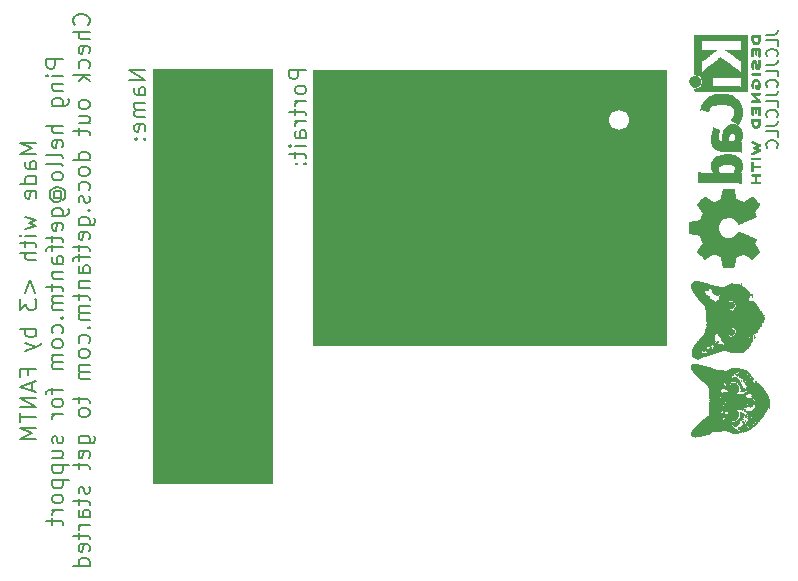
<source format=gbo>
G04 #@! TF.GenerationSoftware,KiCad,Pcbnew,(5.1.9)-1*
G04 #@! TF.CreationDate,2021-12-17T16:24:56-06:00*
G04 #@! TF.ProjectId,DEVLPR,4445564c-5052-42e6-9b69-6361645f7063,rev?*
G04 #@! TF.SameCoordinates,Original*
G04 #@! TF.FileFunction,Legend,Bot*
G04 #@! TF.FilePolarity,Positive*
%FSLAX46Y46*%
G04 Gerber Fmt 4.6, Leading zero omitted, Abs format (unit mm)*
G04 Created by KiCad (PCBNEW (5.1.9)-1) date 2021-12-17 16:24:56*
%MOMM*%
%LPD*%
G01*
G04 APERTURE LIST*
%ADD10C,0.150000*%
%ADD11C,0.100000*%
%ADD12C,0.010000*%
%ADD13C,2.020000*%
%ADD14C,1.700000*%
%ADD15C,2.000000*%
%ADD16O,1.727200X2.032000*%
%ADD17C,4.064000*%
G04 APERTURE END LIST*
D10*
X136015333Y-80996333D02*
X134615333Y-80996333D01*
X134615333Y-81529666D01*
X134682000Y-81663000D01*
X134748666Y-81729666D01*
X134882000Y-81796333D01*
X135082000Y-81796333D01*
X135215333Y-81729666D01*
X135282000Y-81663000D01*
X135348666Y-81529666D01*
X135348666Y-80996333D01*
X136015333Y-82596333D02*
X135948666Y-82463000D01*
X135882000Y-82396333D01*
X135748666Y-82329666D01*
X135348666Y-82329666D01*
X135215333Y-82396333D01*
X135148666Y-82463000D01*
X135082000Y-82596333D01*
X135082000Y-82796333D01*
X135148666Y-82929666D01*
X135215333Y-82996333D01*
X135348666Y-83063000D01*
X135748666Y-83063000D01*
X135882000Y-82996333D01*
X135948666Y-82929666D01*
X136015333Y-82796333D01*
X136015333Y-82596333D01*
X136015333Y-83663000D02*
X135082000Y-83663000D01*
X135348666Y-83663000D02*
X135215333Y-83729666D01*
X135148666Y-83796333D01*
X135082000Y-83929666D01*
X135082000Y-84063000D01*
X135082000Y-84329666D02*
X135082000Y-84863000D01*
X134615333Y-84529666D02*
X135815333Y-84529666D01*
X135948666Y-84596333D01*
X136015333Y-84729666D01*
X136015333Y-84863000D01*
X136015333Y-85329666D02*
X135082000Y-85329666D01*
X135348666Y-85329666D02*
X135215333Y-85396333D01*
X135148666Y-85463000D01*
X135082000Y-85596333D01*
X135082000Y-85729666D01*
X136015333Y-86796333D02*
X135282000Y-86796333D01*
X135148666Y-86729666D01*
X135082000Y-86596333D01*
X135082000Y-86329666D01*
X135148666Y-86196333D01*
X135948666Y-86796333D02*
X136015333Y-86663000D01*
X136015333Y-86329666D01*
X135948666Y-86196333D01*
X135815333Y-86129666D01*
X135682000Y-86129666D01*
X135548666Y-86196333D01*
X135482000Y-86329666D01*
X135482000Y-86663000D01*
X135415333Y-86796333D01*
X136015333Y-87463000D02*
X135082000Y-87463000D01*
X134615333Y-87463000D02*
X134682000Y-87396333D01*
X134748666Y-87463000D01*
X134682000Y-87529666D01*
X134615333Y-87463000D01*
X134748666Y-87463000D01*
X135082000Y-87929666D02*
X135082000Y-88463000D01*
X134615333Y-88129666D02*
X135815333Y-88129666D01*
X135948666Y-88196333D01*
X136015333Y-88329666D01*
X136015333Y-88463000D01*
X135882000Y-88929666D02*
X135948666Y-88996333D01*
X136015333Y-88929666D01*
X135948666Y-88863000D01*
X135882000Y-88929666D01*
X136015333Y-88929666D01*
X135148666Y-88929666D02*
X135215333Y-88996333D01*
X135282000Y-88929666D01*
X135215333Y-88863000D01*
X135148666Y-88929666D01*
X135282000Y-88929666D01*
X174966380Y-78007152D02*
X175680666Y-78007152D01*
X175823523Y-77959533D01*
X175918761Y-77864295D01*
X175966380Y-77721438D01*
X175966380Y-77626200D01*
X175966380Y-78959533D02*
X175966380Y-78483342D01*
X174966380Y-78483342D01*
X175871142Y-79864295D02*
X175918761Y-79816676D01*
X175966380Y-79673819D01*
X175966380Y-79578580D01*
X175918761Y-79435723D01*
X175823523Y-79340485D01*
X175728285Y-79292866D01*
X175537809Y-79245247D01*
X175394952Y-79245247D01*
X175204476Y-79292866D01*
X175109238Y-79340485D01*
X175014000Y-79435723D01*
X174966380Y-79578580D01*
X174966380Y-79673819D01*
X175014000Y-79816676D01*
X175061619Y-79864295D01*
X174966380Y-80578580D02*
X175680666Y-80578580D01*
X175823523Y-80530961D01*
X175918761Y-80435723D01*
X175966380Y-80292866D01*
X175966380Y-80197628D01*
X175966380Y-81530961D02*
X175966380Y-81054771D01*
X174966380Y-81054771D01*
X175871142Y-82435723D02*
X175918761Y-82388104D01*
X175966380Y-82245247D01*
X175966380Y-82150009D01*
X175918761Y-82007152D01*
X175823523Y-81911914D01*
X175728285Y-81864295D01*
X175537809Y-81816676D01*
X175394952Y-81816676D01*
X175204476Y-81864295D01*
X175109238Y-81911914D01*
X175014000Y-82007152D01*
X174966380Y-82150009D01*
X174966380Y-82245247D01*
X175014000Y-82388104D01*
X175061619Y-82435723D01*
X174966380Y-83150009D02*
X175680666Y-83150009D01*
X175823523Y-83102390D01*
X175918761Y-83007152D01*
X175966380Y-82864295D01*
X175966380Y-82769057D01*
X175966380Y-84102390D02*
X175966380Y-83626200D01*
X174966380Y-83626200D01*
X175871142Y-85007152D02*
X175918761Y-84959533D01*
X175966380Y-84816676D01*
X175966380Y-84721438D01*
X175918761Y-84578580D01*
X175823523Y-84483342D01*
X175728285Y-84435723D01*
X175537809Y-84388104D01*
X175394952Y-84388104D01*
X175204476Y-84435723D01*
X175109238Y-84483342D01*
X175014000Y-84578580D01*
X174966380Y-84721438D01*
X174966380Y-84816676D01*
X175014000Y-84959533D01*
X175061619Y-85007152D01*
X174966380Y-85721438D02*
X175680666Y-85721438D01*
X175823523Y-85673819D01*
X175918761Y-85578580D01*
X175966380Y-85435723D01*
X175966380Y-85340485D01*
X175966380Y-86673819D02*
X175966380Y-86197628D01*
X174966380Y-86197628D01*
X175871142Y-87578580D02*
X175918761Y-87530961D01*
X175966380Y-87388104D01*
X175966380Y-87292866D01*
X175918761Y-87150009D01*
X175823523Y-87054771D01*
X175728285Y-87007152D01*
X175537809Y-86959533D01*
X175394952Y-86959533D01*
X175204476Y-87007152D01*
X175109238Y-87054771D01*
X175014000Y-87150009D01*
X174966380Y-87292866D01*
X174966380Y-87388104D01*
X175014000Y-87530961D01*
X175061619Y-87578580D01*
X113191333Y-87161666D02*
X111791333Y-87161666D01*
X112791333Y-87628333D01*
X111791333Y-88095000D01*
X113191333Y-88095000D01*
X113191333Y-89361666D02*
X112458000Y-89361666D01*
X112324666Y-89295000D01*
X112258000Y-89161666D01*
X112258000Y-88895000D01*
X112324666Y-88761666D01*
X113124666Y-89361666D02*
X113191333Y-89228333D01*
X113191333Y-88895000D01*
X113124666Y-88761666D01*
X112991333Y-88695000D01*
X112858000Y-88695000D01*
X112724666Y-88761666D01*
X112658000Y-88895000D01*
X112658000Y-89228333D01*
X112591333Y-89361666D01*
X113191333Y-90628333D02*
X111791333Y-90628333D01*
X113124666Y-90628333D02*
X113191333Y-90495000D01*
X113191333Y-90228333D01*
X113124666Y-90095000D01*
X113058000Y-90028333D01*
X112924666Y-89961666D01*
X112524666Y-89961666D01*
X112391333Y-90028333D01*
X112324666Y-90095000D01*
X112258000Y-90228333D01*
X112258000Y-90495000D01*
X112324666Y-90628333D01*
X113124666Y-91828333D02*
X113191333Y-91695000D01*
X113191333Y-91428333D01*
X113124666Y-91295000D01*
X112991333Y-91228333D01*
X112458000Y-91228333D01*
X112324666Y-91295000D01*
X112258000Y-91428333D01*
X112258000Y-91695000D01*
X112324666Y-91828333D01*
X112458000Y-91895000D01*
X112591333Y-91895000D01*
X112724666Y-91228333D01*
X112258000Y-93428333D02*
X113191333Y-93695000D01*
X112524666Y-93961666D01*
X113191333Y-94228333D01*
X112258000Y-94495000D01*
X113191333Y-95028333D02*
X112258000Y-95028333D01*
X111791333Y-95028333D02*
X111858000Y-94961666D01*
X111924666Y-95028333D01*
X111858000Y-95095000D01*
X111791333Y-95028333D01*
X111924666Y-95028333D01*
X112258000Y-95495000D02*
X112258000Y-96028333D01*
X111791333Y-95695000D02*
X112991333Y-95695000D01*
X113124666Y-95761666D01*
X113191333Y-95895000D01*
X113191333Y-96028333D01*
X113191333Y-96495000D02*
X111791333Y-96495000D01*
X113191333Y-97095000D02*
X112458000Y-97095000D01*
X112324666Y-97028333D01*
X112258000Y-96895000D01*
X112258000Y-96695000D01*
X112324666Y-96561666D01*
X112391333Y-96495000D01*
X112258000Y-99895000D02*
X112658000Y-98828333D01*
X113058000Y-99895000D01*
X111791333Y-100428333D02*
X111791333Y-101295000D01*
X112324666Y-100828333D01*
X112324666Y-101028333D01*
X112391333Y-101161666D01*
X112458000Y-101228333D01*
X112591333Y-101295000D01*
X112924666Y-101295000D01*
X113058000Y-101228333D01*
X113124666Y-101161666D01*
X113191333Y-101028333D01*
X113191333Y-100628333D01*
X113124666Y-100495000D01*
X113058000Y-100428333D01*
X113191333Y-102961666D02*
X111791333Y-102961666D01*
X112324666Y-102961666D02*
X112258000Y-103095000D01*
X112258000Y-103361666D01*
X112324666Y-103495000D01*
X112391333Y-103561666D01*
X112524666Y-103628333D01*
X112924666Y-103628333D01*
X113058000Y-103561666D01*
X113124666Y-103495000D01*
X113191333Y-103361666D01*
X113191333Y-103095000D01*
X113124666Y-102961666D01*
X112258000Y-104095000D02*
X113191333Y-104428333D01*
X112258000Y-104761666D02*
X113191333Y-104428333D01*
X113524666Y-104295000D01*
X113591333Y-104228333D01*
X113658000Y-104095000D01*
X112458000Y-106828333D02*
X112458000Y-106361666D01*
X113191333Y-106361666D02*
X111791333Y-106361666D01*
X111791333Y-107028333D01*
X112791333Y-107495000D02*
X112791333Y-108161666D01*
X113191333Y-107361666D02*
X111791333Y-107828333D01*
X113191333Y-108295000D01*
X113191333Y-108761666D02*
X111791333Y-108761666D01*
X113191333Y-109561666D01*
X111791333Y-109561666D01*
X111791333Y-110028333D02*
X111791333Y-110828333D01*
X113191333Y-110428333D02*
X111791333Y-110428333D01*
X113191333Y-111295000D02*
X111791333Y-111295000D01*
X112791333Y-111761666D01*
X111791333Y-112228333D01*
X113191333Y-112228333D01*
X115441333Y-80095000D02*
X114041333Y-80095000D01*
X114041333Y-80628333D01*
X114108000Y-80761666D01*
X114174666Y-80828333D01*
X114308000Y-80895000D01*
X114508000Y-80895000D01*
X114641333Y-80828333D01*
X114708000Y-80761666D01*
X114774666Y-80628333D01*
X114774666Y-80095000D01*
X115441333Y-81495000D02*
X114508000Y-81495000D01*
X114041333Y-81495000D02*
X114108000Y-81428333D01*
X114174666Y-81495000D01*
X114108000Y-81561666D01*
X114041333Y-81495000D01*
X114174666Y-81495000D01*
X114508000Y-82161666D02*
X115441333Y-82161666D01*
X114641333Y-82161666D02*
X114574666Y-82228333D01*
X114508000Y-82361666D01*
X114508000Y-82561666D01*
X114574666Y-82695000D01*
X114708000Y-82761666D01*
X115441333Y-82761666D01*
X114508000Y-84028333D02*
X115641333Y-84028333D01*
X115774666Y-83961666D01*
X115841333Y-83895000D01*
X115908000Y-83761666D01*
X115908000Y-83561666D01*
X115841333Y-83428333D01*
X115374666Y-84028333D02*
X115441333Y-83895000D01*
X115441333Y-83628333D01*
X115374666Y-83495000D01*
X115308000Y-83428333D01*
X115174666Y-83361666D01*
X114774666Y-83361666D01*
X114641333Y-83428333D01*
X114574666Y-83495000D01*
X114508000Y-83628333D01*
X114508000Y-83895000D01*
X114574666Y-84028333D01*
X115441333Y-85761666D02*
X114041333Y-85761666D01*
X115441333Y-86361666D02*
X114708000Y-86361666D01*
X114574666Y-86294999D01*
X114508000Y-86161666D01*
X114508000Y-85961666D01*
X114574666Y-85828333D01*
X114641333Y-85761666D01*
X115374666Y-87561666D02*
X115441333Y-87428333D01*
X115441333Y-87161666D01*
X115374666Y-87028333D01*
X115241333Y-86961666D01*
X114708000Y-86961666D01*
X114574666Y-87028333D01*
X114508000Y-87161666D01*
X114508000Y-87428333D01*
X114574666Y-87561666D01*
X114708000Y-87628333D01*
X114841333Y-87628333D01*
X114974666Y-86961666D01*
X115441333Y-88428333D02*
X115374666Y-88294999D01*
X115241333Y-88228333D01*
X114041333Y-88228333D01*
X115441333Y-89161666D02*
X115374666Y-89028333D01*
X115241333Y-88961666D01*
X114041333Y-88961666D01*
X115441333Y-89894999D02*
X115374666Y-89761666D01*
X115308000Y-89694999D01*
X115174666Y-89628333D01*
X114774666Y-89628333D01*
X114641333Y-89694999D01*
X114574666Y-89761666D01*
X114508000Y-89894999D01*
X114508000Y-90094999D01*
X114574666Y-90228333D01*
X114641333Y-90294999D01*
X114774666Y-90361666D01*
X115174666Y-90361666D01*
X115308000Y-90294999D01*
X115374666Y-90228333D01*
X115441333Y-90094999D01*
X115441333Y-89894999D01*
X114774666Y-91828333D02*
X114708000Y-91761666D01*
X114641333Y-91628333D01*
X114641333Y-91494999D01*
X114708000Y-91361666D01*
X114774666Y-91294999D01*
X114908000Y-91228333D01*
X115041333Y-91228333D01*
X115174666Y-91294999D01*
X115241333Y-91361666D01*
X115308000Y-91494999D01*
X115308000Y-91628333D01*
X115241333Y-91761666D01*
X115174666Y-91828333D01*
X114641333Y-91828333D02*
X115174666Y-91828333D01*
X115241333Y-91894999D01*
X115241333Y-91961666D01*
X115174666Y-92094999D01*
X115041333Y-92161666D01*
X114708000Y-92161666D01*
X114508000Y-92028333D01*
X114374666Y-91828333D01*
X114308000Y-91561666D01*
X114374666Y-91294999D01*
X114508000Y-91094999D01*
X114708000Y-90961666D01*
X114974666Y-90894999D01*
X115241333Y-90961666D01*
X115441333Y-91094999D01*
X115574666Y-91294999D01*
X115641333Y-91561666D01*
X115574666Y-91828333D01*
X115441333Y-92028333D01*
X114508000Y-93361666D02*
X115641333Y-93361666D01*
X115774666Y-93294999D01*
X115841333Y-93228333D01*
X115908000Y-93094999D01*
X115908000Y-92894999D01*
X115841333Y-92761666D01*
X115374666Y-93361666D02*
X115441333Y-93228333D01*
X115441333Y-92961666D01*
X115374666Y-92828333D01*
X115308000Y-92761666D01*
X115174666Y-92694999D01*
X114774666Y-92694999D01*
X114641333Y-92761666D01*
X114574666Y-92828333D01*
X114508000Y-92961666D01*
X114508000Y-93228333D01*
X114574666Y-93361666D01*
X115374666Y-94561666D02*
X115441333Y-94428333D01*
X115441333Y-94161666D01*
X115374666Y-94028333D01*
X115241333Y-93961666D01*
X114708000Y-93961666D01*
X114574666Y-94028333D01*
X114508000Y-94161666D01*
X114508000Y-94428333D01*
X114574666Y-94561666D01*
X114708000Y-94628333D01*
X114841333Y-94628333D01*
X114974666Y-93961666D01*
X114508000Y-95028333D02*
X114508000Y-95561666D01*
X114041333Y-95228333D02*
X115241333Y-95228333D01*
X115374666Y-95294999D01*
X115441333Y-95428333D01*
X115441333Y-95561666D01*
X114508000Y-95828333D02*
X114508000Y-96361666D01*
X115441333Y-96028333D02*
X114241333Y-96028333D01*
X114108000Y-96094999D01*
X114041333Y-96228333D01*
X114041333Y-96361666D01*
X115441333Y-97428333D02*
X114708000Y-97428333D01*
X114574666Y-97361666D01*
X114508000Y-97228333D01*
X114508000Y-96961666D01*
X114574666Y-96828333D01*
X115374666Y-97428333D02*
X115441333Y-97294999D01*
X115441333Y-96961666D01*
X115374666Y-96828333D01*
X115241333Y-96761666D01*
X115108000Y-96761666D01*
X114974666Y-96828333D01*
X114908000Y-96961666D01*
X114908000Y-97294999D01*
X114841333Y-97428333D01*
X114508000Y-98094999D02*
X115441333Y-98094999D01*
X114641333Y-98094999D02*
X114574666Y-98161666D01*
X114508000Y-98294999D01*
X114508000Y-98494999D01*
X114574666Y-98628333D01*
X114708000Y-98694999D01*
X115441333Y-98694999D01*
X114508000Y-99161666D02*
X114508000Y-99695000D01*
X114041333Y-99361666D02*
X115241333Y-99361666D01*
X115374666Y-99428333D01*
X115441333Y-99561666D01*
X115441333Y-99695000D01*
X115441333Y-100161666D02*
X114508000Y-100161666D01*
X114641333Y-100161666D02*
X114574666Y-100228333D01*
X114508000Y-100361666D01*
X114508000Y-100561666D01*
X114574666Y-100695000D01*
X114708000Y-100761666D01*
X115441333Y-100761666D01*
X114708000Y-100761666D02*
X114574666Y-100828333D01*
X114508000Y-100961666D01*
X114508000Y-101161666D01*
X114574666Y-101295000D01*
X114708000Y-101361666D01*
X115441333Y-101361666D01*
X115308000Y-102028333D02*
X115374666Y-102095000D01*
X115441333Y-102028333D01*
X115374666Y-101961666D01*
X115308000Y-102028333D01*
X115441333Y-102028333D01*
X115374666Y-103295000D02*
X115441333Y-103161666D01*
X115441333Y-102895000D01*
X115374666Y-102761666D01*
X115308000Y-102695000D01*
X115174666Y-102628333D01*
X114774666Y-102628333D01*
X114641333Y-102695000D01*
X114574666Y-102761666D01*
X114508000Y-102895000D01*
X114508000Y-103161666D01*
X114574666Y-103295000D01*
X115441333Y-104095000D02*
X115374666Y-103961666D01*
X115308000Y-103895000D01*
X115174666Y-103828333D01*
X114774666Y-103828333D01*
X114641333Y-103895000D01*
X114574666Y-103961666D01*
X114508000Y-104095000D01*
X114508000Y-104295000D01*
X114574666Y-104428333D01*
X114641333Y-104495000D01*
X114774666Y-104561666D01*
X115174666Y-104561666D01*
X115308000Y-104495000D01*
X115374666Y-104428333D01*
X115441333Y-104295000D01*
X115441333Y-104095000D01*
X115441333Y-105161666D02*
X114508000Y-105161666D01*
X114641333Y-105161666D02*
X114574666Y-105228333D01*
X114508000Y-105361666D01*
X114508000Y-105561666D01*
X114574666Y-105695000D01*
X114708000Y-105761666D01*
X115441333Y-105761666D01*
X114708000Y-105761666D02*
X114574666Y-105828333D01*
X114508000Y-105961666D01*
X114508000Y-106161666D01*
X114574666Y-106295000D01*
X114708000Y-106361666D01*
X115441333Y-106361666D01*
X114508000Y-107895000D02*
X114508000Y-108428333D01*
X115441333Y-108095000D02*
X114241333Y-108095000D01*
X114108000Y-108161666D01*
X114041333Y-108295000D01*
X114041333Y-108428333D01*
X115441333Y-109095000D02*
X115374666Y-108961666D01*
X115308000Y-108895000D01*
X115174666Y-108828333D01*
X114774666Y-108828333D01*
X114641333Y-108895000D01*
X114574666Y-108961666D01*
X114508000Y-109095000D01*
X114508000Y-109295000D01*
X114574666Y-109428333D01*
X114641333Y-109495000D01*
X114774666Y-109561666D01*
X115174666Y-109561666D01*
X115308000Y-109495000D01*
X115374666Y-109428333D01*
X115441333Y-109295000D01*
X115441333Y-109095000D01*
X115441333Y-110161666D02*
X114508000Y-110161666D01*
X114774666Y-110161666D02*
X114641333Y-110228333D01*
X114574666Y-110294999D01*
X114508000Y-110428333D01*
X114508000Y-110561666D01*
X115374666Y-112028333D02*
X115441333Y-112161666D01*
X115441333Y-112428333D01*
X115374666Y-112561666D01*
X115241333Y-112628333D01*
X115174666Y-112628333D01*
X115041333Y-112561666D01*
X114974666Y-112428333D01*
X114974666Y-112228333D01*
X114908000Y-112094999D01*
X114774666Y-112028333D01*
X114708000Y-112028333D01*
X114574666Y-112094999D01*
X114508000Y-112228333D01*
X114508000Y-112428333D01*
X114574666Y-112561666D01*
X114508000Y-113828333D02*
X115441333Y-113828333D01*
X114508000Y-113228333D02*
X115241333Y-113228333D01*
X115374666Y-113294999D01*
X115441333Y-113428333D01*
X115441333Y-113628333D01*
X115374666Y-113761666D01*
X115308000Y-113828333D01*
X114508000Y-114494999D02*
X115908000Y-114494999D01*
X114574666Y-114494999D02*
X114508000Y-114628333D01*
X114508000Y-114894999D01*
X114574666Y-115028333D01*
X114641333Y-115094999D01*
X114774666Y-115161666D01*
X115174666Y-115161666D01*
X115308000Y-115094999D01*
X115374666Y-115028333D01*
X115441333Y-114894999D01*
X115441333Y-114628333D01*
X115374666Y-114494999D01*
X114508000Y-115761666D02*
X115908000Y-115761666D01*
X114574666Y-115761666D02*
X114508000Y-115894999D01*
X114508000Y-116161666D01*
X114574666Y-116294999D01*
X114641333Y-116361666D01*
X114774666Y-116428333D01*
X115174666Y-116428333D01*
X115308000Y-116361666D01*
X115374666Y-116294999D01*
X115441333Y-116161666D01*
X115441333Y-115894999D01*
X115374666Y-115761666D01*
X115441333Y-117228333D02*
X115374666Y-117094999D01*
X115308000Y-117028333D01*
X115174666Y-116961666D01*
X114774666Y-116961666D01*
X114641333Y-117028333D01*
X114574666Y-117094999D01*
X114508000Y-117228333D01*
X114508000Y-117428333D01*
X114574666Y-117561666D01*
X114641333Y-117628333D01*
X114774666Y-117694999D01*
X115174666Y-117694999D01*
X115308000Y-117628333D01*
X115374666Y-117561666D01*
X115441333Y-117428333D01*
X115441333Y-117228333D01*
X115441333Y-118294999D02*
X114508000Y-118294999D01*
X114774666Y-118294999D02*
X114641333Y-118361666D01*
X114574666Y-118428333D01*
X114508000Y-118561666D01*
X114508000Y-118694999D01*
X114508000Y-118961666D02*
X114508000Y-119494999D01*
X114041333Y-119161666D02*
X115241333Y-119161666D01*
X115374666Y-119228333D01*
X115441333Y-119361666D01*
X115441333Y-119494999D01*
X117558000Y-77161666D02*
X117624666Y-77095000D01*
X117691333Y-76895000D01*
X117691333Y-76761666D01*
X117624666Y-76561666D01*
X117491333Y-76428333D01*
X117358000Y-76361666D01*
X117091333Y-76295000D01*
X116891333Y-76295000D01*
X116624666Y-76361666D01*
X116491333Y-76428333D01*
X116358000Y-76561666D01*
X116291333Y-76761666D01*
X116291333Y-76895000D01*
X116358000Y-77095000D01*
X116424666Y-77161666D01*
X117691333Y-77761666D02*
X116291333Y-77761666D01*
X117691333Y-78361666D02*
X116958000Y-78361666D01*
X116824666Y-78295000D01*
X116758000Y-78161666D01*
X116758000Y-77961666D01*
X116824666Y-77828333D01*
X116891333Y-77761666D01*
X117624666Y-79561666D02*
X117691333Y-79428333D01*
X117691333Y-79161666D01*
X117624666Y-79028333D01*
X117491333Y-78961666D01*
X116958000Y-78961666D01*
X116824666Y-79028333D01*
X116758000Y-79161666D01*
X116758000Y-79428333D01*
X116824666Y-79561666D01*
X116958000Y-79628333D01*
X117091333Y-79628333D01*
X117224666Y-78961666D01*
X117624666Y-80828333D02*
X117691333Y-80695000D01*
X117691333Y-80428333D01*
X117624666Y-80295000D01*
X117558000Y-80228333D01*
X117424666Y-80161666D01*
X117024666Y-80161666D01*
X116891333Y-80228333D01*
X116824666Y-80295000D01*
X116758000Y-80428333D01*
X116758000Y-80695000D01*
X116824666Y-80828333D01*
X117691333Y-81428333D02*
X116291333Y-81428333D01*
X117158000Y-81561666D02*
X117691333Y-81961666D01*
X116758000Y-81961666D02*
X117291333Y-81428333D01*
X117691333Y-83828333D02*
X117624666Y-83695000D01*
X117558000Y-83628333D01*
X117424666Y-83561666D01*
X117024666Y-83561666D01*
X116891333Y-83628333D01*
X116824666Y-83695000D01*
X116758000Y-83828333D01*
X116758000Y-84028333D01*
X116824666Y-84161666D01*
X116891333Y-84228333D01*
X117024666Y-84295000D01*
X117424666Y-84295000D01*
X117558000Y-84228333D01*
X117624666Y-84161666D01*
X117691333Y-84028333D01*
X117691333Y-83828333D01*
X116758000Y-85495000D02*
X117691333Y-85495000D01*
X116758000Y-84895000D02*
X117491333Y-84895000D01*
X117624666Y-84961666D01*
X117691333Y-85095000D01*
X117691333Y-85295000D01*
X117624666Y-85428333D01*
X117558000Y-85495000D01*
X116758000Y-85961666D02*
X116758000Y-86494999D01*
X116291333Y-86161666D02*
X117491333Y-86161666D01*
X117624666Y-86228333D01*
X117691333Y-86361666D01*
X117691333Y-86494999D01*
X117691333Y-88628333D02*
X116291333Y-88628333D01*
X117624666Y-88628333D02*
X117691333Y-88494999D01*
X117691333Y-88228333D01*
X117624666Y-88094999D01*
X117558000Y-88028333D01*
X117424666Y-87961666D01*
X117024666Y-87961666D01*
X116891333Y-88028333D01*
X116824666Y-88094999D01*
X116758000Y-88228333D01*
X116758000Y-88494999D01*
X116824666Y-88628333D01*
X117691333Y-89494999D02*
X117624666Y-89361666D01*
X117558000Y-89294999D01*
X117424666Y-89228333D01*
X117024666Y-89228333D01*
X116891333Y-89294999D01*
X116824666Y-89361666D01*
X116758000Y-89494999D01*
X116758000Y-89694999D01*
X116824666Y-89828333D01*
X116891333Y-89894999D01*
X117024666Y-89961666D01*
X117424666Y-89961666D01*
X117558000Y-89894999D01*
X117624666Y-89828333D01*
X117691333Y-89694999D01*
X117691333Y-89494999D01*
X117624666Y-91161666D02*
X117691333Y-91028333D01*
X117691333Y-90761666D01*
X117624666Y-90628333D01*
X117558000Y-90561666D01*
X117424666Y-90494999D01*
X117024666Y-90494999D01*
X116891333Y-90561666D01*
X116824666Y-90628333D01*
X116758000Y-90761666D01*
X116758000Y-91028333D01*
X116824666Y-91161666D01*
X117624666Y-91694999D02*
X117691333Y-91828333D01*
X117691333Y-92094999D01*
X117624666Y-92228333D01*
X117491333Y-92294999D01*
X117424666Y-92294999D01*
X117291333Y-92228333D01*
X117224666Y-92094999D01*
X117224666Y-91894999D01*
X117158000Y-91761666D01*
X117024666Y-91694999D01*
X116958000Y-91694999D01*
X116824666Y-91761666D01*
X116758000Y-91894999D01*
X116758000Y-92094999D01*
X116824666Y-92228333D01*
X117558000Y-92894999D02*
X117624666Y-92961666D01*
X117691333Y-92894999D01*
X117624666Y-92828333D01*
X117558000Y-92894999D01*
X117691333Y-92894999D01*
X116758000Y-94161666D02*
X117891333Y-94161666D01*
X118024666Y-94094999D01*
X118091333Y-94028333D01*
X118158000Y-93894999D01*
X118158000Y-93694999D01*
X118091333Y-93561666D01*
X117624666Y-94161666D02*
X117691333Y-94028333D01*
X117691333Y-93761666D01*
X117624666Y-93628333D01*
X117558000Y-93561666D01*
X117424666Y-93494999D01*
X117024666Y-93494999D01*
X116891333Y-93561666D01*
X116824666Y-93628333D01*
X116758000Y-93761666D01*
X116758000Y-94028333D01*
X116824666Y-94161666D01*
X117624666Y-95361666D02*
X117691333Y-95228333D01*
X117691333Y-94961666D01*
X117624666Y-94828333D01*
X117491333Y-94761666D01*
X116958000Y-94761666D01*
X116824666Y-94828333D01*
X116758000Y-94961666D01*
X116758000Y-95228333D01*
X116824666Y-95361666D01*
X116958000Y-95428333D01*
X117091333Y-95428333D01*
X117224666Y-94761666D01*
X116758000Y-95828333D02*
X116758000Y-96361666D01*
X116291333Y-96028333D02*
X117491333Y-96028333D01*
X117624666Y-96094999D01*
X117691333Y-96228333D01*
X117691333Y-96361666D01*
X116758000Y-96628333D02*
X116758000Y-97161666D01*
X117691333Y-96828333D02*
X116491333Y-96828333D01*
X116358000Y-96894999D01*
X116291333Y-97028333D01*
X116291333Y-97161666D01*
X117691333Y-98228333D02*
X116958000Y-98228333D01*
X116824666Y-98161666D01*
X116758000Y-98028333D01*
X116758000Y-97761666D01*
X116824666Y-97628333D01*
X117624666Y-98228333D02*
X117691333Y-98094999D01*
X117691333Y-97761666D01*
X117624666Y-97628333D01*
X117491333Y-97561666D01*
X117358000Y-97561666D01*
X117224666Y-97628333D01*
X117158000Y-97761666D01*
X117158000Y-98094999D01*
X117091333Y-98228333D01*
X116758000Y-98894999D02*
X117691333Y-98894999D01*
X116891333Y-98894999D02*
X116824666Y-98961666D01*
X116758000Y-99094999D01*
X116758000Y-99294999D01*
X116824666Y-99428333D01*
X116958000Y-99494999D01*
X117691333Y-99494999D01*
X116758000Y-99961666D02*
X116758000Y-100494999D01*
X116291333Y-100161666D02*
X117491333Y-100161666D01*
X117624666Y-100228333D01*
X117691333Y-100361666D01*
X117691333Y-100494999D01*
X117691333Y-100961666D02*
X116758000Y-100961666D01*
X116891333Y-100961666D02*
X116824666Y-101028333D01*
X116758000Y-101161666D01*
X116758000Y-101361666D01*
X116824666Y-101494999D01*
X116958000Y-101561666D01*
X117691333Y-101561666D01*
X116958000Y-101561666D02*
X116824666Y-101628333D01*
X116758000Y-101761666D01*
X116758000Y-101961666D01*
X116824666Y-102094999D01*
X116958000Y-102161666D01*
X117691333Y-102161666D01*
X117558000Y-102828333D02*
X117624666Y-102894999D01*
X117691333Y-102828333D01*
X117624666Y-102761666D01*
X117558000Y-102828333D01*
X117691333Y-102828333D01*
X117624666Y-104094999D02*
X117691333Y-103961666D01*
X117691333Y-103694999D01*
X117624666Y-103561666D01*
X117558000Y-103494999D01*
X117424666Y-103428333D01*
X117024666Y-103428333D01*
X116891333Y-103494999D01*
X116824666Y-103561666D01*
X116758000Y-103694999D01*
X116758000Y-103961666D01*
X116824666Y-104094999D01*
X117691333Y-104894999D02*
X117624666Y-104761666D01*
X117558000Y-104694999D01*
X117424666Y-104628333D01*
X117024666Y-104628333D01*
X116891333Y-104694999D01*
X116824666Y-104761666D01*
X116758000Y-104894999D01*
X116758000Y-105094999D01*
X116824666Y-105228333D01*
X116891333Y-105294999D01*
X117024666Y-105361666D01*
X117424666Y-105361666D01*
X117558000Y-105294999D01*
X117624666Y-105228333D01*
X117691333Y-105094999D01*
X117691333Y-104894999D01*
X117691333Y-105961666D02*
X116758000Y-105961666D01*
X116891333Y-105961666D02*
X116824666Y-106028333D01*
X116758000Y-106161666D01*
X116758000Y-106361666D01*
X116824666Y-106495000D01*
X116958000Y-106561666D01*
X117691333Y-106561666D01*
X116958000Y-106561666D02*
X116824666Y-106628333D01*
X116758000Y-106761666D01*
X116758000Y-106961666D01*
X116824666Y-107094999D01*
X116958000Y-107161666D01*
X117691333Y-107161666D01*
X116758000Y-108694999D02*
X116758000Y-109228333D01*
X116291333Y-108894999D02*
X117491333Y-108894999D01*
X117624666Y-108961666D01*
X117691333Y-109094999D01*
X117691333Y-109228333D01*
X117691333Y-109894999D02*
X117624666Y-109761666D01*
X117558000Y-109694999D01*
X117424666Y-109628333D01*
X117024666Y-109628333D01*
X116891333Y-109694999D01*
X116824666Y-109761666D01*
X116758000Y-109894999D01*
X116758000Y-110094999D01*
X116824666Y-110228333D01*
X116891333Y-110294999D01*
X117024666Y-110361666D01*
X117424666Y-110361666D01*
X117558000Y-110294999D01*
X117624666Y-110228333D01*
X117691333Y-110094999D01*
X117691333Y-109894999D01*
X116758000Y-112628333D02*
X117891333Y-112628333D01*
X118024666Y-112561666D01*
X118091333Y-112494999D01*
X118158000Y-112361666D01*
X118158000Y-112161666D01*
X118091333Y-112028333D01*
X117624666Y-112628333D02*
X117691333Y-112494999D01*
X117691333Y-112228333D01*
X117624666Y-112094999D01*
X117558000Y-112028333D01*
X117424666Y-111961666D01*
X117024666Y-111961666D01*
X116891333Y-112028333D01*
X116824666Y-112094999D01*
X116758000Y-112228333D01*
X116758000Y-112494999D01*
X116824666Y-112628333D01*
X117624666Y-113828333D02*
X117691333Y-113694999D01*
X117691333Y-113428333D01*
X117624666Y-113294999D01*
X117491333Y-113228333D01*
X116958000Y-113228333D01*
X116824666Y-113294999D01*
X116758000Y-113428333D01*
X116758000Y-113694999D01*
X116824666Y-113828333D01*
X116958000Y-113894999D01*
X117091333Y-113894999D01*
X117224666Y-113228333D01*
X116758000Y-114294999D02*
X116758000Y-114828333D01*
X116291333Y-114494999D02*
X117491333Y-114494999D01*
X117624666Y-114561666D01*
X117691333Y-114694999D01*
X117691333Y-114828333D01*
X117624666Y-116294999D02*
X117691333Y-116428333D01*
X117691333Y-116694999D01*
X117624666Y-116828333D01*
X117491333Y-116894999D01*
X117424666Y-116894999D01*
X117291333Y-116828333D01*
X117224666Y-116694999D01*
X117224666Y-116494999D01*
X117158000Y-116361666D01*
X117024666Y-116294999D01*
X116958000Y-116294999D01*
X116824666Y-116361666D01*
X116758000Y-116494999D01*
X116758000Y-116694999D01*
X116824666Y-116828333D01*
X116758000Y-117294999D02*
X116758000Y-117828333D01*
X116291333Y-117494999D02*
X117491333Y-117494999D01*
X117624666Y-117561666D01*
X117691333Y-117694999D01*
X117691333Y-117828333D01*
X117691333Y-118894999D02*
X116958000Y-118894999D01*
X116824666Y-118828333D01*
X116758000Y-118694999D01*
X116758000Y-118428333D01*
X116824666Y-118294999D01*
X117624666Y-118894999D02*
X117691333Y-118761666D01*
X117691333Y-118428333D01*
X117624666Y-118294999D01*
X117491333Y-118228333D01*
X117358000Y-118228333D01*
X117224666Y-118294999D01*
X117158000Y-118428333D01*
X117158000Y-118761666D01*
X117091333Y-118894999D01*
X117691333Y-119561666D02*
X116758000Y-119561666D01*
X117024666Y-119561666D02*
X116891333Y-119628333D01*
X116824666Y-119694999D01*
X116758000Y-119828333D01*
X116758000Y-119961666D01*
X116758000Y-120228333D02*
X116758000Y-120761666D01*
X116291333Y-120428333D02*
X117491333Y-120428333D01*
X117624666Y-120494999D01*
X117691333Y-120628333D01*
X117691333Y-120761666D01*
X117624666Y-121761666D02*
X117691333Y-121628333D01*
X117691333Y-121361666D01*
X117624666Y-121228333D01*
X117491333Y-121161666D01*
X116958000Y-121161666D01*
X116824666Y-121228333D01*
X116758000Y-121361666D01*
X116758000Y-121628333D01*
X116824666Y-121761666D01*
X116958000Y-121828333D01*
X117091333Y-121828333D01*
X117224666Y-121161666D01*
X117691333Y-123028333D02*
X116291333Y-123028333D01*
X117624666Y-123028333D02*
X117691333Y-122894999D01*
X117691333Y-122628333D01*
X117624666Y-122494999D01*
X117558000Y-122428333D01*
X117424666Y-122361666D01*
X117024666Y-122361666D01*
X116891333Y-122428333D01*
X116824666Y-122494999D01*
X116758000Y-122628333D01*
X116758000Y-122894999D01*
X116824666Y-123028333D01*
X122426333Y-81047000D02*
X121026333Y-81047000D01*
X122426333Y-81847000D01*
X121026333Y-81847000D01*
X122426333Y-83113666D02*
X121693000Y-83113666D01*
X121559666Y-83047000D01*
X121493000Y-82913666D01*
X121493000Y-82647000D01*
X121559666Y-82513666D01*
X122359666Y-83113666D02*
X122426333Y-82980333D01*
X122426333Y-82647000D01*
X122359666Y-82513666D01*
X122226333Y-82447000D01*
X122093000Y-82447000D01*
X121959666Y-82513666D01*
X121893000Y-82647000D01*
X121893000Y-82980333D01*
X121826333Y-83113666D01*
X122426333Y-83780333D02*
X121493000Y-83780333D01*
X121626333Y-83780333D02*
X121559666Y-83847000D01*
X121493000Y-83980333D01*
X121493000Y-84180333D01*
X121559666Y-84313666D01*
X121693000Y-84380333D01*
X122426333Y-84380333D01*
X121693000Y-84380333D02*
X121559666Y-84447000D01*
X121493000Y-84580333D01*
X121493000Y-84780333D01*
X121559666Y-84913666D01*
X121693000Y-84980333D01*
X122426333Y-84980333D01*
X122359666Y-86180333D02*
X122426333Y-86047000D01*
X122426333Y-85780333D01*
X122359666Y-85647000D01*
X122226333Y-85580333D01*
X121693000Y-85580333D01*
X121559666Y-85647000D01*
X121493000Y-85780333D01*
X121493000Y-86047000D01*
X121559666Y-86180333D01*
X121693000Y-86247000D01*
X121826333Y-86247000D01*
X121959666Y-85580333D01*
X122293000Y-86847000D02*
X122359666Y-86913666D01*
X122426333Y-86847000D01*
X122359666Y-86780333D01*
X122293000Y-86847000D01*
X122426333Y-86847000D01*
X121559666Y-86847000D02*
X121626333Y-86913666D01*
X121693000Y-86847000D01*
X121626333Y-86780333D01*
X121559666Y-86847000D01*
X121693000Y-86847000D01*
D11*
G36*
X166497000Y-104317800D02*
G01*
X166497000Y-80975200D01*
X136575800Y-80975200D01*
X136575800Y-104317800D01*
X166497000Y-104317800D01*
G37*
X166497000Y-104317800D02*
X166497000Y-80975200D01*
X136575800Y-80975200D01*
X136575800Y-104317800D01*
X166497000Y-104317800D01*
G36*
X123063000Y-80949800D02*
G01*
X123063000Y-115951000D01*
X133096000Y-115951000D01*
X133096000Y-80949800D01*
X123063000Y-80949800D01*
G37*
X123063000Y-80949800D02*
X123063000Y-115951000D01*
X133096000Y-115951000D01*
X133096000Y-80949800D01*
X123063000Y-80949800D01*
D12*
G36*
X168918931Y-94916814D02*
G01*
X169363555Y-95000635D01*
X169491053Y-95309920D01*
X169618551Y-95619206D01*
X169366246Y-95990246D01*
X169295996Y-96094157D01*
X169233272Y-96188087D01*
X169180938Y-96267652D01*
X169141857Y-96328470D01*
X169118893Y-96366157D01*
X169113942Y-96376421D01*
X169126676Y-96394910D01*
X169161882Y-96434420D01*
X169215062Y-96490522D01*
X169281718Y-96558787D01*
X169357354Y-96634786D01*
X169437472Y-96714092D01*
X169517574Y-96792275D01*
X169593164Y-96864907D01*
X169659745Y-96927559D01*
X169712818Y-96975803D01*
X169747887Y-97005210D01*
X169759623Y-97012241D01*
X169781260Y-97002123D01*
X169828662Y-96973759D01*
X169897193Y-96930129D01*
X169982215Y-96874218D01*
X170079093Y-96809006D01*
X170134350Y-96771219D01*
X170235248Y-96702343D01*
X170326299Y-96641140D01*
X170402970Y-96590578D01*
X170460728Y-96553628D01*
X170495043Y-96533258D01*
X170502254Y-96530197D01*
X170522748Y-96537136D01*
X170570513Y-96556051D01*
X170638832Y-96584087D01*
X170720989Y-96618391D01*
X170810270Y-96656109D01*
X170899958Y-96694387D01*
X170983338Y-96730370D01*
X171053694Y-96761206D01*
X171104310Y-96784039D01*
X171128471Y-96796017D01*
X171129422Y-96796724D01*
X171134036Y-96815531D01*
X171144328Y-96865618D01*
X171159287Y-96941793D01*
X171177901Y-97038865D01*
X171199159Y-97151643D01*
X171211418Y-97217442D01*
X171234362Y-97337950D01*
X171256195Y-97446797D01*
X171275722Y-97538476D01*
X171291748Y-97607481D01*
X171303079Y-97648304D01*
X171306674Y-97656511D01*
X171331006Y-97664548D01*
X171385959Y-97671033D01*
X171465108Y-97675970D01*
X171562026Y-97679364D01*
X171670287Y-97681218D01*
X171783465Y-97681538D01*
X171895135Y-97680327D01*
X171998868Y-97677590D01*
X172088241Y-97673331D01*
X172156826Y-97667555D01*
X172198197Y-97660267D01*
X172206810Y-97655895D01*
X172217133Y-97629764D01*
X172231892Y-97574393D01*
X172249352Y-97497107D01*
X172267780Y-97405230D01*
X172273741Y-97373158D01*
X172302066Y-97218524D01*
X172324876Y-97096375D01*
X172343080Y-97002673D01*
X172357583Y-96933384D01*
X172369292Y-96884471D01*
X172379115Y-96851897D01*
X172387956Y-96831628D01*
X172396724Y-96819626D01*
X172398457Y-96817947D01*
X172426371Y-96801184D01*
X172480695Y-96775614D01*
X172554777Y-96743788D01*
X172641965Y-96708260D01*
X172735608Y-96671583D01*
X172829052Y-96636311D01*
X172915647Y-96604996D01*
X172988740Y-96580193D01*
X173041678Y-96564454D01*
X173067811Y-96560332D01*
X173068726Y-96560676D01*
X173090086Y-96574641D01*
X173137084Y-96606322D01*
X173204827Y-96652391D01*
X173288423Y-96709518D01*
X173382982Y-96774373D01*
X173409854Y-96792843D01*
X173507275Y-96858699D01*
X173596163Y-96916650D01*
X173671412Y-96963538D01*
X173727920Y-96996207D01*
X173760581Y-97011500D01*
X173764593Y-97012241D01*
X173785684Y-96999392D01*
X173827464Y-96963888D01*
X173885445Y-96910293D01*
X173955135Y-96843171D01*
X174032045Y-96767087D01*
X174111683Y-96686604D01*
X174189561Y-96606287D01*
X174261186Y-96530699D01*
X174322070Y-96464405D01*
X174367721Y-96411969D01*
X174393650Y-96377955D01*
X174397883Y-96368545D01*
X174387912Y-96346643D01*
X174361020Y-96301800D01*
X174321736Y-96241321D01*
X174290117Y-96194789D01*
X174232098Y-96110475D01*
X174163784Y-96010626D01*
X174095579Y-95910473D01*
X174059075Y-95856627D01*
X173935800Y-95674371D01*
X174018520Y-95521381D01*
X174054759Y-95451682D01*
X174082926Y-95392414D01*
X174098991Y-95352311D01*
X174101226Y-95342103D01*
X174084722Y-95329829D01*
X174038082Y-95305613D01*
X173965609Y-95271263D01*
X173871606Y-95228588D01*
X173760374Y-95179394D01*
X173636215Y-95125490D01*
X173503432Y-95068684D01*
X173366327Y-95010782D01*
X173229202Y-94953593D01*
X173096358Y-94898924D01*
X172972098Y-94848584D01*
X172860725Y-94804380D01*
X172766539Y-94768119D01*
X172693844Y-94741609D01*
X172646941Y-94726658D01*
X172630833Y-94724254D01*
X172610286Y-94743311D01*
X172576933Y-94785036D01*
X172537702Y-94840706D01*
X172534599Y-94845378D01*
X172419423Y-94989264D01*
X172285053Y-95105283D01*
X172135784Y-95192430D01*
X171975913Y-95249699D01*
X171809737Y-95276086D01*
X171641552Y-95270585D01*
X171475655Y-95232190D01*
X171316342Y-95159895D01*
X171281487Y-95138626D01*
X171140737Y-95027996D01*
X171027714Y-94897302D01*
X170943003Y-94751064D01*
X170887194Y-94593808D01*
X170860874Y-94430057D01*
X170864630Y-94264333D01*
X170899050Y-94101162D01*
X170964723Y-93945065D01*
X171062235Y-93800567D01*
X171101813Y-93755869D01*
X171225703Y-93642112D01*
X171356124Y-93559218D01*
X171502315Y-93502356D01*
X171647088Y-93470687D01*
X171809860Y-93462869D01*
X171973440Y-93488938D01*
X172132298Y-93546245D01*
X172280906Y-93632144D01*
X172413735Y-93743986D01*
X172525256Y-93879123D01*
X172537011Y-93896883D01*
X172575508Y-93953150D01*
X172608863Y-93995923D01*
X172630160Y-94016372D01*
X172630833Y-94016669D01*
X172653871Y-94012279D01*
X172706157Y-93994876D01*
X172783390Y-93966268D01*
X172881268Y-93928265D01*
X172995491Y-93882674D01*
X173121758Y-93831303D01*
X173255767Y-93775962D01*
X173393218Y-93718458D01*
X173529808Y-93660601D01*
X173661237Y-93604198D01*
X173783205Y-93551058D01*
X173891409Y-93502990D01*
X173981549Y-93461801D01*
X174049323Y-93429301D01*
X174090430Y-93407297D01*
X174101226Y-93398436D01*
X174092819Y-93371360D01*
X174070272Y-93320697D01*
X174037613Y-93255183D01*
X174018520Y-93219159D01*
X173935800Y-93066168D01*
X174059075Y-92883912D01*
X174122228Y-92790875D01*
X174191727Y-92689015D01*
X174257165Y-92593562D01*
X174290117Y-92545750D01*
X174335273Y-92478505D01*
X174371057Y-92421564D01*
X174392938Y-92382354D01*
X174397563Y-92369619D01*
X174385085Y-92351083D01*
X174350252Y-92310059D01*
X174296678Y-92250525D01*
X174227983Y-92176458D01*
X174147781Y-92091835D01*
X174096286Y-92038315D01*
X174004286Y-91944681D01*
X173921999Y-91863759D01*
X173852945Y-91798823D01*
X173800644Y-91753142D01*
X173768616Y-91729989D01*
X173762116Y-91727768D01*
X173737394Y-91738076D01*
X173687405Y-91766561D01*
X173617212Y-91810063D01*
X173531875Y-91865423D01*
X173436456Y-91929480D01*
X173409854Y-91947697D01*
X173313167Y-92014073D01*
X173226117Y-92073622D01*
X173153595Y-92123016D01*
X173100493Y-92158925D01*
X173071703Y-92178019D01*
X173068726Y-92179864D01*
X173045782Y-92177105D01*
X172995336Y-92162462D01*
X172924041Y-92138487D01*
X172838547Y-92107734D01*
X172745507Y-92072756D01*
X172651574Y-92036107D01*
X172563399Y-92000339D01*
X172487634Y-91968006D01*
X172430931Y-91941662D01*
X172399943Y-91923858D01*
X172398457Y-91922593D01*
X172389601Y-91911706D01*
X172380843Y-91893318D01*
X172371277Y-91863394D01*
X172359996Y-91817897D01*
X172346093Y-91752791D01*
X172328663Y-91664039D01*
X172306798Y-91547607D01*
X172279591Y-91399458D01*
X172273741Y-91367382D01*
X172255374Y-91272314D01*
X172237405Y-91189435D01*
X172221569Y-91126070D01*
X172209600Y-91089542D01*
X172206810Y-91084644D01*
X172182072Y-91076573D01*
X172126790Y-91070013D01*
X172047389Y-91064967D01*
X171950296Y-91061441D01*
X171841938Y-91059439D01*
X171728740Y-91058964D01*
X171617128Y-91060023D01*
X171513529Y-91062618D01*
X171424368Y-91066754D01*
X171356072Y-91072437D01*
X171315066Y-91079669D01*
X171306674Y-91084029D01*
X171298208Y-91108302D01*
X171284435Y-91163574D01*
X171266550Y-91244338D01*
X171245748Y-91345088D01*
X171223223Y-91460317D01*
X171211418Y-91523098D01*
X171189151Y-91642213D01*
X171168979Y-91748435D01*
X171151915Y-91836573D01*
X171138969Y-91901434D01*
X171131155Y-91937826D01*
X171129422Y-91943816D01*
X171109890Y-91953939D01*
X171062843Y-91975338D01*
X170995003Y-92005161D01*
X170913091Y-92040555D01*
X170823828Y-92078668D01*
X170733935Y-92116647D01*
X170650135Y-92151640D01*
X170579147Y-92180794D01*
X170527694Y-92201257D01*
X170502497Y-92210177D01*
X170501396Y-92210343D01*
X170481519Y-92200231D01*
X170435777Y-92171883D01*
X170368717Y-92128277D01*
X170284884Y-92072394D01*
X170188826Y-92007213D01*
X170133650Y-91969321D01*
X170032481Y-91900275D01*
X169940630Y-91838950D01*
X169862744Y-91788337D01*
X169803469Y-91751429D01*
X169767451Y-91731218D01*
X169759377Y-91728299D01*
X169740584Y-91740847D01*
X169700457Y-91775537D01*
X169643493Y-91827937D01*
X169574185Y-91893616D01*
X169497031Y-91968144D01*
X169416525Y-92047087D01*
X169337163Y-92126017D01*
X169263440Y-92200500D01*
X169199852Y-92266106D01*
X169150894Y-92318404D01*
X169121061Y-92352961D01*
X169113942Y-92364522D01*
X169123953Y-92383346D01*
X169152078Y-92428369D01*
X169195454Y-92495213D01*
X169251218Y-92579501D01*
X169316506Y-92676856D01*
X169366246Y-92750293D01*
X169618551Y-93121333D01*
X169363555Y-93739905D01*
X168918931Y-93823725D01*
X168474307Y-93907546D01*
X168474307Y-94832994D01*
X168918931Y-94916814D01*
G37*
X168918931Y-94916814D02*
X169363555Y-95000635D01*
X169491053Y-95309920D01*
X169618551Y-95619206D01*
X169366246Y-95990246D01*
X169295996Y-96094157D01*
X169233272Y-96188087D01*
X169180938Y-96267652D01*
X169141857Y-96328470D01*
X169118893Y-96366157D01*
X169113942Y-96376421D01*
X169126676Y-96394910D01*
X169161882Y-96434420D01*
X169215062Y-96490522D01*
X169281718Y-96558787D01*
X169357354Y-96634786D01*
X169437472Y-96714092D01*
X169517574Y-96792275D01*
X169593164Y-96864907D01*
X169659745Y-96927559D01*
X169712818Y-96975803D01*
X169747887Y-97005210D01*
X169759623Y-97012241D01*
X169781260Y-97002123D01*
X169828662Y-96973759D01*
X169897193Y-96930129D01*
X169982215Y-96874218D01*
X170079093Y-96809006D01*
X170134350Y-96771219D01*
X170235248Y-96702343D01*
X170326299Y-96641140D01*
X170402970Y-96590578D01*
X170460728Y-96553628D01*
X170495043Y-96533258D01*
X170502254Y-96530197D01*
X170522748Y-96537136D01*
X170570513Y-96556051D01*
X170638832Y-96584087D01*
X170720989Y-96618391D01*
X170810270Y-96656109D01*
X170899958Y-96694387D01*
X170983338Y-96730370D01*
X171053694Y-96761206D01*
X171104310Y-96784039D01*
X171128471Y-96796017D01*
X171129422Y-96796724D01*
X171134036Y-96815531D01*
X171144328Y-96865618D01*
X171159287Y-96941793D01*
X171177901Y-97038865D01*
X171199159Y-97151643D01*
X171211418Y-97217442D01*
X171234362Y-97337950D01*
X171256195Y-97446797D01*
X171275722Y-97538476D01*
X171291748Y-97607481D01*
X171303079Y-97648304D01*
X171306674Y-97656511D01*
X171331006Y-97664548D01*
X171385959Y-97671033D01*
X171465108Y-97675970D01*
X171562026Y-97679364D01*
X171670287Y-97681218D01*
X171783465Y-97681538D01*
X171895135Y-97680327D01*
X171998868Y-97677590D01*
X172088241Y-97673331D01*
X172156826Y-97667555D01*
X172198197Y-97660267D01*
X172206810Y-97655895D01*
X172217133Y-97629764D01*
X172231892Y-97574393D01*
X172249352Y-97497107D01*
X172267780Y-97405230D01*
X172273741Y-97373158D01*
X172302066Y-97218524D01*
X172324876Y-97096375D01*
X172343080Y-97002673D01*
X172357583Y-96933384D01*
X172369292Y-96884471D01*
X172379115Y-96851897D01*
X172387956Y-96831628D01*
X172396724Y-96819626D01*
X172398457Y-96817947D01*
X172426371Y-96801184D01*
X172480695Y-96775614D01*
X172554777Y-96743788D01*
X172641965Y-96708260D01*
X172735608Y-96671583D01*
X172829052Y-96636311D01*
X172915647Y-96604996D01*
X172988740Y-96580193D01*
X173041678Y-96564454D01*
X173067811Y-96560332D01*
X173068726Y-96560676D01*
X173090086Y-96574641D01*
X173137084Y-96606322D01*
X173204827Y-96652391D01*
X173288423Y-96709518D01*
X173382982Y-96774373D01*
X173409854Y-96792843D01*
X173507275Y-96858699D01*
X173596163Y-96916650D01*
X173671412Y-96963538D01*
X173727920Y-96996207D01*
X173760581Y-97011500D01*
X173764593Y-97012241D01*
X173785684Y-96999392D01*
X173827464Y-96963888D01*
X173885445Y-96910293D01*
X173955135Y-96843171D01*
X174032045Y-96767087D01*
X174111683Y-96686604D01*
X174189561Y-96606287D01*
X174261186Y-96530699D01*
X174322070Y-96464405D01*
X174367721Y-96411969D01*
X174393650Y-96377955D01*
X174397883Y-96368545D01*
X174387912Y-96346643D01*
X174361020Y-96301800D01*
X174321736Y-96241321D01*
X174290117Y-96194789D01*
X174232098Y-96110475D01*
X174163784Y-96010626D01*
X174095579Y-95910473D01*
X174059075Y-95856627D01*
X173935800Y-95674371D01*
X174018520Y-95521381D01*
X174054759Y-95451682D01*
X174082926Y-95392414D01*
X174098991Y-95352311D01*
X174101226Y-95342103D01*
X174084722Y-95329829D01*
X174038082Y-95305613D01*
X173965609Y-95271263D01*
X173871606Y-95228588D01*
X173760374Y-95179394D01*
X173636215Y-95125490D01*
X173503432Y-95068684D01*
X173366327Y-95010782D01*
X173229202Y-94953593D01*
X173096358Y-94898924D01*
X172972098Y-94848584D01*
X172860725Y-94804380D01*
X172766539Y-94768119D01*
X172693844Y-94741609D01*
X172646941Y-94726658D01*
X172630833Y-94724254D01*
X172610286Y-94743311D01*
X172576933Y-94785036D01*
X172537702Y-94840706D01*
X172534599Y-94845378D01*
X172419423Y-94989264D01*
X172285053Y-95105283D01*
X172135784Y-95192430D01*
X171975913Y-95249699D01*
X171809737Y-95276086D01*
X171641552Y-95270585D01*
X171475655Y-95232190D01*
X171316342Y-95159895D01*
X171281487Y-95138626D01*
X171140737Y-95027996D01*
X171027714Y-94897302D01*
X170943003Y-94751064D01*
X170887194Y-94593808D01*
X170860874Y-94430057D01*
X170864630Y-94264333D01*
X170899050Y-94101162D01*
X170964723Y-93945065D01*
X171062235Y-93800567D01*
X171101813Y-93755869D01*
X171225703Y-93642112D01*
X171356124Y-93559218D01*
X171502315Y-93502356D01*
X171647088Y-93470687D01*
X171809860Y-93462869D01*
X171973440Y-93488938D01*
X172132298Y-93546245D01*
X172280906Y-93632144D01*
X172413735Y-93743986D01*
X172525256Y-93879123D01*
X172537011Y-93896883D01*
X172575508Y-93953150D01*
X172608863Y-93995923D01*
X172630160Y-94016372D01*
X172630833Y-94016669D01*
X172653871Y-94012279D01*
X172706157Y-93994876D01*
X172783390Y-93966268D01*
X172881268Y-93928265D01*
X172995491Y-93882674D01*
X173121758Y-93831303D01*
X173255767Y-93775962D01*
X173393218Y-93718458D01*
X173529808Y-93660601D01*
X173661237Y-93604198D01*
X173783205Y-93551058D01*
X173891409Y-93502990D01*
X173981549Y-93461801D01*
X174049323Y-93429301D01*
X174090430Y-93407297D01*
X174101226Y-93398436D01*
X174092819Y-93371360D01*
X174070272Y-93320697D01*
X174037613Y-93255183D01*
X174018520Y-93219159D01*
X173935800Y-93066168D01*
X174059075Y-92883912D01*
X174122228Y-92790875D01*
X174191727Y-92689015D01*
X174257165Y-92593562D01*
X174290117Y-92545750D01*
X174335273Y-92478505D01*
X174371057Y-92421564D01*
X174392938Y-92382354D01*
X174397563Y-92369619D01*
X174385085Y-92351083D01*
X174350252Y-92310059D01*
X174296678Y-92250525D01*
X174227983Y-92176458D01*
X174147781Y-92091835D01*
X174096286Y-92038315D01*
X174004286Y-91944681D01*
X173921999Y-91863759D01*
X173852945Y-91798823D01*
X173800644Y-91753142D01*
X173768616Y-91729989D01*
X173762116Y-91727768D01*
X173737394Y-91738076D01*
X173687405Y-91766561D01*
X173617212Y-91810063D01*
X173531875Y-91865423D01*
X173436456Y-91929480D01*
X173409854Y-91947697D01*
X173313167Y-92014073D01*
X173226117Y-92073622D01*
X173153595Y-92123016D01*
X173100493Y-92158925D01*
X173071703Y-92178019D01*
X173068726Y-92179864D01*
X173045782Y-92177105D01*
X172995336Y-92162462D01*
X172924041Y-92138487D01*
X172838547Y-92107734D01*
X172745507Y-92072756D01*
X172651574Y-92036107D01*
X172563399Y-92000339D01*
X172487634Y-91968006D01*
X172430931Y-91941662D01*
X172399943Y-91923858D01*
X172398457Y-91922593D01*
X172389601Y-91911706D01*
X172380843Y-91893318D01*
X172371277Y-91863394D01*
X172359996Y-91817897D01*
X172346093Y-91752791D01*
X172328663Y-91664039D01*
X172306798Y-91547607D01*
X172279591Y-91399458D01*
X172273741Y-91367382D01*
X172255374Y-91272314D01*
X172237405Y-91189435D01*
X172221569Y-91126070D01*
X172209600Y-91089542D01*
X172206810Y-91084644D01*
X172182072Y-91076573D01*
X172126790Y-91070013D01*
X172047389Y-91064967D01*
X171950296Y-91061441D01*
X171841938Y-91059439D01*
X171728740Y-91058964D01*
X171617128Y-91060023D01*
X171513529Y-91062618D01*
X171424368Y-91066754D01*
X171356072Y-91072437D01*
X171315066Y-91079669D01*
X171306674Y-91084029D01*
X171298208Y-91108302D01*
X171284435Y-91163574D01*
X171266550Y-91244338D01*
X171245748Y-91345088D01*
X171223223Y-91460317D01*
X171211418Y-91523098D01*
X171189151Y-91642213D01*
X171168979Y-91748435D01*
X171151915Y-91836573D01*
X171138969Y-91901434D01*
X171131155Y-91937826D01*
X171129422Y-91943816D01*
X171109890Y-91953939D01*
X171062843Y-91975338D01*
X170995003Y-92005161D01*
X170913091Y-92040555D01*
X170823828Y-92078668D01*
X170733935Y-92116647D01*
X170650135Y-92151640D01*
X170579147Y-92180794D01*
X170527694Y-92201257D01*
X170502497Y-92210177D01*
X170501396Y-92210343D01*
X170481519Y-92200231D01*
X170435777Y-92171883D01*
X170368717Y-92128277D01*
X170284884Y-92072394D01*
X170188826Y-92007213D01*
X170133650Y-91969321D01*
X170032481Y-91900275D01*
X169940630Y-91838950D01*
X169862744Y-91788337D01*
X169803469Y-91751429D01*
X169767451Y-91731218D01*
X169759377Y-91728299D01*
X169740584Y-91740847D01*
X169700457Y-91775537D01*
X169643493Y-91827937D01*
X169574185Y-91893616D01*
X169497031Y-91968144D01*
X169416525Y-92047087D01*
X169337163Y-92126017D01*
X169263440Y-92200500D01*
X169199852Y-92266106D01*
X169150894Y-92318404D01*
X169121061Y-92352961D01*
X169113942Y-92364522D01*
X169123953Y-92383346D01*
X169152078Y-92428369D01*
X169195454Y-92495213D01*
X169251218Y-92579501D01*
X169316506Y-92676856D01*
X169366246Y-92750293D01*
X169618551Y-93121333D01*
X169363555Y-93739905D01*
X168918931Y-93823725D01*
X168474307Y-93907546D01*
X168474307Y-94832994D01*
X168918931Y-94916814D01*
G36*
X168939054Y-81381600D02*
G01*
X169052993Y-81392465D01*
X169160616Y-81424082D01*
X169259615Y-81474985D01*
X169347684Y-81543707D01*
X169422516Y-81628781D01*
X169480384Y-81725768D01*
X169520005Y-81832036D01*
X169538573Y-81939050D01*
X169537434Y-82044700D01*
X169517930Y-82146875D01*
X169481406Y-82243466D01*
X169429205Y-82332362D01*
X169362673Y-82411454D01*
X169283152Y-82478631D01*
X169191987Y-82531783D01*
X169090523Y-82568801D01*
X168980102Y-82587573D01*
X168930206Y-82589511D01*
X168842267Y-82589511D01*
X168842267Y-82641440D01*
X168845111Y-82677747D01*
X168856911Y-82704645D01*
X168880649Y-82731751D01*
X168919031Y-82770133D01*
X171110602Y-82770133D01*
X171372739Y-82770124D01*
X171613241Y-82770092D01*
X171833048Y-82770028D01*
X172033101Y-82769924D01*
X172214344Y-82769773D01*
X172377716Y-82769566D01*
X172524160Y-82769294D01*
X172654617Y-82768950D01*
X172770029Y-82768526D01*
X172871338Y-82768013D01*
X172959484Y-82767403D01*
X173035410Y-82766688D01*
X173100057Y-82765860D01*
X173154367Y-82764911D01*
X173199280Y-82763833D01*
X173235740Y-82762617D01*
X173264687Y-82761255D01*
X173287063Y-82759739D01*
X173303809Y-82758062D01*
X173315868Y-82756214D01*
X173324180Y-82754187D01*
X173329687Y-82751975D01*
X173331537Y-82750892D01*
X173338549Y-82746729D01*
X173344996Y-82743195D01*
X173350900Y-82739365D01*
X173356286Y-82734318D01*
X173361178Y-82727129D01*
X173365598Y-82716877D01*
X173369572Y-82702636D01*
X173373121Y-82683486D01*
X173376270Y-82658501D01*
X173379042Y-82626760D01*
X173381461Y-82587338D01*
X173383551Y-82539314D01*
X173385335Y-82481763D01*
X173386837Y-82413763D01*
X173388080Y-82334390D01*
X173389089Y-82242721D01*
X173389885Y-82137834D01*
X173390494Y-82018804D01*
X173390939Y-81884710D01*
X173391243Y-81734627D01*
X173391430Y-81567633D01*
X173391524Y-81382804D01*
X173391548Y-81179217D01*
X173391525Y-80955950D01*
X173391480Y-80712078D01*
X173391437Y-80446679D01*
X173391432Y-80408296D01*
X173391389Y-80141318D01*
X173391318Y-79895998D01*
X173391213Y-79671417D01*
X173391066Y-79466655D01*
X173390869Y-79280794D01*
X173390616Y-79112912D01*
X173390300Y-78962092D01*
X173389913Y-78827413D01*
X173389447Y-78707956D01*
X173388897Y-78602801D01*
X173388253Y-78511029D01*
X173387511Y-78431721D01*
X173386661Y-78363957D01*
X173385697Y-78306818D01*
X173384611Y-78259383D01*
X173383397Y-78220734D01*
X173382047Y-78189951D01*
X173380555Y-78166115D01*
X173378911Y-78148306D01*
X173377111Y-78135605D01*
X173375145Y-78127092D01*
X173373477Y-78122734D01*
X173369906Y-78114272D01*
X173367270Y-78106503D01*
X173364634Y-78099398D01*
X173361062Y-78092927D01*
X173355621Y-78087061D01*
X173347375Y-78081771D01*
X173335390Y-78077026D01*
X173318731Y-78072798D01*
X173296463Y-78069057D01*
X173267652Y-78065773D01*
X173231363Y-78062917D01*
X173186661Y-78060460D01*
X173132611Y-78058371D01*
X173068279Y-78056622D01*
X172992730Y-78055183D01*
X172905030Y-78054024D01*
X172804243Y-78053117D01*
X172689434Y-78052431D01*
X172559670Y-78051937D01*
X172414015Y-78051605D01*
X172251535Y-78051407D01*
X172071295Y-78051313D01*
X171872360Y-78051292D01*
X171653796Y-78051315D01*
X171414668Y-78051354D01*
X171154040Y-78051378D01*
X171111889Y-78051378D01*
X170848992Y-78051364D01*
X170607732Y-78051339D01*
X170387165Y-78051329D01*
X170186352Y-78051358D01*
X170004349Y-78051452D01*
X169840216Y-78051638D01*
X169693011Y-78051941D01*
X169561792Y-78052386D01*
X169451867Y-78052966D01*
X169451867Y-78355803D01*
X169509711Y-78395593D01*
X169525479Y-78406764D01*
X169539441Y-78416834D01*
X169552784Y-78425862D01*
X169566693Y-78433903D01*
X169582356Y-78441014D01*
X169600958Y-78447253D01*
X169623686Y-78452675D01*
X169651727Y-78457338D01*
X169686267Y-78461299D01*
X169728492Y-78464615D01*
X169779589Y-78467341D01*
X169840744Y-78469536D01*
X169913144Y-78471255D01*
X169997975Y-78472556D01*
X170096422Y-78473495D01*
X170209674Y-78474130D01*
X170338916Y-78474516D01*
X170485334Y-78474712D01*
X170650116Y-78474773D01*
X170834447Y-78474757D01*
X171039513Y-78474720D01*
X171162133Y-78474711D01*
X171379082Y-78474735D01*
X171574642Y-78474769D01*
X171749999Y-78474757D01*
X171906341Y-78474642D01*
X172044857Y-78474370D01*
X172166734Y-78473882D01*
X172273160Y-78473124D01*
X172365322Y-78472038D01*
X172444409Y-78470569D01*
X172511608Y-78468660D01*
X172568107Y-78466256D01*
X172615093Y-78463299D01*
X172653755Y-78459734D01*
X172685280Y-78455505D01*
X172710855Y-78450554D01*
X172731670Y-78444827D01*
X172748911Y-78438267D01*
X172763765Y-78430817D01*
X172777422Y-78422421D01*
X172791069Y-78413024D01*
X172805893Y-78402568D01*
X172814783Y-78396477D01*
X172872400Y-78357704D01*
X172872400Y-78889268D01*
X172872365Y-79012517D01*
X172872215Y-79115013D01*
X172871878Y-79198580D01*
X172871286Y-79265044D01*
X172870367Y-79316229D01*
X172869051Y-79353959D01*
X172867269Y-79380060D01*
X172864951Y-79396356D01*
X172862026Y-79404672D01*
X172858424Y-79406832D01*
X172854075Y-79404661D01*
X172852645Y-79403465D01*
X172815573Y-79378315D01*
X172762772Y-79352417D01*
X172700770Y-79328808D01*
X172674357Y-79320539D01*
X172656416Y-79315922D01*
X172635355Y-79312021D01*
X172609089Y-79308752D01*
X172575532Y-79306034D01*
X172532599Y-79303785D01*
X172478204Y-79301923D01*
X172410262Y-79300364D01*
X172326688Y-79299028D01*
X172225395Y-79297831D01*
X172104300Y-79296692D01*
X172059600Y-79296315D01*
X171934449Y-79295298D01*
X171830082Y-79294540D01*
X171744707Y-79294097D01*
X171676533Y-79294030D01*
X171623765Y-79294395D01*
X171584614Y-79295252D01*
X171557285Y-79296659D01*
X171539986Y-79298675D01*
X171530926Y-79301357D01*
X171528312Y-79304764D01*
X171530351Y-79308956D01*
X171534667Y-79313429D01*
X171547602Y-79323784D01*
X171576676Y-79345842D01*
X171619759Y-79378043D01*
X171674718Y-79418826D01*
X171739423Y-79466630D01*
X171811742Y-79519895D01*
X171889544Y-79577060D01*
X171970698Y-79636563D01*
X172053072Y-79696845D01*
X172134536Y-79756345D01*
X172212957Y-79813502D01*
X172286204Y-79866755D01*
X172352147Y-79914543D01*
X172408654Y-79955307D01*
X172453593Y-79987484D01*
X172484834Y-80009515D01*
X172491466Y-80014083D01*
X172528369Y-80037004D01*
X172576359Y-80063812D01*
X172625897Y-80089211D01*
X172632577Y-80092432D01*
X172680772Y-80114110D01*
X172718334Y-80126696D01*
X172754160Y-80132426D01*
X172796200Y-80133544D01*
X172872400Y-80132910D01*
X172872400Y-81287349D01*
X172778669Y-81196185D01*
X172728775Y-81149388D01*
X172672295Y-81099101D01*
X172618026Y-81053056D01*
X172592673Y-81032631D01*
X172553128Y-81002193D01*
X172499916Y-80962138D01*
X172434667Y-80913639D01*
X172359011Y-80857865D01*
X172274577Y-80795989D01*
X172182994Y-80729181D01*
X172085892Y-80658613D01*
X171984901Y-80585455D01*
X171881650Y-80510879D01*
X171777768Y-80436056D01*
X171674885Y-80362157D01*
X171574631Y-80290354D01*
X171478636Y-80221816D01*
X171388527Y-80157716D01*
X171305936Y-80099225D01*
X171232492Y-80047514D01*
X171169824Y-80003753D01*
X171119561Y-79969115D01*
X171083334Y-79944770D01*
X171062771Y-79931889D01*
X171058668Y-79930131D01*
X171047342Y-79938090D01*
X171020162Y-79958885D01*
X170978829Y-79991153D01*
X170925044Y-80033530D01*
X170860506Y-80084653D01*
X170786918Y-80143159D01*
X170705978Y-80207686D01*
X170619388Y-80276869D01*
X170528848Y-80349347D01*
X170436060Y-80423754D01*
X170361702Y-80483483D01*
X170361702Y-81494489D01*
X170374659Y-81500398D01*
X170396908Y-81514728D01*
X170398391Y-81515775D01*
X170428544Y-81534562D01*
X170465375Y-81554209D01*
X170473511Y-81558108D01*
X170481940Y-81561644D01*
X170492059Y-81564770D01*
X170505260Y-81567514D01*
X170522938Y-81569908D01*
X170546484Y-81571981D01*
X170577293Y-81573765D01*
X170616757Y-81575288D01*
X170666269Y-81576581D01*
X170727223Y-81577674D01*
X170801011Y-81578597D01*
X170889028Y-81579381D01*
X170992665Y-81580055D01*
X171113316Y-81580650D01*
X171252374Y-81581195D01*
X171411232Y-81581721D01*
X171590089Y-81582255D01*
X171775207Y-81582794D01*
X171939145Y-81583228D01*
X172083303Y-81583491D01*
X172209079Y-81583516D01*
X172317871Y-81583235D01*
X172411077Y-81582581D01*
X172490097Y-81581486D01*
X172556328Y-81579882D01*
X172611170Y-81577703D01*
X172656021Y-81574881D01*
X172692278Y-81571349D01*
X172721341Y-81567039D01*
X172744609Y-81561883D01*
X172763479Y-81555815D01*
X172779351Y-81548767D01*
X172793622Y-81540671D01*
X172807691Y-81531460D01*
X172820158Y-81522960D01*
X172846452Y-81505824D01*
X172864037Y-81495678D01*
X172867257Y-81494489D01*
X172868334Y-81505396D01*
X172869335Y-81536589D01*
X172870235Y-81585777D01*
X172871010Y-81650667D01*
X172871637Y-81728970D01*
X172872091Y-81818393D01*
X172872349Y-81916644D01*
X172872400Y-81985555D01*
X172872180Y-82090548D01*
X172871548Y-82187390D01*
X172870549Y-82273893D01*
X172869227Y-82347868D01*
X172867626Y-82407126D01*
X172865791Y-82449480D01*
X172863765Y-82472740D01*
X172862493Y-82476622D01*
X172847591Y-82468924D01*
X172839560Y-82460926D01*
X172822434Y-82447754D01*
X172792183Y-82430515D01*
X172767622Y-82418593D01*
X172708711Y-82391955D01*
X171531845Y-82388880D01*
X170354978Y-82385805D01*
X170354978Y-81940147D01*
X170355142Y-81842330D01*
X170355611Y-81751936D01*
X170356347Y-81671370D01*
X170357316Y-81603038D01*
X170358480Y-81549344D01*
X170359803Y-81512695D01*
X170361249Y-81495496D01*
X170361702Y-81494489D01*
X170361702Y-80483483D01*
X170342722Y-80498730D01*
X170250537Y-80572910D01*
X170161204Y-80644931D01*
X170076424Y-80713431D01*
X169997898Y-80777045D01*
X169927326Y-80834412D01*
X169866409Y-80884167D01*
X169816847Y-80924948D01*
X169796178Y-80942112D01*
X169695516Y-81028404D01*
X169612259Y-81105003D01*
X169544438Y-81173817D01*
X169490089Y-81236752D01*
X169482722Y-81246133D01*
X169452117Y-81285644D01*
X169451867Y-80153884D01*
X169499844Y-80159173D01*
X169557188Y-80155870D01*
X169625463Y-80134339D01*
X169705212Y-80094365D01*
X169777495Y-80049057D01*
X169800140Y-80032839D01*
X169837696Y-80004786D01*
X169888021Y-79966570D01*
X169948973Y-79919863D01*
X170018411Y-79866339D01*
X170094194Y-79807669D01*
X170174180Y-79745525D01*
X170256228Y-79681579D01*
X170338196Y-79617505D01*
X170417943Y-79554973D01*
X170493327Y-79495657D01*
X170562207Y-79441229D01*
X170622442Y-79393361D01*
X170671889Y-79353725D01*
X170708408Y-79323994D01*
X170729858Y-79305839D01*
X170733156Y-79302780D01*
X170725149Y-79299921D01*
X170694855Y-79297707D01*
X170642556Y-79296143D01*
X170568531Y-79295233D01*
X170473063Y-79294980D01*
X170356434Y-79295387D01*
X170236445Y-79296296D01*
X170104333Y-79297618D01*
X169992594Y-79299143D01*
X169899025Y-79301119D01*
X169821419Y-79303794D01*
X169757574Y-79307418D01*
X169705283Y-79312239D01*
X169662344Y-79318506D01*
X169626551Y-79326468D01*
X169595700Y-79336373D01*
X169567586Y-79348469D01*
X169540005Y-79363007D01*
X169514966Y-79377689D01*
X169451867Y-79415686D01*
X169451867Y-78355803D01*
X169451867Y-78052966D01*
X169445617Y-78052999D01*
X169343544Y-78053805D01*
X169254633Y-78054830D01*
X169177941Y-78056100D01*
X169112527Y-78057640D01*
X169057449Y-78059476D01*
X169011765Y-78061633D01*
X168974534Y-78064137D01*
X168944813Y-78067013D01*
X168921662Y-78070287D01*
X168904139Y-78073985D01*
X168891301Y-78078131D01*
X168882208Y-78082753D01*
X168875918Y-78087874D01*
X168871488Y-78093522D01*
X168867978Y-78099721D01*
X168864445Y-78106496D01*
X168860876Y-78112492D01*
X168858300Y-78117725D01*
X168855972Y-78125901D01*
X168853878Y-78138114D01*
X168852007Y-78155459D01*
X168850347Y-78179031D01*
X168848884Y-78209923D01*
X168847608Y-78249232D01*
X168846504Y-78298050D01*
X168845561Y-78357473D01*
X168844767Y-78428596D01*
X168844109Y-78512512D01*
X168843575Y-78610317D01*
X168843153Y-78723106D01*
X168842829Y-78851971D01*
X168842592Y-78998009D01*
X168842430Y-79162314D01*
X168842330Y-79345980D01*
X168842280Y-79550103D01*
X168842267Y-79761247D01*
X168842267Y-81381600D01*
X168939054Y-81381600D01*
G37*
X168939054Y-81381600D02*
X169052993Y-81392465D01*
X169160616Y-81424082D01*
X169259615Y-81474985D01*
X169347684Y-81543707D01*
X169422516Y-81628781D01*
X169480384Y-81725768D01*
X169520005Y-81832036D01*
X169538573Y-81939050D01*
X169537434Y-82044700D01*
X169517930Y-82146875D01*
X169481406Y-82243466D01*
X169429205Y-82332362D01*
X169362673Y-82411454D01*
X169283152Y-82478631D01*
X169191987Y-82531783D01*
X169090523Y-82568801D01*
X168980102Y-82587573D01*
X168930206Y-82589511D01*
X168842267Y-82589511D01*
X168842267Y-82641440D01*
X168845111Y-82677747D01*
X168856911Y-82704645D01*
X168880649Y-82731751D01*
X168919031Y-82770133D01*
X171110602Y-82770133D01*
X171372739Y-82770124D01*
X171613241Y-82770092D01*
X171833048Y-82770028D01*
X172033101Y-82769924D01*
X172214344Y-82769773D01*
X172377716Y-82769566D01*
X172524160Y-82769294D01*
X172654617Y-82768950D01*
X172770029Y-82768526D01*
X172871338Y-82768013D01*
X172959484Y-82767403D01*
X173035410Y-82766688D01*
X173100057Y-82765860D01*
X173154367Y-82764911D01*
X173199280Y-82763833D01*
X173235740Y-82762617D01*
X173264687Y-82761255D01*
X173287063Y-82759739D01*
X173303809Y-82758062D01*
X173315868Y-82756214D01*
X173324180Y-82754187D01*
X173329687Y-82751975D01*
X173331537Y-82750892D01*
X173338549Y-82746729D01*
X173344996Y-82743195D01*
X173350900Y-82739365D01*
X173356286Y-82734318D01*
X173361178Y-82727129D01*
X173365598Y-82716877D01*
X173369572Y-82702636D01*
X173373121Y-82683486D01*
X173376270Y-82658501D01*
X173379042Y-82626760D01*
X173381461Y-82587338D01*
X173383551Y-82539314D01*
X173385335Y-82481763D01*
X173386837Y-82413763D01*
X173388080Y-82334390D01*
X173389089Y-82242721D01*
X173389885Y-82137834D01*
X173390494Y-82018804D01*
X173390939Y-81884710D01*
X173391243Y-81734627D01*
X173391430Y-81567633D01*
X173391524Y-81382804D01*
X173391548Y-81179217D01*
X173391525Y-80955950D01*
X173391480Y-80712078D01*
X173391437Y-80446679D01*
X173391432Y-80408296D01*
X173391389Y-80141318D01*
X173391318Y-79895998D01*
X173391213Y-79671417D01*
X173391066Y-79466655D01*
X173390869Y-79280794D01*
X173390616Y-79112912D01*
X173390300Y-78962092D01*
X173389913Y-78827413D01*
X173389447Y-78707956D01*
X173388897Y-78602801D01*
X173388253Y-78511029D01*
X173387511Y-78431721D01*
X173386661Y-78363957D01*
X173385697Y-78306818D01*
X173384611Y-78259383D01*
X173383397Y-78220734D01*
X173382047Y-78189951D01*
X173380555Y-78166115D01*
X173378911Y-78148306D01*
X173377111Y-78135605D01*
X173375145Y-78127092D01*
X173373477Y-78122734D01*
X173369906Y-78114272D01*
X173367270Y-78106503D01*
X173364634Y-78099398D01*
X173361062Y-78092927D01*
X173355621Y-78087061D01*
X173347375Y-78081771D01*
X173335390Y-78077026D01*
X173318731Y-78072798D01*
X173296463Y-78069057D01*
X173267652Y-78065773D01*
X173231363Y-78062917D01*
X173186661Y-78060460D01*
X173132611Y-78058371D01*
X173068279Y-78056622D01*
X172992730Y-78055183D01*
X172905030Y-78054024D01*
X172804243Y-78053117D01*
X172689434Y-78052431D01*
X172559670Y-78051937D01*
X172414015Y-78051605D01*
X172251535Y-78051407D01*
X172071295Y-78051313D01*
X171872360Y-78051292D01*
X171653796Y-78051315D01*
X171414668Y-78051354D01*
X171154040Y-78051378D01*
X171111889Y-78051378D01*
X170848992Y-78051364D01*
X170607732Y-78051339D01*
X170387165Y-78051329D01*
X170186352Y-78051358D01*
X170004349Y-78051452D01*
X169840216Y-78051638D01*
X169693011Y-78051941D01*
X169561792Y-78052386D01*
X169451867Y-78052966D01*
X169451867Y-78355803D01*
X169509711Y-78395593D01*
X169525479Y-78406764D01*
X169539441Y-78416834D01*
X169552784Y-78425862D01*
X169566693Y-78433903D01*
X169582356Y-78441014D01*
X169600958Y-78447253D01*
X169623686Y-78452675D01*
X169651727Y-78457338D01*
X169686267Y-78461299D01*
X169728492Y-78464615D01*
X169779589Y-78467341D01*
X169840744Y-78469536D01*
X169913144Y-78471255D01*
X169997975Y-78472556D01*
X170096422Y-78473495D01*
X170209674Y-78474130D01*
X170338916Y-78474516D01*
X170485334Y-78474712D01*
X170650116Y-78474773D01*
X170834447Y-78474757D01*
X171039513Y-78474720D01*
X171162133Y-78474711D01*
X171379082Y-78474735D01*
X171574642Y-78474769D01*
X171749999Y-78474757D01*
X171906341Y-78474642D01*
X172044857Y-78474370D01*
X172166734Y-78473882D01*
X172273160Y-78473124D01*
X172365322Y-78472038D01*
X172444409Y-78470569D01*
X172511608Y-78468660D01*
X172568107Y-78466256D01*
X172615093Y-78463299D01*
X172653755Y-78459734D01*
X172685280Y-78455505D01*
X172710855Y-78450554D01*
X172731670Y-78444827D01*
X172748911Y-78438267D01*
X172763765Y-78430817D01*
X172777422Y-78422421D01*
X172791069Y-78413024D01*
X172805893Y-78402568D01*
X172814783Y-78396477D01*
X172872400Y-78357704D01*
X172872400Y-78889268D01*
X172872365Y-79012517D01*
X172872215Y-79115013D01*
X172871878Y-79198580D01*
X172871286Y-79265044D01*
X172870367Y-79316229D01*
X172869051Y-79353959D01*
X172867269Y-79380060D01*
X172864951Y-79396356D01*
X172862026Y-79404672D01*
X172858424Y-79406832D01*
X172854075Y-79404661D01*
X172852645Y-79403465D01*
X172815573Y-79378315D01*
X172762772Y-79352417D01*
X172700770Y-79328808D01*
X172674357Y-79320539D01*
X172656416Y-79315922D01*
X172635355Y-79312021D01*
X172609089Y-79308752D01*
X172575532Y-79306034D01*
X172532599Y-79303785D01*
X172478204Y-79301923D01*
X172410262Y-79300364D01*
X172326688Y-79299028D01*
X172225395Y-79297831D01*
X172104300Y-79296692D01*
X172059600Y-79296315D01*
X171934449Y-79295298D01*
X171830082Y-79294540D01*
X171744707Y-79294097D01*
X171676533Y-79294030D01*
X171623765Y-79294395D01*
X171584614Y-79295252D01*
X171557285Y-79296659D01*
X171539986Y-79298675D01*
X171530926Y-79301357D01*
X171528312Y-79304764D01*
X171530351Y-79308956D01*
X171534667Y-79313429D01*
X171547602Y-79323784D01*
X171576676Y-79345842D01*
X171619759Y-79378043D01*
X171674718Y-79418826D01*
X171739423Y-79466630D01*
X171811742Y-79519895D01*
X171889544Y-79577060D01*
X171970698Y-79636563D01*
X172053072Y-79696845D01*
X172134536Y-79756345D01*
X172212957Y-79813502D01*
X172286204Y-79866755D01*
X172352147Y-79914543D01*
X172408654Y-79955307D01*
X172453593Y-79987484D01*
X172484834Y-80009515D01*
X172491466Y-80014083D01*
X172528369Y-80037004D01*
X172576359Y-80063812D01*
X172625897Y-80089211D01*
X172632577Y-80092432D01*
X172680772Y-80114110D01*
X172718334Y-80126696D01*
X172754160Y-80132426D01*
X172796200Y-80133544D01*
X172872400Y-80132910D01*
X172872400Y-81287349D01*
X172778669Y-81196185D01*
X172728775Y-81149388D01*
X172672295Y-81099101D01*
X172618026Y-81053056D01*
X172592673Y-81032631D01*
X172553128Y-81002193D01*
X172499916Y-80962138D01*
X172434667Y-80913639D01*
X172359011Y-80857865D01*
X172274577Y-80795989D01*
X172182994Y-80729181D01*
X172085892Y-80658613D01*
X171984901Y-80585455D01*
X171881650Y-80510879D01*
X171777768Y-80436056D01*
X171674885Y-80362157D01*
X171574631Y-80290354D01*
X171478636Y-80221816D01*
X171388527Y-80157716D01*
X171305936Y-80099225D01*
X171232492Y-80047514D01*
X171169824Y-80003753D01*
X171119561Y-79969115D01*
X171083334Y-79944770D01*
X171062771Y-79931889D01*
X171058668Y-79930131D01*
X171047342Y-79938090D01*
X171020162Y-79958885D01*
X170978829Y-79991153D01*
X170925044Y-80033530D01*
X170860506Y-80084653D01*
X170786918Y-80143159D01*
X170705978Y-80207686D01*
X170619388Y-80276869D01*
X170528848Y-80349347D01*
X170436060Y-80423754D01*
X170361702Y-80483483D01*
X170361702Y-81494489D01*
X170374659Y-81500398D01*
X170396908Y-81514728D01*
X170398391Y-81515775D01*
X170428544Y-81534562D01*
X170465375Y-81554209D01*
X170473511Y-81558108D01*
X170481940Y-81561644D01*
X170492059Y-81564770D01*
X170505260Y-81567514D01*
X170522938Y-81569908D01*
X170546484Y-81571981D01*
X170577293Y-81573765D01*
X170616757Y-81575288D01*
X170666269Y-81576581D01*
X170727223Y-81577674D01*
X170801011Y-81578597D01*
X170889028Y-81579381D01*
X170992665Y-81580055D01*
X171113316Y-81580650D01*
X171252374Y-81581195D01*
X171411232Y-81581721D01*
X171590089Y-81582255D01*
X171775207Y-81582794D01*
X171939145Y-81583228D01*
X172083303Y-81583491D01*
X172209079Y-81583516D01*
X172317871Y-81583235D01*
X172411077Y-81582581D01*
X172490097Y-81581486D01*
X172556328Y-81579882D01*
X172611170Y-81577703D01*
X172656021Y-81574881D01*
X172692278Y-81571349D01*
X172721341Y-81567039D01*
X172744609Y-81561883D01*
X172763479Y-81555815D01*
X172779351Y-81548767D01*
X172793622Y-81540671D01*
X172807691Y-81531460D01*
X172820158Y-81522960D01*
X172846452Y-81505824D01*
X172864037Y-81495678D01*
X172867257Y-81494489D01*
X172868334Y-81505396D01*
X172869335Y-81536589D01*
X172870235Y-81585777D01*
X172871010Y-81650667D01*
X172871637Y-81728970D01*
X172872091Y-81818393D01*
X172872349Y-81916644D01*
X172872400Y-81985555D01*
X172872180Y-82090548D01*
X172871548Y-82187390D01*
X172870549Y-82273893D01*
X172869227Y-82347868D01*
X172867626Y-82407126D01*
X172865791Y-82449480D01*
X172863765Y-82472740D01*
X172862493Y-82476622D01*
X172847591Y-82468924D01*
X172839560Y-82460926D01*
X172822434Y-82447754D01*
X172792183Y-82430515D01*
X172767622Y-82418593D01*
X172708711Y-82391955D01*
X171531845Y-82388880D01*
X170354978Y-82385805D01*
X170354978Y-81940147D01*
X170355142Y-81842330D01*
X170355611Y-81751936D01*
X170356347Y-81671370D01*
X170357316Y-81603038D01*
X170358480Y-81549344D01*
X170359803Y-81512695D01*
X170361249Y-81495496D01*
X170361702Y-81494489D01*
X170361702Y-80483483D01*
X170342722Y-80498730D01*
X170250537Y-80572910D01*
X170161204Y-80644931D01*
X170076424Y-80713431D01*
X169997898Y-80777045D01*
X169927326Y-80834412D01*
X169866409Y-80884167D01*
X169816847Y-80924948D01*
X169796178Y-80942112D01*
X169695516Y-81028404D01*
X169612259Y-81105003D01*
X169544438Y-81173817D01*
X169490089Y-81236752D01*
X169482722Y-81246133D01*
X169452117Y-81285644D01*
X169451867Y-80153884D01*
X169499844Y-80159173D01*
X169557188Y-80155870D01*
X169625463Y-80134339D01*
X169705212Y-80094365D01*
X169777495Y-80049057D01*
X169800140Y-80032839D01*
X169837696Y-80004786D01*
X169888021Y-79966570D01*
X169948973Y-79919863D01*
X170018411Y-79866339D01*
X170094194Y-79807669D01*
X170174180Y-79745525D01*
X170256228Y-79681579D01*
X170338196Y-79617505D01*
X170417943Y-79554973D01*
X170493327Y-79495657D01*
X170562207Y-79441229D01*
X170622442Y-79393361D01*
X170671889Y-79353725D01*
X170708408Y-79323994D01*
X170729858Y-79305839D01*
X170733156Y-79302780D01*
X170725149Y-79299921D01*
X170694855Y-79297707D01*
X170642556Y-79296143D01*
X170568531Y-79295233D01*
X170473063Y-79294980D01*
X170356434Y-79295387D01*
X170236445Y-79296296D01*
X170104333Y-79297618D01*
X169992594Y-79299143D01*
X169899025Y-79301119D01*
X169821419Y-79303794D01*
X169757574Y-79307418D01*
X169705283Y-79312239D01*
X169662344Y-79318506D01*
X169626551Y-79326468D01*
X169595700Y-79336373D01*
X169567586Y-79348469D01*
X169540005Y-79363007D01*
X169514966Y-79377689D01*
X169451867Y-79415686D01*
X169451867Y-78355803D01*
X169451867Y-78052966D01*
X169445617Y-78052999D01*
X169343544Y-78053805D01*
X169254633Y-78054830D01*
X169177941Y-78056100D01*
X169112527Y-78057640D01*
X169057449Y-78059476D01*
X169011765Y-78061633D01*
X168974534Y-78064137D01*
X168944813Y-78067013D01*
X168921662Y-78070287D01*
X168904139Y-78073985D01*
X168891301Y-78078131D01*
X168882208Y-78082753D01*
X168875918Y-78087874D01*
X168871488Y-78093522D01*
X168867978Y-78099721D01*
X168864445Y-78106496D01*
X168860876Y-78112492D01*
X168858300Y-78117725D01*
X168855972Y-78125901D01*
X168853878Y-78138114D01*
X168852007Y-78155459D01*
X168850347Y-78179031D01*
X168848884Y-78209923D01*
X168847608Y-78249232D01*
X168846504Y-78298050D01*
X168845561Y-78357473D01*
X168844767Y-78428596D01*
X168844109Y-78512512D01*
X168843575Y-78610317D01*
X168843153Y-78723106D01*
X168842829Y-78851971D01*
X168842592Y-78998009D01*
X168842430Y-79162314D01*
X168842330Y-79345980D01*
X168842280Y-79550103D01*
X168842267Y-79761247D01*
X168842267Y-81381600D01*
X168939054Y-81381600D01*
G36*
X169399071Y-84656429D02*
G01*
X169420245Y-84816570D01*
X169460385Y-84980510D01*
X169519889Y-85150313D01*
X169599154Y-85328043D01*
X169604699Y-85339310D01*
X169632725Y-85397005D01*
X169656802Y-85448552D01*
X169675249Y-85490191D01*
X169686386Y-85518162D01*
X169688933Y-85527733D01*
X169693941Y-85546950D01*
X169698147Y-85551561D01*
X169708580Y-85546458D01*
X169734868Y-85530418D01*
X169774257Y-85505288D01*
X169823991Y-85472914D01*
X169881315Y-85435143D01*
X169943476Y-85393822D01*
X170007718Y-85350798D01*
X170071285Y-85307917D01*
X170131425Y-85267026D01*
X170185380Y-85229971D01*
X170230397Y-85198600D01*
X170263721Y-85174759D01*
X170282597Y-85160294D01*
X170284787Y-85158309D01*
X170280138Y-85148191D01*
X170262962Y-85125850D01*
X170236440Y-85095280D01*
X170221964Y-85079536D01*
X170146682Y-84983047D01*
X170091241Y-84876336D01*
X170056141Y-84760832D01*
X170041880Y-84637962D01*
X170043051Y-84568561D01*
X170060212Y-84447423D01*
X170096094Y-84338205D01*
X170150959Y-84240582D01*
X170225070Y-84154228D01*
X170318688Y-84078815D01*
X170432076Y-84014018D01*
X170518667Y-83976601D01*
X170654366Y-83932748D01*
X170801850Y-83900428D01*
X170957314Y-83879557D01*
X171116956Y-83870051D01*
X171276973Y-83871827D01*
X171433561Y-83884803D01*
X171582918Y-83908894D01*
X171721240Y-83944018D01*
X171844724Y-83990092D01*
X171878978Y-84006373D01*
X171993064Y-84074620D01*
X172089557Y-84155079D01*
X172167670Y-84246570D01*
X172226617Y-84347911D01*
X172265612Y-84457920D01*
X172283868Y-84575415D01*
X172285211Y-84616883D01*
X172274290Y-84738441D01*
X172241474Y-84858878D01*
X172187439Y-84976666D01*
X172112865Y-85090277D01*
X172034539Y-85181685D01*
X171990008Y-85228215D01*
X172287271Y-85409483D01*
X172361433Y-85454580D01*
X172429646Y-85495819D01*
X172489459Y-85531735D01*
X172538420Y-85560866D01*
X172574079Y-85581750D01*
X172593984Y-85592924D01*
X172597079Y-85594375D01*
X172606718Y-85586146D01*
X172623999Y-85560567D01*
X172647283Y-85520873D01*
X172674934Y-85470297D01*
X172705315Y-85412074D01*
X172736790Y-85349437D01*
X172767722Y-85285621D01*
X172796473Y-85223860D01*
X172821408Y-85167388D01*
X172840889Y-85119438D01*
X172849318Y-85095986D01*
X172887133Y-84962221D01*
X172912136Y-84824327D01*
X172925140Y-84676622D01*
X172927468Y-84549833D01*
X172926373Y-84481878D01*
X172924275Y-84416277D01*
X172921434Y-84358847D01*
X172918106Y-84315403D01*
X172916422Y-84301298D01*
X172887587Y-84162284D01*
X172842468Y-84020757D01*
X172783750Y-83883275D01*
X172714120Y-83756394D01*
X172661441Y-83678889D01*
X172553239Y-83551481D01*
X172426671Y-83433178D01*
X172284866Y-83326172D01*
X172130951Y-83232652D01*
X171968053Y-83154810D01*
X171850756Y-83110956D01*
X171667128Y-83060708D01*
X171472581Y-83027209D01*
X171271325Y-83010449D01*
X171067568Y-83010416D01*
X170865521Y-83027101D01*
X170669392Y-83060493D01*
X170483391Y-83110580D01*
X170471803Y-83114397D01*
X170309750Y-83177281D01*
X170161832Y-83254028D01*
X170023865Y-83347242D01*
X169891661Y-83459527D01*
X169846399Y-83503392D01*
X169722457Y-83639534D01*
X169619915Y-83779491D01*
X169537656Y-83925411D01*
X169474564Y-84079442D01*
X169429523Y-84243732D01*
X169412033Y-84339289D01*
X169396466Y-84498023D01*
X169399071Y-84656429D01*
G37*
X169399071Y-84656429D02*
X169420245Y-84816570D01*
X169460385Y-84980510D01*
X169519889Y-85150313D01*
X169599154Y-85328043D01*
X169604699Y-85339310D01*
X169632725Y-85397005D01*
X169656802Y-85448552D01*
X169675249Y-85490191D01*
X169686386Y-85518162D01*
X169688933Y-85527733D01*
X169693941Y-85546950D01*
X169698147Y-85551561D01*
X169708580Y-85546458D01*
X169734868Y-85530418D01*
X169774257Y-85505288D01*
X169823991Y-85472914D01*
X169881315Y-85435143D01*
X169943476Y-85393822D01*
X170007718Y-85350798D01*
X170071285Y-85307917D01*
X170131425Y-85267026D01*
X170185380Y-85229971D01*
X170230397Y-85198600D01*
X170263721Y-85174759D01*
X170282597Y-85160294D01*
X170284787Y-85158309D01*
X170280138Y-85148191D01*
X170262962Y-85125850D01*
X170236440Y-85095280D01*
X170221964Y-85079536D01*
X170146682Y-84983047D01*
X170091241Y-84876336D01*
X170056141Y-84760832D01*
X170041880Y-84637962D01*
X170043051Y-84568561D01*
X170060212Y-84447423D01*
X170096094Y-84338205D01*
X170150959Y-84240582D01*
X170225070Y-84154228D01*
X170318688Y-84078815D01*
X170432076Y-84014018D01*
X170518667Y-83976601D01*
X170654366Y-83932748D01*
X170801850Y-83900428D01*
X170957314Y-83879557D01*
X171116956Y-83870051D01*
X171276973Y-83871827D01*
X171433561Y-83884803D01*
X171582918Y-83908894D01*
X171721240Y-83944018D01*
X171844724Y-83990092D01*
X171878978Y-84006373D01*
X171993064Y-84074620D01*
X172089557Y-84155079D01*
X172167670Y-84246570D01*
X172226617Y-84347911D01*
X172265612Y-84457920D01*
X172283868Y-84575415D01*
X172285211Y-84616883D01*
X172274290Y-84738441D01*
X172241474Y-84858878D01*
X172187439Y-84976666D01*
X172112865Y-85090277D01*
X172034539Y-85181685D01*
X171990008Y-85228215D01*
X172287271Y-85409483D01*
X172361433Y-85454580D01*
X172429646Y-85495819D01*
X172489459Y-85531735D01*
X172538420Y-85560866D01*
X172574079Y-85581750D01*
X172593984Y-85592924D01*
X172597079Y-85594375D01*
X172606718Y-85586146D01*
X172623999Y-85560567D01*
X172647283Y-85520873D01*
X172674934Y-85470297D01*
X172705315Y-85412074D01*
X172736790Y-85349437D01*
X172767722Y-85285621D01*
X172796473Y-85223860D01*
X172821408Y-85167388D01*
X172840889Y-85119438D01*
X172849318Y-85095986D01*
X172887133Y-84962221D01*
X172912136Y-84824327D01*
X172925140Y-84676622D01*
X172927468Y-84549833D01*
X172926373Y-84481878D01*
X172924275Y-84416277D01*
X172921434Y-84358847D01*
X172918106Y-84315403D01*
X172916422Y-84301298D01*
X172887587Y-84162284D01*
X172842468Y-84020757D01*
X172783750Y-83883275D01*
X172714120Y-83756394D01*
X172661441Y-83678889D01*
X172553239Y-83551481D01*
X172426671Y-83433178D01*
X172284866Y-83326172D01*
X172130951Y-83232652D01*
X171968053Y-83154810D01*
X171850756Y-83110956D01*
X171667128Y-83060708D01*
X171472581Y-83027209D01*
X171271325Y-83010449D01*
X171067568Y-83010416D01*
X170865521Y-83027101D01*
X170669392Y-83060493D01*
X170483391Y-83110580D01*
X170471803Y-83114397D01*
X170309750Y-83177281D01*
X170161832Y-83254028D01*
X170023865Y-83347242D01*
X169891661Y-83459527D01*
X169846399Y-83503392D01*
X169722457Y-83639534D01*
X169619915Y-83779491D01*
X169537656Y-83925411D01*
X169474564Y-84079442D01*
X169429523Y-84243732D01*
X169412033Y-84339289D01*
X169396466Y-84498023D01*
X169399071Y-84656429D01*
G36*
X170316552Y-87001574D02*
G01*
X170336567Y-87153492D01*
X170370202Y-87288756D01*
X170417725Y-87408239D01*
X170479405Y-87512815D01*
X170542965Y-87590424D01*
X170617099Y-87659265D01*
X170696871Y-87713006D01*
X170789091Y-87755910D01*
X170832161Y-87771384D01*
X170871142Y-87784244D01*
X170907289Y-87795446D01*
X170942434Y-87805120D01*
X170978410Y-87813396D01*
X171017050Y-87820403D01*
X171060185Y-87826272D01*
X171109649Y-87831131D01*
X171167273Y-87835110D01*
X171234891Y-87838340D01*
X171314334Y-87840949D01*
X171407436Y-87843067D01*
X171516027Y-87844824D01*
X171641942Y-87846349D01*
X171787012Y-87847772D01*
X171929778Y-87849025D01*
X172085968Y-87850351D01*
X172221239Y-87851556D01*
X172337246Y-87852766D01*
X172435645Y-87854106D01*
X172518093Y-87855700D01*
X172586246Y-87857675D01*
X172641760Y-87860156D01*
X172686292Y-87863269D01*
X172721498Y-87867138D01*
X172749034Y-87871889D01*
X172770556Y-87877648D01*
X172787722Y-87884539D01*
X172802186Y-87892689D01*
X172815606Y-87902223D01*
X172829638Y-87913266D01*
X172835071Y-87917566D01*
X172857910Y-87933386D01*
X172873463Y-87940422D01*
X172873922Y-87940444D01*
X172876121Y-87929567D01*
X172878147Y-87898582D01*
X172879942Y-87849957D01*
X172881451Y-87786163D01*
X172882616Y-87709669D01*
X172883380Y-87622944D01*
X172883686Y-87528457D01*
X172883689Y-87517550D01*
X172883689Y-87094657D01*
X172787622Y-87091395D01*
X172691556Y-87088133D01*
X172742543Y-87026044D01*
X172810057Y-86928714D01*
X172864749Y-86818813D01*
X172894978Y-86732349D01*
X172909666Y-86663278D01*
X172919659Y-86579925D01*
X172924646Y-86490159D01*
X172924313Y-86401845D01*
X172918351Y-86322851D01*
X172912638Y-86286622D01*
X172874776Y-86146603D01*
X172819932Y-86020178D01*
X172748924Y-85908260D01*
X172662568Y-85811762D01*
X172561679Y-85731600D01*
X172447076Y-85668687D01*
X172320984Y-85624312D01*
X172264401Y-85611978D01*
X172202202Y-85604368D01*
X172127363Y-85600739D01*
X172093467Y-85600245D01*
X172090282Y-85600310D01*
X172090282Y-86360248D01*
X172165333Y-86369541D01*
X172229160Y-86397728D01*
X172284798Y-86446197D01*
X172289211Y-86451254D01*
X172324037Y-86499548D01*
X172346620Y-86551257D01*
X172358540Y-86611989D01*
X172361383Y-86687352D01*
X172360978Y-86705459D01*
X172358325Y-86759278D01*
X172352909Y-86799308D01*
X172342745Y-86834324D01*
X172325850Y-86873103D01*
X172320672Y-86883745D01*
X172284844Y-86944396D01*
X172242212Y-86991215D01*
X172226973Y-87003952D01*
X172170462Y-87048622D01*
X171974586Y-87048622D01*
X171895939Y-87048086D01*
X171837988Y-87046396D01*
X171798875Y-87043428D01*
X171776741Y-87039057D01*
X171770274Y-87034972D01*
X171767111Y-87019047D01*
X171764488Y-86985264D01*
X171762655Y-86938340D01*
X171761857Y-86882993D01*
X171761842Y-86874106D01*
X171767096Y-86753330D01*
X171783263Y-86650660D01*
X171810961Y-86564106D01*
X171850808Y-86491681D01*
X171897758Y-86436751D01*
X171955645Y-86392204D01*
X172018693Y-86367480D01*
X172090282Y-86360248D01*
X172090282Y-85600310D01*
X171999712Y-85602178D01*
X171920812Y-85610522D01*
X171849590Y-85626768D01*
X171778864Y-85652405D01*
X171726493Y-85676401D01*
X171631196Y-85735020D01*
X171543170Y-85813117D01*
X171464017Y-85908315D01*
X171395340Y-86018238D01*
X171338741Y-86140510D01*
X171295821Y-86272755D01*
X171280882Y-86337422D01*
X171258777Y-86473604D01*
X171244194Y-86622049D01*
X171237813Y-86773505D01*
X171239445Y-86900064D01*
X171246224Y-87061950D01*
X171187245Y-87054530D01*
X171088092Y-87035238D01*
X171007372Y-87004104D01*
X170944466Y-86960269D01*
X170898756Y-86902871D01*
X170869622Y-86831048D01*
X170856447Y-86743941D01*
X170858611Y-86640686D01*
X170862612Y-86602711D01*
X170887780Y-86461520D01*
X170928814Y-86324707D01*
X170966815Y-86230178D01*
X170986190Y-86185018D01*
X171001760Y-86146585D01*
X171011405Y-86120234D01*
X171013452Y-86112546D01*
X171004374Y-86102802D01*
X170975405Y-86086083D01*
X170926217Y-86062232D01*
X170856484Y-86031093D01*
X170765879Y-85992507D01*
X170750089Y-85985910D01*
X170677772Y-85955853D01*
X170612425Y-85928874D01*
X170556906Y-85906136D01*
X170514072Y-85888806D01*
X170486781Y-85878048D01*
X170477942Y-85874941D01*
X170473187Y-85884940D01*
X170467910Y-85911217D01*
X170464231Y-85939489D01*
X170459474Y-85969646D01*
X170450028Y-86017433D01*
X170436820Y-86078612D01*
X170420776Y-86148946D01*
X170402820Y-86224194D01*
X170395797Y-86252755D01*
X170370209Y-86357816D01*
X170350147Y-86445480D01*
X170334969Y-86520068D01*
X170324035Y-86585903D01*
X170316704Y-86647307D01*
X170312335Y-86708602D01*
X170310287Y-86774110D01*
X170309889Y-86832128D01*
X170316552Y-87001574D01*
G37*
X170316552Y-87001574D02*
X170336567Y-87153492D01*
X170370202Y-87288756D01*
X170417725Y-87408239D01*
X170479405Y-87512815D01*
X170542965Y-87590424D01*
X170617099Y-87659265D01*
X170696871Y-87713006D01*
X170789091Y-87755910D01*
X170832161Y-87771384D01*
X170871142Y-87784244D01*
X170907289Y-87795446D01*
X170942434Y-87805120D01*
X170978410Y-87813396D01*
X171017050Y-87820403D01*
X171060185Y-87826272D01*
X171109649Y-87831131D01*
X171167273Y-87835110D01*
X171234891Y-87838340D01*
X171314334Y-87840949D01*
X171407436Y-87843067D01*
X171516027Y-87844824D01*
X171641942Y-87846349D01*
X171787012Y-87847772D01*
X171929778Y-87849025D01*
X172085968Y-87850351D01*
X172221239Y-87851556D01*
X172337246Y-87852766D01*
X172435645Y-87854106D01*
X172518093Y-87855700D01*
X172586246Y-87857675D01*
X172641760Y-87860156D01*
X172686292Y-87863269D01*
X172721498Y-87867138D01*
X172749034Y-87871889D01*
X172770556Y-87877648D01*
X172787722Y-87884539D01*
X172802186Y-87892689D01*
X172815606Y-87902223D01*
X172829638Y-87913266D01*
X172835071Y-87917566D01*
X172857910Y-87933386D01*
X172873463Y-87940422D01*
X172873922Y-87940444D01*
X172876121Y-87929567D01*
X172878147Y-87898582D01*
X172879942Y-87849957D01*
X172881451Y-87786163D01*
X172882616Y-87709669D01*
X172883380Y-87622944D01*
X172883686Y-87528457D01*
X172883689Y-87517550D01*
X172883689Y-87094657D01*
X172787622Y-87091395D01*
X172691556Y-87088133D01*
X172742543Y-87026044D01*
X172810057Y-86928714D01*
X172864749Y-86818813D01*
X172894978Y-86732349D01*
X172909666Y-86663278D01*
X172919659Y-86579925D01*
X172924646Y-86490159D01*
X172924313Y-86401845D01*
X172918351Y-86322851D01*
X172912638Y-86286622D01*
X172874776Y-86146603D01*
X172819932Y-86020178D01*
X172748924Y-85908260D01*
X172662568Y-85811762D01*
X172561679Y-85731600D01*
X172447076Y-85668687D01*
X172320984Y-85624312D01*
X172264401Y-85611978D01*
X172202202Y-85604368D01*
X172127363Y-85600739D01*
X172093467Y-85600245D01*
X172090282Y-85600310D01*
X172090282Y-86360248D01*
X172165333Y-86369541D01*
X172229160Y-86397728D01*
X172284798Y-86446197D01*
X172289211Y-86451254D01*
X172324037Y-86499548D01*
X172346620Y-86551257D01*
X172358540Y-86611989D01*
X172361383Y-86687352D01*
X172360978Y-86705459D01*
X172358325Y-86759278D01*
X172352909Y-86799308D01*
X172342745Y-86834324D01*
X172325850Y-86873103D01*
X172320672Y-86883745D01*
X172284844Y-86944396D01*
X172242212Y-86991215D01*
X172226973Y-87003952D01*
X172170462Y-87048622D01*
X171974586Y-87048622D01*
X171895939Y-87048086D01*
X171837988Y-87046396D01*
X171798875Y-87043428D01*
X171776741Y-87039057D01*
X171770274Y-87034972D01*
X171767111Y-87019047D01*
X171764488Y-86985264D01*
X171762655Y-86938340D01*
X171761857Y-86882993D01*
X171761842Y-86874106D01*
X171767096Y-86753330D01*
X171783263Y-86650660D01*
X171810961Y-86564106D01*
X171850808Y-86491681D01*
X171897758Y-86436751D01*
X171955645Y-86392204D01*
X172018693Y-86367480D01*
X172090282Y-86360248D01*
X172090282Y-85600310D01*
X171999712Y-85602178D01*
X171920812Y-85610522D01*
X171849590Y-85626768D01*
X171778864Y-85652405D01*
X171726493Y-85676401D01*
X171631196Y-85735020D01*
X171543170Y-85813117D01*
X171464017Y-85908315D01*
X171395340Y-86018238D01*
X171338741Y-86140510D01*
X171295821Y-86272755D01*
X171280882Y-86337422D01*
X171258777Y-86473604D01*
X171244194Y-86622049D01*
X171237813Y-86773505D01*
X171239445Y-86900064D01*
X171246224Y-87061950D01*
X171187245Y-87054530D01*
X171088092Y-87035238D01*
X171007372Y-87004104D01*
X170944466Y-86960269D01*
X170898756Y-86902871D01*
X170869622Y-86831048D01*
X170856447Y-86743941D01*
X170858611Y-86640686D01*
X170862612Y-86602711D01*
X170887780Y-86461520D01*
X170928814Y-86324707D01*
X170966815Y-86230178D01*
X170986190Y-86185018D01*
X171001760Y-86146585D01*
X171011405Y-86120234D01*
X171013452Y-86112546D01*
X171004374Y-86102802D01*
X170975405Y-86086083D01*
X170926217Y-86062232D01*
X170856484Y-86031093D01*
X170765879Y-85992507D01*
X170750089Y-85985910D01*
X170677772Y-85955853D01*
X170612425Y-85928874D01*
X170556906Y-85906136D01*
X170514072Y-85888806D01*
X170486781Y-85878048D01*
X170477942Y-85874941D01*
X170473187Y-85884940D01*
X170467910Y-85911217D01*
X170464231Y-85939489D01*
X170459474Y-85969646D01*
X170450028Y-86017433D01*
X170436820Y-86078612D01*
X170420776Y-86148946D01*
X170402820Y-86224194D01*
X170395797Y-86252755D01*
X170370209Y-86357816D01*
X170350147Y-86445480D01*
X170334969Y-86520068D01*
X170324035Y-86585903D01*
X170316704Y-86647307D01*
X170312335Y-86708602D01*
X170310287Y-86774110D01*
X170309889Y-86832128D01*
X170316552Y-87001574D01*
G36*
X170922245Y-90514507D02*
G01*
X171156662Y-90514526D01*
X171369603Y-90514552D01*
X171562168Y-90514625D01*
X171735459Y-90514782D01*
X171890576Y-90515064D01*
X172028620Y-90515509D01*
X172150692Y-90516156D01*
X172257894Y-90517045D01*
X172351326Y-90518213D01*
X172432090Y-90519701D01*
X172501286Y-90521546D01*
X172560015Y-90523789D01*
X172609379Y-90526469D01*
X172650478Y-90529623D01*
X172684413Y-90533292D01*
X172712286Y-90537513D01*
X172735198Y-90542327D01*
X172754249Y-90547773D01*
X172770540Y-90553888D01*
X172785173Y-90560712D01*
X172799249Y-90568285D01*
X172813868Y-90576645D01*
X172822974Y-90581839D01*
X172883689Y-90616104D01*
X172883689Y-89757955D01*
X172787733Y-89757955D01*
X172744370Y-89757224D01*
X172711205Y-89755272D01*
X172693424Y-89752463D01*
X172691778Y-89751221D01*
X172698662Y-89739799D01*
X172716505Y-89717084D01*
X172735879Y-89694385D01*
X172776614Y-89639800D01*
X172817617Y-89570321D01*
X172855123Y-89493270D01*
X172885364Y-89415965D01*
X172895012Y-89385113D01*
X172909578Y-89316616D01*
X172919539Y-89233764D01*
X172924583Y-89144371D01*
X172924396Y-89056248D01*
X172918666Y-88977207D01*
X172912858Y-88939511D01*
X172874797Y-88801414D01*
X172817073Y-88674113D01*
X172740211Y-88558292D01*
X172644739Y-88454637D01*
X172531179Y-88363833D01*
X172420381Y-88297031D01*
X172303625Y-88242164D01*
X172184276Y-88200163D01*
X172058283Y-88170167D01*
X171921594Y-88151311D01*
X171770158Y-88142732D01*
X171692711Y-88142006D01*
X171635934Y-88144100D01*
X171635934Y-88973217D01*
X171729002Y-88973424D01*
X171816692Y-88976337D01*
X171893772Y-88982000D01*
X171955009Y-88990455D01*
X171967350Y-88993038D01*
X172074633Y-89024840D01*
X172161658Y-89066498D01*
X172228642Y-89118363D01*
X172275805Y-89180781D01*
X172303365Y-89254100D01*
X172311541Y-89338669D01*
X172300551Y-89434835D01*
X172284829Y-89498311D01*
X172266639Y-89547454D01*
X172240791Y-89601583D01*
X172217089Y-89642244D01*
X172170721Y-89712800D01*
X171020530Y-89712800D01*
X170976962Y-89645392D01*
X170936040Y-89566867D01*
X170909389Y-89482681D01*
X170897465Y-89397557D01*
X170900722Y-89316216D01*
X170919615Y-89243380D01*
X170935184Y-89211426D01*
X170978181Y-89153501D01*
X171034953Y-89104544D01*
X171107575Y-89063390D01*
X171198121Y-89028874D01*
X171308666Y-88999833D01*
X171314533Y-88998552D01*
X171376788Y-88988381D01*
X171454594Y-88980739D01*
X171542720Y-88975670D01*
X171635934Y-88973217D01*
X171635934Y-88144100D01*
X171479895Y-88149857D01*
X171284059Y-88171802D01*
X171105332Y-88207786D01*
X170943845Y-88257759D01*
X170799726Y-88321668D01*
X170673106Y-88399462D01*
X170564115Y-88491089D01*
X170472883Y-88596497D01*
X170441932Y-88641662D01*
X170385785Y-88742611D01*
X170346174Y-88845901D01*
X170322014Y-88955989D01*
X170312219Y-89077330D01*
X170313265Y-89169836D01*
X170324231Y-89299490D01*
X170346046Y-89412084D01*
X170379714Y-89510875D01*
X170426236Y-89599121D01*
X170460448Y-89647986D01*
X170482362Y-89677353D01*
X170497333Y-89699043D01*
X170501733Y-89707253D01*
X170490904Y-89708868D01*
X170460251Y-89710159D01*
X170412526Y-89711138D01*
X170350479Y-89711817D01*
X170276862Y-89712210D01*
X170194427Y-89712330D01*
X170105925Y-89712188D01*
X170014107Y-89711797D01*
X169921724Y-89711171D01*
X169831528Y-89710320D01*
X169746271Y-89709260D01*
X169668703Y-89708001D01*
X169601576Y-89706556D01*
X169547641Y-89704938D01*
X169509650Y-89703161D01*
X169502667Y-89702669D01*
X169432251Y-89695092D01*
X169377102Y-89683531D01*
X169329981Y-89665792D01*
X169283647Y-89639682D01*
X169274067Y-89633415D01*
X169237378Y-89608983D01*
X169237378Y-90514311D01*
X170922245Y-90514507D01*
G37*
X170922245Y-90514507D02*
X171156662Y-90514526D01*
X171369603Y-90514552D01*
X171562168Y-90514625D01*
X171735459Y-90514782D01*
X171890576Y-90515064D01*
X172028620Y-90515509D01*
X172150692Y-90516156D01*
X172257894Y-90517045D01*
X172351326Y-90518213D01*
X172432090Y-90519701D01*
X172501286Y-90521546D01*
X172560015Y-90523789D01*
X172609379Y-90526469D01*
X172650478Y-90529623D01*
X172684413Y-90533292D01*
X172712286Y-90537513D01*
X172735198Y-90542327D01*
X172754249Y-90547773D01*
X172770540Y-90553888D01*
X172785173Y-90560712D01*
X172799249Y-90568285D01*
X172813868Y-90576645D01*
X172822974Y-90581839D01*
X172883689Y-90616104D01*
X172883689Y-89757955D01*
X172787733Y-89757955D01*
X172744370Y-89757224D01*
X172711205Y-89755272D01*
X172693424Y-89752463D01*
X172691778Y-89751221D01*
X172698662Y-89739799D01*
X172716505Y-89717084D01*
X172735879Y-89694385D01*
X172776614Y-89639800D01*
X172817617Y-89570321D01*
X172855123Y-89493270D01*
X172885364Y-89415965D01*
X172895012Y-89385113D01*
X172909578Y-89316616D01*
X172919539Y-89233764D01*
X172924583Y-89144371D01*
X172924396Y-89056248D01*
X172918666Y-88977207D01*
X172912858Y-88939511D01*
X172874797Y-88801414D01*
X172817073Y-88674113D01*
X172740211Y-88558292D01*
X172644739Y-88454637D01*
X172531179Y-88363833D01*
X172420381Y-88297031D01*
X172303625Y-88242164D01*
X172184276Y-88200163D01*
X172058283Y-88170167D01*
X171921594Y-88151311D01*
X171770158Y-88142732D01*
X171692711Y-88142006D01*
X171635934Y-88144100D01*
X171635934Y-88973217D01*
X171729002Y-88973424D01*
X171816692Y-88976337D01*
X171893772Y-88982000D01*
X171955009Y-88990455D01*
X171967350Y-88993038D01*
X172074633Y-89024840D01*
X172161658Y-89066498D01*
X172228642Y-89118363D01*
X172275805Y-89180781D01*
X172303365Y-89254100D01*
X172311541Y-89338669D01*
X172300551Y-89434835D01*
X172284829Y-89498311D01*
X172266639Y-89547454D01*
X172240791Y-89601583D01*
X172217089Y-89642244D01*
X172170721Y-89712800D01*
X171020530Y-89712800D01*
X170976962Y-89645392D01*
X170936040Y-89566867D01*
X170909389Y-89482681D01*
X170897465Y-89397557D01*
X170900722Y-89316216D01*
X170919615Y-89243380D01*
X170935184Y-89211426D01*
X170978181Y-89153501D01*
X171034953Y-89104544D01*
X171107575Y-89063390D01*
X171198121Y-89028874D01*
X171308666Y-88999833D01*
X171314533Y-88998552D01*
X171376788Y-88988381D01*
X171454594Y-88980739D01*
X171542720Y-88975670D01*
X171635934Y-88973217D01*
X171635934Y-88144100D01*
X171479895Y-88149857D01*
X171284059Y-88171802D01*
X171105332Y-88207786D01*
X170943845Y-88257759D01*
X170799726Y-88321668D01*
X170673106Y-88399462D01*
X170564115Y-88491089D01*
X170472883Y-88596497D01*
X170441932Y-88641662D01*
X170385785Y-88742611D01*
X170346174Y-88845901D01*
X170322014Y-88955989D01*
X170312219Y-89077330D01*
X170313265Y-89169836D01*
X170324231Y-89299490D01*
X170346046Y-89412084D01*
X170379714Y-89510875D01*
X170426236Y-89599121D01*
X170460448Y-89647986D01*
X170482362Y-89677353D01*
X170497333Y-89699043D01*
X170501733Y-89707253D01*
X170490904Y-89708868D01*
X170460251Y-89710159D01*
X170412526Y-89711138D01*
X170350479Y-89711817D01*
X170276862Y-89712210D01*
X170194427Y-89712330D01*
X170105925Y-89712188D01*
X170014107Y-89711797D01*
X169921724Y-89711171D01*
X169831528Y-89710320D01*
X169746271Y-89709260D01*
X169668703Y-89708001D01*
X169601576Y-89706556D01*
X169547641Y-89704938D01*
X169509650Y-89703161D01*
X169502667Y-89702669D01*
X169432251Y-89695092D01*
X169377102Y-89683531D01*
X169329981Y-89665792D01*
X169283647Y-89639682D01*
X169274067Y-89633415D01*
X169237378Y-89608983D01*
X169237378Y-90514311D01*
X170922245Y-90514507D01*
G36*
X168476571Y-82054957D02*
G01*
X168500809Y-82151232D01*
X168543641Y-82237816D01*
X168603419Y-82312627D01*
X168678494Y-82373582D01*
X168767220Y-82418601D01*
X168863530Y-82444864D01*
X168960795Y-82450714D01*
X169054654Y-82435860D01*
X169142511Y-82402160D01*
X169221770Y-82351472D01*
X169289836Y-82285655D01*
X169344112Y-82206566D01*
X169382002Y-82116066D01*
X169394426Y-82064800D01*
X169401947Y-82020302D01*
X169404919Y-81986001D01*
X169403094Y-81953040D01*
X169396225Y-81912566D01*
X169389250Y-81879469D01*
X169357741Y-81786053D01*
X169306617Y-81702381D01*
X169237429Y-81630335D01*
X169151728Y-81571800D01*
X169124489Y-81557852D01*
X169088122Y-81541414D01*
X169057582Y-81531106D01*
X169025450Y-81525540D01*
X168984307Y-81523331D01*
X168938222Y-81523052D01*
X168853865Y-81527139D01*
X168784586Y-81540554D01*
X168723961Y-81565744D01*
X168665567Y-81605154D01*
X168621302Y-81643702D01*
X168555484Y-81715594D01*
X168510053Y-81790687D01*
X168482850Y-81873438D01*
X168472576Y-81951072D01*
X168476571Y-82054957D01*
G37*
X168476571Y-82054957D02*
X168500809Y-82151232D01*
X168543641Y-82237816D01*
X168603419Y-82312627D01*
X168678494Y-82373582D01*
X168767220Y-82418601D01*
X168863530Y-82444864D01*
X168960795Y-82450714D01*
X169054654Y-82435860D01*
X169142511Y-82402160D01*
X169221770Y-82351472D01*
X169289836Y-82285655D01*
X169344112Y-82206566D01*
X169382002Y-82116066D01*
X169394426Y-82064800D01*
X169401947Y-82020302D01*
X169404919Y-81986001D01*
X169403094Y-81953040D01*
X169396225Y-81912566D01*
X169389250Y-81879469D01*
X169357741Y-81786053D01*
X169306617Y-81702381D01*
X169237429Y-81630335D01*
X169151728Y-81571800D01*
X169124489Y-81557852D01*
X169088122Y-81541414D01*
X169057582Y-81531106D01*
X169025450Y-81525540D01*
X168984307Y-81523331D01*
X168938222Y-81523052D01*
X168853865Y-81527139D01*
X168784586Y-81540554D01*
X168723961Y-81565744D01*
X168665567Y-81605154D01*
X168621302Y-81643702D01*
X168555484Y-81715594D01*
X168510053Y-81790687D01*
X168482850Y-81873438D01*
X168472576Y-81951072D01*
X168476571Y-82054957D01*
G36*
X173719066Y-78206629D02*
G01*
X173719467Y-78246111D01*
X173722259Y-78361800D01*
X173730550Y-78458689D01*
X173745232Y-78540081D01*
X173767193Y-78609277D01*
X173797322Y-78669580D01*
X173836510Y-78724292D01*
X173853532Y-78743833D01*
X173893363Y-78776250D01*
X173947413Y-78805480D01*
X174007323Y-78828009D01*
X174064739Y-78840321D01*
X174085956Y-78841600D01*
X174144769Y-78833583D01*
X174209013Y-78812101D01*
X174269821Y-78781001D01*
X174318330Y-78744134D01*
X174324182Y-78738146D01*
X174365321Y-78687421D01*
X174397435Y-78631875D01*
X174421365Y-78568304D01*
X174437953Y-78493506D01*
X174448041Y-78404278D01*
X174452469Y-78297418D01*
X174452845Y-78248472D01*
X174452545Y-78186238D01*
X174451292Y-78142472D01*
X174448554Y-78113069D01*
X174443801Y-78093921D01*
X174436501Y-78080923D01*
X174430267Y-78073955D01*
X174422694Y-78067374D01*
X174412924Y-78062212D01*
X174398340Y-78058297D01*
X174376326Y-78055457D01*
X174344264Y-78053520D01*
X174299536Y-78052316D01*
X174239526Y-78051672D01*
X174161617Y-78051417D01*
X174085956Y-78051378D01*
X173985041Y-78051130D01*
X173904427Y-78051183D01*
X173865822Y-78052143D01*
X173865822Y-78198133D01*
X174306089Y-78198133D01*
X174306004Y-78291266D01*
X174304396Y-78347307D01*
X174300256Y-78406001D01*
X174294464Y-78454972D01*
X174294226Y-78456462D01*
X174275090Y-78535608D01*
X174245287Y-78596998D01*
X174202878Y-78643695D01*
X174156961Y-78673365D01*
X174106026Y-78691647D01*
X174058200Y-78690229D01*
X174006933Y-78669012D01*
X173953899Y-78627511D01*
X173914600Y-78570002D01*
X173888331Y-78495250D01*
X173879035Y-78445292D01*
X173872507Y-78388584D01*
X173867782Y-78328481D01*
X173865817Y-78277361D01*
X173865808Y-78274333D01*
X173865822Y-78198133D01*
X173865822Y-78052143D01*
X173841851Y-78052740D01*
X173795055Y-78057002D01*
X173761778Y-78065170D01*
X173739759Y-78078444D01*
X173726739Y-78098026D01*
X173720457Y-78125117D01*
X173718653Y-78160918D01*
X173719066Y-78206629D01*
G37*
X173719066Y-78206629D02*
X173719467Y-78246111D01*
X173722259Y-78361800D01*
X173730550Y-78458689D01*
X173745232Y-78540081D01*
X173767193Y-78609277D01*
X173797322Y-78669580D01*
X173836510Y-78724292D01*
X173853532Y-78743833D01*
X173893363Y-78776250D01*
X173947413Y-78805480D01*
X174007323Y-78828009D01*
X174064739Y-78840321D01*
X174085956Y-78841600D01*
X174144769Y-78833583D01*
X174209013Y-78812101D01*
X174269821Y-78781001D01*
X174318330Y-78744134D01*
X174324182Y-78738146D01*
X174365321Y-78687421D01*
X174397435Y-78631875D01*
X174421365Y-78568304D01*
X174437953Y-78493506D01*
X174448041Y-78404278D01*
X174452469Y-78297418D01*
X174452845Y-78248472D01*
X174452545Y-78186238D01*
X174451292Y-78142472D01*
X174448554Y-78113069D01*
X174443801Y-78093921D01*
X174436501Y-78080923D01*
X174430267Y-78073955D01*
X174422694Y-78067374D01*
X174412924Y-78062212D01*
X174398340Y-78058297D01*
X174376326Y-78055457D01*
X174344264Y-78053520D01*
X174299536Y-78052316D01*
X174239526Y-78051672D01*
X174161617Y-78051417D01*
X174085956Y-78051378D01*
X173985041Y-78051130D01*
X173904427Y-78051183D01*
X173865822Y-78052143D01*
X173865822Y-78198133D01*
X174306089Y-78198133D01*
X174306004Y-78291266D01*
X174304396Y-78347307D01*
X174300256Y-78406001D01*
X174294464Y-78454972D01*
X174294226Y-78456462D01*
X174275090Y-78535608D01*
X174245287Y-78596998D01*
X174202878Y-78643695D01*
X174156961Y-78673365D01*
X174106026Y-78691647D01*
X174058200Y-78690229D01*
X174006933Y-78669012D01*
X173953899Y-78627511D01*
X173914600Y-78570002D01*
X173888331Y-78495250D01*
X173879035Y-78445292D01*
X173872507Y-78388584D01*
X173867782Y-78328481D01*
X173865817Y-78277361D01*
X173865808Y-78274333D01*
X173865822Y-78198133D01*
X173865822Y-78052143D01*
X173841851Y-78052740D01*
X173795055Y-78057002D01*
X173761778Y-78065170D01*
X173739759Y-78078444D01*
X173726739Y-78098026D01*
X173720457Y-78125117D01*
X173718653Y-78160918D01*
X173719066Y-78206629D01*
G36*
X173719146Y-79615206D02*
G01*
X173719518Y-79684614D01*
X173720385Y-79737003D01*
X173721946Y-79775153D01*
X173724403Y-79801841D01*
X173727957Y-79819847D01*
X173732810Y-79831951D01*
X173739161Y-79840931D01*
X173742084Y-79844182D01*
X173773142Y-79863957D01*
X173808828Y-79867518D01*
X173840510Y-79854509D01*
X173846913Y-79848494D01*
X173853121Y-79838765D01*
X173857910Y-79823099D01*
X173861514Y-79798592D01*
X173864164Y-79762339D01*
X173866095Y-79711435D01*
X173867539Y-79642974D01*
X173868418Y-79580383D01*
X173871467Y-79332666D01*
X173936378Y-79329281D01*
X174001289Y-79325895D01*
X174001289Y-79494042D01*
X174001919Y-79567041D01*
X174004553Y-79620483D01*
X174010309Y-79657372D01*
X174020304Y-79680712D01*
X174035656Y-79693506D01*
X174057482Y-79698758D01*
X174077738Y-79699555D01*
X174102592Y-79697077D01*
X174120906Y-79687723D01*
X174133637Y-79668617D01*
X174141741Y-79636882D01*
X174146176Y-79589641D01*
X174147899Y-79524017D01*
X174148045Y-79488199D01*
X174148045Y-79327022D01*
X174306089Y-79327022D01*
X174306089Y-79575378D01*
X174306202Y-79656787D01*
X174306712Y-79718658D01*
X174307870Y-79764032D01*
X174309930Y-79795946D01*
X174313146Y-79817441D01*
X174317772Y-79831557D01*
X174324059Y-79841332D01*
X174328667Y-79846311D01*
X174355560Y-79863390D01*
X174379467Y-79868889D01*
X174408667Y-79861037D01*
X174430267Y-79846311D01*
X174437066Y-79838454D01*
X174442346Y-79828312D01*
X174446298Y-79813156D01*
X174449113Y-79790259D01*
X174450982Y-79756891D01*
X174452098Y-79710325D01*
X174452651Y-79647833D01*
X174452833Y-79566686D01*
X174452845Y-79524578D01*
X174452765Y-79434402D01*
X174452398Y-79364076D01*
X174451552Y-79310871D01*
X174450036Y-79272060D01*
X174447659Y-79244913D01*
X174444229Y-79226702D01*
X174439554Y-79214700D01*
X174433444Y-79206178D01*
X174430267Y-79202844D01*
X174422670Y-79196245D01*
X174412870Y-79191073D01*
X174398239Y-79187154D01*
X174376152Y-79184316D01*
X174343982Y-79182385D01*
X174299103Y-79181188D01*
X174238889Y-79180552D01*
X174160713Y-79180303D01*
X174087923Y-79180266D01*
X173994707Y-79180300D01*
X173921431Y-79180535D01*
X173865458Y-79181170D01*
X173824151Y-79182406D01*
X173794872Y-79184444D01*
X173774984Y-79187483D01*
X173761850Y-79191723D01*
X173752832Y-79197365D01*
X173745293Y-79204609D01*
X173743612Y-79206394D01*
X173736172Y-79215055D01*
X173730409Y-79225118D01*
X173726112Y-79239375D01*
X173723064Y-79260617D01*
X173721051Y-79291636D01*
X173719860Y-79335223D01*
X173719275Y-79394169D01*
X173719083Y-79471266D01*
X173719067Y-79525999D01*
X173719146Y-79615206D01*
G37*
X173719146Y-79615206D02*
X173719518Y-79684614D01*
X173720385Y-79737003D01*
X173721946Y-79775153D01*
X173724403Y-79801841D01*
X173727957Y-79819847D01*
X173732810Y-79831951D01*
X173739161Y-79840931D01*
X173742084Y-79844182D01*
X173773142Y-79863957D01*
X173808828Y-79867518D01*
X173840510Y-79854509D01*
X173846913Y-79848494D01*
X173853121Y-79838765D01*
X173857910Y-79823099D01*
X173861514Y-79798592D01*
X173864164Y-79762339D01*
X173866095Y-79711435D01*
X173867539Y-79642974D01*
X173868418Y-79580383D01*
X173871467Y-79332666D01*
X173936378Y-79329281D01*
X174001289Y-79325895D01*
X174001289Y-79494042D01*
X174001919Y-79567041D01*
X174004553Y-79620483D01*
X174010309Y-79657372D01*
X174020304Y-79680712D01*
X174035656Y-79693506D01*
X174057482Y-79698758D01*
X174077738Y-79699555D01*
X174102592Y-79697077D01*
X174120906Y-79687723D01*
X174133637Y-79668617D01*
X174141741Y-79636882D01*
X174146176Y-79589641D01*
X174147899Y-79524017D01*
X174148045Y-79488199D01*
X174148045Y-79327022D01*
X174306089Y-79327022D01*
X174306089Y-79575378D01*
X174306202Y-79656787D01*
X174306712Y-79718658D01*
X174307870Y-79764032D01*
X174309930Y-79795946D01*
X174313146Y-79817441D01*
X174317772Y-79831557D01*
X174324059Y-79841332D01*
X174328667Y-79846311D01*
X174355560Y-79863390D01*
X174379467Y-79868889D01*
X174408667Y-79861037D01*
X174430267Y-79846311D01*
X174437066Y-79838454D01*
X174442346Y-79828312D01*
X174446298Y-79813156D01*
X174449113Y-79790259D01*
X174450982Y-79756891D01*
X174452098Y-79710325D01*
X174452651Y-79647833D01*
X174452833Y-79566686D01*
X174452845Y-79524578D01*
X174452765Y-79434402D01*
X174452398Y-79364076D01*
X174451552Y-79310871D01*
X174450036Y-79272060D01*
X174447659Y-79244913D01*
X174444229Y-79226702D01*
X174439554Y-79214700D01*
X174433444Y-79206178D01*
X174430267Y-79202844D01*
X174422670Y-79196245D01*
X174412870Y-79191073D01*
X174398239Y-79187154D01*
X174376152Y-79184316D01*
X174343982Y-79182385D01*
X174299103Y-79181188D01*
X174238889Y-79180552D01*
X174160713Y-79180303D01*
X174087923Y-79180266D01*
X173994707Y-79180300D01*
X173921431Y-79180535D01*
X173865458Y-79181170D01*
X173824151Y-79182406D01*
X173794872Y-79184444D01*
X173774984Y-79187483D01*
X173761850Y-79191723D01*
X173752832Y-79197365D01*
X173745293Y-79204609D01*
X173743612Y-79206394D01*
X173736172Y-79215055D01*
X173730409Y-79225118D01*
X173726112Y-79239375D01*
X173723064Y-79260617D01*
X173721051Y-79291636D01*
X173719860Y-79335223D01*
X173719275Y-79394169D01*
X173719083Y-79471266D01*
X173719067Y-79525999D01*
X173719146Y-79615206D01*
G36*
X173720351Y-80636297D02*
G01*
X173725581Y-80711112D01*
X173733750Y-80780694D01*
X173744550Y-80840998D01*
X173757673Y-80887980D01*
X173772813Y-80917594D01*
X173777269Y-80922140D01*
X173811850Y-80937946D01*
X173847351Y-80933153D01*
X173877725Y-80908636D01*
X173878596Y-80907466D01*
X173887954Y-80893046D01*
X173892876Y-80877992D01*
X173893473Y-80856995D01*
X173889861Y-80824743D01*
X173882154Y-80775927D01*
X173881505Y-80772000D01*
X173872569Y-80699261D01*
X173868161Y-80620783D01*
X173868119Y-80542073D01*
X173872279Y-80468639D01*
X173880479Y-80405989D01*
X173892557Y-80359630D01*
X173893771Y-80356584D01*
X173912615Y-80322952D01*
X173931685Y-80311136D01*
X173950439Y-80320386D01*
X173968337Y-80349953D01*
X173984837Y-80399089D01*
X173999396Y-80467043D01*
X174006406Y-80512355D01*
X174019889Y-80606544D01*
X174032214Y-80681456D01*
X174044449Y-80740283D01*
X174057661Y-80786215D01*
X174072917Y-80822445D01*
X174091285Y-80852162D01*
X174113831Y-80878558D01*
X174135971Y-80899770D01*
X174166819Y-80924935D01*
X174193345Y-80937319D01*
X174226026Y-80941192D01*
X174237995Y-80941333D01*
X174277712Y-80938424D01*
X174307259Y-80926798D01*
X174333486Y-80906677D01*
X174373576Y-80865784D01*
X174404149Y-80820183D01*
X174426203Y-80766487D01*
X174440735Y-80701308D01*
X174448741Y-80621256D01*
X174451218Y-80522943D01*
X174451177Y-80506711D01*
X174449818Y-80441151D01*
X174446730Y-80376134D01*
X174442356Y-80318748D01*
X174437140Y-80276078D01*
X174436541Y-80272628D01*
X174426491Y-80230204D01*
X174413796Y-80194220D01*
X174402190Y-80173850D01*
X174371572Y-80154893D01*
X174335918Y-80153573D01*
X174304144Y-80169915D01*
X174300551Y-80173571D01*
X174289876Y-80188685D01*
X174285276Y-80207585D01*
X174286059Y-80236838D01*
X174290127Y-80272349D01*
X174293762Y-80312030D01*
X174296828Y-80367655D01*
X174299053Y-80432594D01*
X174300164Y-80500215D01*
X174300237Y-80518000D01*
X174299964Y-80585872D01*
X174298646Y-80635546D01*
X174295827Y-80671390D01*
X174291050Y-80697776D01*
X174283857Y-80719074D01*
X174277867Y-80731874D01*
X174261233Y-80760000D01*
X174246168Y-80777932D01*
X174241897Y-80780553D01*
X174224263Y-80775024D01*
X174207192Y-80748740D01*
X174191458Y-80703522D01*
X174177838Y-80641192D01*
X174174804Y-80622829D01*
X174159738Y-80526910D01*
X174147146Y-80450359D01*
X174136111Y-80390220D01*
X174125720Y-80343540D01*
X174115056Y-80307363D01*
X174103205Y-80278735D01*
X174089251Y-80254702D01*
X174072281Y-80232308D01*
X174051378Y-80208598D01*
X174044049Y-80200620D01*
X174016699Y-80172647D01*
X173995029Y-80157840D01*
X173970232Y-80152048D01*
X173938983Y-80151111D01*
X173877705Y-80161425D01*
X173825640Y-80192248D01*
X173782958Y-80243405D01*
X173749825Y-80314717D01*
X173734964Y-80365600D01*
X173725366Y-80420900D01*
X173719936Y-80487147D01*
X173718367Y-80560294D01*
X173720351Y-80636297D01*
G37*
X173720351Y-80636297D02*
X173725581Y-80711112D01*
X173733750Y-80780694D01*
X173744550Y-80840998D01*
X173757673Y-80887980D01*
X173772813Y-80917594D01*
X173777269Y-80922140D01*
X173811850Y-80937946D01*
X173847351Y-80933153D01*
X173877725Y-80908636D01*
X173878596Y-80907466D01*
X173887954Y-80893046D01*
X173892876Y-80877992D01*
X173893473Y-80856995D01*
X173889861Y-80824743D01*
X173882154Y-80775927D01*
X173881505Y-80772000D01*
X173872569Y-80699261D01*
X173868161Y-80620783D01*
X173868119Y-80542073D01*
X173872279Y-80468639D01*
X173880479Y-80405989D01*
X173892557Y-80359630D01*
X173893771Y-80356584D01*
X173912615Y-80322952D01*
X173931685Y-80311136D01*
X173950439Y-80320386D01*
X173968337Y-80349953D01*
X173984837Y-80399089D01*
X173999396Y-80467043D01*
X174006406Y-80512355D01*
X174019889Y-80606544D01*
X174032214Y-80681456D01*
X174044449Y-80740283D01*
X174057661Y-80786215D01*
X174072917Y-80822445D01*
X174091285Y-80852162D01*
X174113831Y-80878558D01*
X174135971Y-80899770D01*
X174166819Y-80924935D01*
X174193345Y-80937319D01*
X174226026Y-80941192D01*
X174237995Y-80941333D01*
X174277712Y-80938424D01*
X174307259Y-80926798D01*
X174333486Y-80906677D01*
X174373576Y-80865784D01*
X174404149Y-80820183D01*
X174426203Y-80766487D01*
X174440735Y-80701308D01*
X174448741Y-80621256D01*
X174451218Y-80522943D01*
X174451177Y-80506711D01*
X174449818Y-80441151D01*
X174446730Y-80376134D01*
X174442356Y-80318748D01*
X174437140Y-80276078D01*
X174436541Y-80272628D01*
X174426491Y-80230204D01*
X174413796Y-80194220D01*
X174402190Y-80173850D01*
X174371572Y-80154893D01*
X174335918Y-80153573D01*
X174304144Y-80169915D01*
X174300551Y-80173571D01*
X174289876Y-80188685D01*
X174285276Y-80207585D01*
X174286059Y-80236838D01*
X174290127Y-80272349D01*
X174293762Y-80312030D01*
X174296828Y-80367655D01*
X174299053Y-80432594D01*
X174300164Y-80500215D01*
X174300237Y-80518000D01*
X174299964Y-80585872D01*
X174298646Y-80635546D01*
X174295827Y-80671390D01*
X174291050Y-80697776D01*
X174283857Y-80719074D01*
X174277867Y-80731874D01*
X174261233Y-80760000D01*
X174246168Y-80777932D01*
X174241897Y-80780553D01*
X174224263Y-80775024D01*
X174207192Y-80748740D01*
X174191458Y-80703522D01*
X174177838Y-80641192D01*
X174174804Y-80622829D01*
X174159738Y-80526910D01*
X174147146Y-80450359D01*
X174136111Y-80390220D01*
X174125720Y-80343540D01*
X174115056Y-80307363D01*
X174103205Y-80278735D01*
X174089251Y-80254702D01*
X174072281Y-80232308D01*
X174051378Y-80208598D01*
X174044049Y-80200620D01*
X174016699Y-80172647D01*
X173995029Y-80157840D01*
X173970232Y-80152048D01*
X173938983Y-80151111D01*
X173877705Y-80161425D01*
X173825640Y-80192248D01*
X173782958Y-80243405D01*
X173749825Y-80314717D01*
X173734964Y-80365600D01*
X173725366Y-80420900D01*
X173719936Y-80487147D01*
X173718367Y-80560294D01*
X173720351Y-80636297D01*
G36*
X173741645Y-81404178D02*
G01*
X173749218Y-81410758D01*
X173758987Y-81415921D01*
X173773571Y-81419836D01*
X173795585Y-81422676D01*
X173827648Y-81424613D01*
X173872375Y-81425817D01*
X173932385Y-81426461D01*
X174010294Y-81426716D01*
X174085956Y-81426755D01*
X174179802Y-81426686D01*
X174253689Y-81426362D01*
X174310232Y-81425614D01*
X174352049Y-81424268D01*
X174381757Y-81422154D01*
X174401973Y-81419100D01*
X174415314Y-81414934D01*
X174424398Y-81409484D01*
X174430267Y-81404178D01*
X174449947Y-81371174D01*
X174448181Y-81336009D01*
X174426717Y-81304545D01*
X174418337Y-81297316D01*
X174408614Y-81291666D01*
X174394861Y-81287401D01*
X174374389Y-81284327D01*
X174344512Y-81282248D01*
X174302541Y-81280970D01*
X174245789Y-81280299D01*
X174171567Y-81280041D01*
X174087537Y-81280000D01*
X173774485Y-81280000D01*
X173746776Y-81307709D01*
X173723463Y-81341863D01*
X173722623Y-81374994D01*
X173741645Y-81404178D01*
G37*
X173741645Y-81404178D02*
X173749218Y-81410758D01*
X173758987Y-81415921D01*
X173773571Y-81419836D01*
X173795585Y-81422676D01*
X173827648Y-81424613D01*
X173872375Y-81425817D01*
X173932385Y-81426461D01*
X174010294Y-81426716D01*
X174085956Y-81426755D01*
X174179802Y-81426686D01*
X174253689Y-81426362D01*
X174310232Y-81425614D01*
X174352049Y-81424268D01*
X174381757Y-81422154D01*
X174401973Y-81419100D01*
X174415314Y-81414934D01*
X174424398Y-81409484D01*
X174430267Y-81404178D01*
X174449947Y-81371174D01*
X174448181Y-81336009D01*
X174426717Y-81304545D01*
X174418337Y-81297316D01*
X174408614Y-81291666D01*
X174394861Y-81287401D01*
X174374389Y-81284327D01*
X174344512Y-81282248D01*
X174302541Y-81280970D01*
X174245789Y-81280299D01*
X174171567Y-81280041D01*
X174087537Y-81280000D01*
X173774485Y-81280000D01*
X173746776Y-81307709D01*
X173723463Y-81341863D01*
X173722623Y-81374994D01*
X173741645Y-81404178D01*
G36*
X173724599Y-82377919D02*
G01*
X173736095Y-82446435D01*
X173753967Y-82499057D01*
X173777499Y-82533292D01*
X173790924Y-82542621D01*
X173822148Y-82552107D01*
X173850395Y-82545723D01*
X173877182Y-82525570D01*
X173889713Y-82494255D01*
X173888696Y-82448817D01*
X173881906Y-82413674D01*
X173868971Y-82335581D01*
X173867742Y-82255774D01*
X173878241Y-82166445D01*
X173882690Y-82141771D01*
X173906108Y-82058709D01*
X173940945Y-81993727D01*
X173986604Y-81947539D01*
X174042494Y-81920855D01*
X174071388Y-81915337D01*
X174130012Y-81918949D01*
X174181879Y-81942271D01*
X174225978Y-81983176D01*
X174261299Y-82039541D01*
X174286829Y-82109240D01*
X174301559Y-82190148D01*
X174304478Y-82280140D01*
X174294575Y-82377090D01*
X174293641Y-82382564D01*
X174286459Y-82421125D01*
X174279521Y-82442506D01*
X174269227Y-82451773D01*
X174251976Y-82453994D01*
X174242841Y-82454044D01*
X174204489Y-82454044D01*
X174204489Y-82385569D01*
X174200347Y-82325100D01*
X174187147Y-82283835D01*
X174163730Y-82259825D01*
X174128936Y-82251123D01*
X174124394Y-82251017D01*
X174094654Y-82256108D01*
X174073419Y-82273567D01*
X174059366Y-82306061D01*
X174051173Y-82356257D01*
X174048161Y-82404877D01*
X174046433Y-82475544D01*
X174049070Y-82526802D01*
X174058800Y-82561761D01*
X174078353Y-82583530D01*
X174110456Y-82595220D01*
X174157838Y-82599940D01*
X174220071Y-82600800D01*
X174289535Y-82599391D01*
X174336786Y-82595152D01*
X174362012Y-82588064D01*
X174363988Y-82586689D01*
X174395508Y-82547772D01*
X174420470Y-82490714D01*
X174438340Y-82419131D01*
X174448586Y-82336642D01*
X174450673Y-82246861D01*
X174444068Y-82153408D01*
X174435956Y-82098444D01*
X174411554Y-82012234D01*
X174371662Y-81932108D01*
X174319887Y-81865023D01*
X174309539Y-81854827D01*
X174266035Y-81821698D01*
X174212118Y-81791806D01*
X174155592Y-81768643D01*
X174104259Y-81755702D01*
X174084544Y-81754142D01*
X174043419Y-81760782D01*
X173992252Y-81778432D01*
X173938394Y-81803703D01*
X173889195Y-81833211D01*
X173856334Y-81859281D01*
X173807452Y-81920235D01*
X173768545Y-81999031D01*
X173740494Y-82092843D01*
X173724179Y-82198850D01*
X173720192Y-82296000D01*
X173724599Y-82377919D01*
G37*
X173724599Y-82377919D02*
X173736095Y-82446435D01*
X173753967Y-82499057D01*
X173777499Y-82533292D01*
X173790924Y-82542621D01*
X173822148Y-82552107D01*
X173850395Y-82545723D01*
X173877182Y-82525570D01*
X173889713Y-82494255D01*
X173888696Y-82448817D01*
X173881906Y-82413674D01*
X173868971Y-82335581D01*
X173867742Y-82255774D01*
X173878241Y-82166445D01*
X173882690Y-82141771D01*
X173906108Y-82058709D01*
X173940945Y-81993727D01*
X173986604Y-81947539D01*
X174042494Y-81920855D01*
X174071388Y-81915337D01*
X174130012Y-81918949D01*
X174181879Y-81942271D01*
X174225978Y-81983176D01*
X174261299Y-82039541D01*
X174286829Y-82109240D01*
X174301559Y-82190148D01*
X174304478Y-82280140D01*
X174294575Y-82377090D01*
X174293641Y-82382564D01*
X174286459Y-82421125D01*
X174279521Y-82442506D01*
X174269227Y-82451773D01*
X174251976Y-82453994D01*
X174242841Y-82454044D01*
X174204489Y-82454044D01*
X174204489Y-82385569D01*
X174200347Y-82325100D01*
X174187147Y-82283835D01*
X174163730Y-82259825D01*
X174128936Y-82251123D01*
X174124394Y-82251017D01*
X174094654Y-82256108D01*
X174073419Y-82273567D01*
X174059366Y-82306061D01*
X174051173Y-82356257D01*
X174048161Y-82404877D01*
X174046433Y-82475544D01*
X174049070Y-82526802D01*
X174058800Y-82561761D01*
X174078353Y-82583530D01*
X174110456Y-82595220D01*
X174157838Y-82599940D01*
X174220071Y-82600800D01*
X174289535Y-82599391D01*
X174336786Y-82595152D01*
X174362012Y-82588064D01*
X174363988Y-82586689D01*
X174395508Y-82547772D01*
X174420470Y-82490714D01*
X174438340Y-82419131D01*
X174448586Y-82336642D01*
X174450673Y-82246861D01*
X174444068Y-82153408D01*
X174435956Y-82098444D01*
X174411554Y-82012234D01*
X174371662Y-81932108D01*
X174319887Y-81865023D01*
X174309539Y-81854827D01*
X174266035Y-81821698D01*
X174212118Y-81791806D01*
X174155592Y-81768643D01*
X174104259Y-81755702D01*
X174084544Y-81754142D01*
X174043419Y-81760782D01*
X173992252Y-81778432D01*
X173938394Y-81803703D01*
X173889195Y-81833211D01*
X173856334Y-81859281D01*
X173807452Y-81920235D01*
X173768545Y-81999031D01*
X173740494Y-82092843D01*
X173724179Y-82198850D01*
X173720192Y-82296000D01*
X173724599Y-82377919D01*
G36*
X173723448Y-83027886D02*
G01*
X173737273Y-83051452D01*
X173759881Y-83082265D01*
X173792338Y-83121922D01*
X173835708Y-83172020D01*
X173891058Y-83234157D01*
X173959451Y-83309928D01*
X174038084Y-83396666D01*
X174201878Y-83577289D01*
X173982029Y-83582933D01*
X173906351Y-83584971D01*
X173849994Y-83586937D01*
X173809706Y-83589266D01*
X173782235Y-83592394D01*
X173764329Y-83596755D01*
X173752737Y-83602784D01*
X173744208Y-83610916D01*
X173740623Y-83615228D01*
X173721670Y-83649759D01*
X173724441Y-83682617D01*
X173740633Y-83708682D01*
X173762199Y-83735333D01*
X174077151Y-83738648D01*
X174169779Y-83739565D01*
X174242544Y-83740032D01*
X174298161Y-83739887D01*
X174339342Y-83738968D01*
X174368803Y-83737113D01*
X174389255Y-83734161D01*
X174403413Y-83729950D01*
X174413991Y-83724318D01*
X174422474Y-83718073D01*
X174438207Y-83704561D01*
X174448636Y-83691117D01*
X174452639Y-83675876D01*
X174449094Y-83656974D01*
X174436879Y-83632545D01*
X174414871Y-83600727D01*
X174381949Y-83559652D01*
X174336991Y-83507458D01*
X174278875Y-83442278D01*
X174212099Y-83368444D01*
X173971458Y-83103155D01*
X174190589Y-83097511D01*
X174266128Y-83095469D01*
X174322354Y-83093498D01*
X174362524Y-83091161D01*
X174389896Y-83088019D01*
X174407728Y-83083636D01*
X174419279Y-83077576D01*
X174427807Y-83069400D01*
X174431282Y-83065216D01*
X174450372Y-83028235D01*
X174447493Y-82993292D01*
X174423100Y-82962864D01*
X174413286Y-82955903D01*
X174401826Y-82950477D01*
X174385968Y-82946397D01*
X174362963Y-82943471D01*
X174330062Y-82941508D01*
X174284516Y-82940317D01*
X174223573Y-82939708D01*
X174144486Y-82939489D01*
X174085956Y-82939466D01*
X173994407Y-82939540D01*
X173922687Y-82939887D01*
X173868045Y-82940699D01*
X173827732Y-82942167D01*
X173798998Y-82944481D01*
X173779093Y-82947833D01*
X173765268Y-82952412D01*
X173754772Y-82958411D01*
X173748811Y-82962864D01*
X173734691Y-82974150D01*
X173724029Y-82984699D01*
X173717892Y-82996107D01*
X173717343Y-83009970D01*
X173723448Y-83027886D01*
G37*
X173723448Y-83027886D02*
X173737273Y-83051452D01*
X173759881Y-83082265D01*
X173792338Y-83121922D01*
X173835708Y-83172020D01*
X173891058Y-83234157D01*
X173959451Y-83309928D01*
X174038084Y-83396666D01*
X174201878Y-83577289D01*
X173982029Y-83582933D01*
X173906351Y-83584971D01*
X173849994Y-83586937D01*
X173809706Y-83589266D01*
X173782235Y-83592394D01*
X173764329Y-83596755D01*
X173752737Y-83602784D01*
X173744208Y-83610916D01*
X173740623Y-83615228D01*
X173721670Y-83649759D01*
X173724441Y-83682617D01*
X173740633Y-83708682D01*
X173762199Y-83735333D01*
X174077151Y-83738648D01*
X174169779Y-83739565D01*
X174242544Y-83740032D01*
X174298161Y-83739887D01*
X174339342Y-83738968D01*
X174368803Y-83737113D01*
X174389255Y-83734161D01*
X174403413Y-83729950D01*
X174413991Y-83724318D01*
X174422474Y-83718073D01*
X174438207Y-83704561D01*
X174448636Y-83691117D01*
X174452639Y-83675876D01*
X174449094Y-83656974D01*
X174436879Y-83632545D01*
X174414871Y-83600727D01*
X174381949Y-83559652D01*
X174336991Y-83507458D01*
X174278875Y-83442278D01*
X174212099Y-83368444D01*
X173971458Y-83103155D01*
X174190589Y-83097511D01*
X174266128Y-83095469D01*
X174322354Y-83093498D01*
X174362524Y-83091161D01*
X174389896Y-83088019D01*
X174407728Y-83083636D01*
X174419279Y-83077576D01*
X174427807Y-83069400D01*
X174431282Y-83065216D01*
X174450372Y-83028235D01*
X174447493Y-82993292D01*
X174423100Y-82962864D01*
X174413286Y-82955903D01*
X174401826Y-82950477D01*
X174385968Y-82946397D01*
X174362963Y-82943471D01*
X174330062Y-82941508D01*
X174284516Y-82940317D01*
X174223573Y-82939708D01*
X174144486Y-82939489D01*
X174085956Y-82939466D01*
X173994407Y-82939540D01*
X173922687Y-82939887D01*
X173868045Y-82940699D01*
X173827732Y-82942167D01*
X173798998Y-82944481D01*
X173779093Y-82947833D01*
X173765268Y-82952412D01*
X173754772Y-82958411D01*
X173748811Y-82962864D01*
X173734691Y-82974150D01*
X173724029Y-82984699D01*
X173717892Y-82996107D01*
X173717343Y-83009970D01*
X173723448Y-83027886D01*
G36*
X173719260Y-84558343D02*
G01*
X173720174Y-84634701D01*
X173722311Y-84693217D01*
X173726175Y-84736255D01*
X173732267Y-84766183D01*
X173741090Y-84785368D01*
X173753146Y-84796176D01*
X173768939Y-84800973D01*
X173788970Y-84802127D01*
X173791335Y-84802133D01*
X173813992Y-84801131D01*
X173831503Y-84796396D01*
X173844574Y-84785333D01*
X173853913Y-84765348D01*
X173860227Y-84733846D01*
X173864222Y-84688232D01*
X173866606Y-84625913D01*
X173868086Y-84544293D01*
X173868414Y-84519277D01*
X173871467Y-84277200D01*
X173936378Y-84273814D01*
X174001289Y-84270429D01*
X174001289Y-84438576D01*
X174001531Y-84504266D01*
X174002556Y-84551172D01*
X174004811Y-84583083D01*
X174008742Y-84603791D01*
X174014798Y-84617084D01*
X174023424Y-84626755D01*
X174023493Y-84626817D01*
X174057112Y-84644356D01*
X174093448Y-84643722D01*
X174124423Y-84625314D01*
X174127607Y-84621671D01*
X174135812Y-84608741D01*
X174141521Y-84591024D01*
X174145162Y-84564570D01*
X174147167Y-84525432D01*
X174147964Y-84469662D01*
X174148045Y-84433994D01*
X174148045Y-84271555D01*
X174306089Y-84271555D01*
X174306089Y-84518161D01*
X174306231Y-84599580D01*
X174306814Y-84661410D01*
X174308068Y-84706637D01*
X174310227Y-84738248D01*
X174313523Y-84759231D01*
X174318189Y-84772573D01*
X174324457Y-84781261D01*
X174326733Y-84783450D01*
X174358280Y-84799614D01*
X174394168Y-84800797D01*
X174425285Y-84787536D01*
X174435271Y-84777043D01*
X174440769Y-84766129D01*
X174445022Y-84749217D01*
X174448180Y-84723633D01*
X174450392Y-84686701D01*
X174451806Y-84635746D01*
X174452572Y-84568094D01*
X174452838Y-84481069D01*
X174452845Y-84461394D01*
X174452787Y-84372911D01*
X174452467Y-84304227D01*
X174451667Y-84252564D01*
X174450167Y-84215145D01*
X174447749Y-84189190D01*
X174444194Y-84171922D01*
X174439282Y-84160562D01*
X174432795Y-84152332D01*
X174428138Y-84147817D01*
X174419889Y-84141021D01*
X174409669Y-84135712D01*
X174394800Y-84131706D01*
X174372602Y-84128821D01*
X174340393Y-84126874D01*
X174295496Y-84125681D01*
X174235228Y-84125061D01*
X174156911Y-84124829D01*
X174090994Y-84124800D01*
X173998628Y-84124871D01*
X173926117Y-84125208D01*
X173870737Y-84125998D01*
X173829765Y-84127426D01*
X173800478Y-84129679D01*
X173780153Y-84132943D01*
X173766066Y-84137404D01*
X173755495Y-84143248D01*
X173748811Y-84148197D01*
X173719067Y-84171594D01*
X173719067Y-84461774D01*
X173719260Y-84558343D01*
G37*
X173719260Y-84558343D02*
X173720174Y-84634701D01*
X173722311Y-84693217D01*
X173726175Y-84736255D01*
X173732267Y-84766183D01*
X173741090Y-84785368D01*
X173753146Y-84796176D01*
X173768939Y-84800973D01*
X173788970Y-84802127D01*
X173791335Y-84802133D01*
X173813992Y-84801131D01*
X173831503Y-84796396D01*
X173844574Y-84785333D01*
X173853913Y-84765348D01*
X173860227Y-84733846D01*
X173864222Y-84688232D01*
X173866606Y-84625913D01*
X173868086Y-84544293D01*
X173868414Y-84519277D01*
X173871467Y-84277200D01*
X173936378Y-84273814D01*
X174001289Y-84270429D01*
X174001289Y-84438576D01*
X174001531Y-84504266D01*
X174002556Y-84551172D01*
X174004811Y-84583083D01*
X174008742Y-84603791D01*
X174014798Y-84617084D01*
X174023424Y-84626755D01*
X174023493Y-84626817D01*
X174057112Y-84644356D01*
X174093448Y-84643722D01*
X174124423Y-84625314D01*
X174127607Y-84621671D01*
X174135812Y-84608741D01*
X174141521Y-84591024D01*
X174145162Y-84564570D01*
X174147167Y-84525432D01*
X174147964Y-84469662D01*
X174148045Y-84433994D01*
X174148045Y-84271555D01*
X174306089Y-84271555D01*
X174306089Y-84518161D01*
X174306231Y-84599580D01*
X174306814Y-84661410D01*
X174308068Y-84706637D01*
X174310227Y-84738248D01*
X174313523Y-84759231D01*
X174318189Y-84772573D01*
X174324457Y-84781261D01*
X174326733Y-84783450D01*
X174358280Y-84799614D01*
X174394168Y-84800797D01*
X174425285Y-84787536D01*
X174435271Y-84777043D01*
X174440769Y-84766129D01*
X174445022Y-84749217D01*
X174448180Y-84723633D01*
X174450392Y-84686701D01*
X174451806Y-84635746D01*
X174452572Y-84568094D01*
X174452838Y-84481069D01*
X174452845Y-84461394D01*
X174452787Y-84372911D01*
X174452467Y-84304227D01*
X174451667Y-84252564D01*
X174450167Y-84215145D01*
X174447749Y-84189190D01*
X174444194Y-84171922D01*
X174439282Y-84160562D01*
X174432795Y-84152332D01*
X174428138Y-84147817D01*
X174419889Y-84141021D01*
X174409669Y-84135712D01*
X174394800Y-84131706D01*
X174372602Y-84128821D01*
X174340393Y-84126874D01*
X174295496Y-84125681D01*
X174235228Y-84125061D01*
X174156911Y-84124829D01*
X174090994Y-84124800D01*
X173998628Y-84124871D01*
X173926117Y-84125208D01*
X173870737Y-84125998D01*
X173829765Y-84127426D01*
X173800478Y-84129679D01*
X173780153Y-84132943D01*
X173766066Y-84137404D01*
X173755495Y-84143248D01*
X173748811Y-84148197D01*
X173719067Y-84171594D01*
X173719067Y-84461774D01*
X173719260Y-84558343D01*
G36*
X173719275Y-85346309D02*
G01*
X173723636Y-85475288D01*
X173736861Y-85584991D01*
X173759741Y-85677226D01*
X173793070Y-85753802D01*
X173837638Y-85816527D01*
X173894236Y-85867212D01*
X173963658Y-85907663D01*
X173965351Y-85908459D01*
X174027483Y-85932601D01*
X174082509Y-85941203D01*
X174137887Y-85934231D01*
X174201073Y-85911654D01*
X174210689Y-85907372D01*
X174266966Y-85878172D01*
X174310451Y-85845356D01*
X174347417Y-85803002D01*
X174384135Y-85745190D01*
X174386052Y-85741831D01*
X174410227Y-85691504D01*
X174428282Y-85634621D01*
X174440839Y-85567527D01*
X174448522Y-85486565D01*
X174451953Y-85388082D01*
X174452251Y-85353286D01*
X174452845Y-85187594D01*
X174423100Y-85164197D01*
X174413319Y-85157257D01*
X174401897Y-85151842D01*
X174386095Y-85147765D01*
X174363175Y-85144837D01*
X174330396Y-85142867D01*
X174306089Y-85142225D01*
X174306089Y-85298844D01*
X174306089Y-85392726D01*
X174304483Y-85447664D01*
X174300255Y-85504060D01*
X174294292Y-85550345D01*
X174293790Y-85553139D01*
X174271736Y-85635348D01*
X174238600Y-85699114D01*
X174192847Y-85746452D01*
X174132939Y-85779382D01*
X174117061Y-85785108D01*
X174092333Y-85790721D01*
X174067902Y-85788291D01*
X174035400Y-85776467D01*
X174019434Y-85769340D01*
X173977006Y-85746000D01*
X173947240Y-85717880D01*
X173926511Y-85686940D01*
X173899537Y-85624966D01*
X173879998Y-85545651D01*
X173868746Y-85453253D01*
X173866270Y-85386333D01*
X173865822Y-85298844D01*
X174306089Y-85298844D01*
X174306089Y-85142225D01*
X174285021Y-85141668D01*
X174224311Y-85141050D01*
X174145526Y-85140825D01*
X174083920Y-85140800D01*
X173774485Y-85140800D01*
X173746776Y-85168509D01*
X173735544Y-85180806D01*
X173727853Y-85194103D01*
X173723040Y-85212672D01*
X173720446Y-85240786D01*
X173719410Y-85282717D01*
X173719270Y-85342737D01*
X173719275Y-85346309D01*
G37*
X173719275Y-85346309D02*
X173723636Y-85475288D01*
X173736861Y-85584991D01*
X173759741Y-85677226D01*
X173793070Y-85753802D01*
X173837638Y-85816527D01*
X173894236Y-85867212D01*
X173963658Y-85907663D01*
X173965351Y-85908459D01*
X174027483Y-85932601D01*
X174082509Y-85941203D01*
X174137887Y-85934231D01*
X174201073Y-85911654D01*
X174210689Y-85907372D01*
X174266966Y-85878172D01*
X174310451Y-85845356D01*
X174347417Y-85803002D01*
X174384135Y-85745190D01*
X174386052Y-85741831D01*
X174410227Y-85691504D01*
X174428282Y-85634621D01*
X174440839Y-85567527D01*
X174448522Y-85486565D01*
X174451953Y-85388082D01*
X174452251Y-85353286D01*
X174452845Y-85187594D01*
X174423100Y-85164197D01*
X174413319Y-85157257D01*
X174401897Y-85151842D01*
X174386095Y-85147765D01*
X174363175Y-85144837D01*
X174330396Y-85142867D01*
X174306089Y-85142225D01*
X174306089Y-85298844D01*
X174306089Y-85392726D01*
X174304483Y-85447664D01*
X174300255Y-85504060D01*
X174294292Y-85550345D01*
X174293790Y-85553139D01*
X174271736Y-85635348D01*
X174238600Y-85699114D01*
X174192847Y-85746452D01*
X174132939Y-85779382D01*
X174117061Y-85785108D01*
X174092333Y-85790721D01*
X174067902Y-85788291D01*
X174035400Y-85776467D01*
X174019434Y-85769340D01*
X173977006Y-85746000D01*
X173947240Y-85717880D01*
X173926511Y-85686940D01*
X173899537Y-85624966D01*
X173879998Y-85545651D01*
X173868746Y-85453253D01*
X173866270Y-85386333D01*
X173865822Y-85298844D01*
X174306089Y-85298844D01*
X174306089Y-85142225D01*
X174285021Y-85141668D01*
X174224311Y-85141050D01*
X174145526Y-85140825D01*
X174083920Y-85140800D01*
X173774485Y-85140800D01*
X173746776Y-85168509D01*
X173735544Y-85180806D01*
X173727853Y-85194103D01*
X173723040Y-85212672D01*
X173720446Y-85240786D01*
X173719410Y-85282717D01*
X173719270Y-85342737D01*
X173719275Y-85346309D01*
G36*
X173721034Y-88072665D02*
G01*
X173728035Y-88092255D01*
X173728377Y-88093010D01*
X173748678Y-88119613D01*
X173769561Y-88134270D01*
X173779352Y-88137138D01*
X173792361Y-88136996D01*
X173810895Y-88132961D01*
X173837257Y-88124146D01*
X173873752Y-88109669D01*
X173922687Y-88088645D01*
X173986365Y-88060188D01*
X174067093Y-88023415D01*
X174111216Y-88003175D01*
X174189985Y-87966625D01*
X174262423Y-87932315D01*
X174325880Y-87901552D01*
X174377708Y-87875648D01*
X174415259Y-87855910D01*
X174435884Y-87843650D01*
X174438733Y-87841224D01*
X174451302Y-87810183D01*
X174449619Y-87775121D01*
X174434332Y-87747000D01*
X174433089Y-87745854D01*
X174416154Y-87734668D01*
X174383170Y-87715904D01*
X174338380Y-87691875D01*
X174286032Y-87664897D01*
X174266742Y-87655201D01*
X174120150Y-87582014D01*
X174279393Y-87502240D01*
X174334415Y-87473767D01*
X174382132Y-87447350D01*
X174418893Y-87425148D01*
X174441044Y-87409319D01*
X174445741Y-87403954D01*
X174452102Y-87362257D01*
X174438733Y-87327849D01*
X174424446Y-87317728D01*
X174392692Y-87300214D01*
X174346597Y-87276735D01*
X174289285Y-87248720D01*
X174223880Y-87217599D01*
X174153507Y-87184799D01*
X174081291Y-87151750D01*
X174010355Y-87119881D01*
X173943825Y-87090619D01*
X173884826Y-87065395D01*
X173836481Y-87045636D01*
X173801915Y-87032772D01*
X173784253Y-87028231D01*
X173783613Y-87028277D01*
X173761388Y-87039326D01*
X173738753Y-87061410D01*
X173737768Y-87062710D01*
X173722425Y-87089853D01*
X173722574Y-87114958D01*
X173725466Y-87124368D01*
X173731718Y-87135834D01*
X173744014Y-87148010D01*
X173764908Y-87162357D01*
X173796949Y-87180336D01*
X173842688Y-87203407D01*
X173904677Y-87233030D01*
X173961898Y-87259745D01*
X174028226Y-87290480D01*
X174087874Y-87318021D01*
X174137725Y-87340938D01*
X174174664Y-87357798D01*
X174195573Y-87367173D01*
X174198845Y-87368540D01*
X174193497Y-87374689D01*
X174171109Y-87388822D01*
X174134946Y-87409057D01*
X174088277Y-87433515D01*
X174069022Y-87443248D01*
X174004004Y-87476217D01*
X173956654Y-87501643D01*
X173924219Y-87521612D01*
X173903946Y-87538210D01*
X173893082Y-87553524D01*
X173888875Y-87569640D01*
X173888400Y-87580143D01*
X173890042Y-87598670D01*
X173896831Y-87614904D01*
X173911566Y-87631035D01*
X173937044Y-87649251D01*
X173976061Y-87671739D01*
X174031414Y-87700689D01*
X174062903Y-87716662D01*
X174113087Y-87742570D01*
X174154704Y-87765167D01*
X174184242Y-87782458D01*
X174198189Y-87792450D01*
X174198770Y-87793809D01*
X174187793Y-87800261D01*
X174159290Y-87814708D01*
X174116244Y-87835703D01*
X174061638Y-87861797D01*
X173998454Y-87891546D01*
X173967071Y-87906180D01*
X173886078Y-87944250D01*
X173823756Y-87974905D01*
X173778071Y-87999737D01*
X173746989Y-88020337D01*
X173728478Y-88038298D01*
X173720504Y-88055210D01*
X173721034Y-88072665D01*
G37*
X173721034Y-88072665D02*
X173728035Y-88092255D01*
X173728377Y-88093010D01*
X173748678Y-88119613D01*
X173769561Y-88134270D01*
X173779352Y-88137138D01*
X173792361Y-88136996D01*
X173810895Y-88132961D01*
X173837257Y-88124146D01*
X173873752Y-88109669D01*
X173922687Y-88088645D01*
X173986365Y-88060188D01*
X174067093Y-88023415D01*
X174111216Y-88003175D01*
X174189985Y-87966625D01*
X174262423Y-87932315D01*
X174325880Y-87901552D01*
X174377708Y-87875648D01*
X174415259Y-87855910D01*
X174435884Y-87843650D01*
X174438733Y-87841224D01*
X174451302Y-87810183D01*
X174449619Y-87775121D01*
X174434332Y-87747000D01*
X174433089Y-87745854D01*
X174416154Y-87734668D01*
X174383170Y-87715904D01*
X174338380Y-87691875D01*
X174286032Y-87664897D01*
X174266742Y-87655201D01*
X174120150Y-87582014D01*
X174279393Y-87502240D01*
X174334415Y-87473767D01*
X174382132Y-87447350D01*
X174418893Y-87425148D01*
X174441044Y-87409319D01*
X174445741Y-87403954D01*
X174452102Y-87362257D01*
X174438733Y-87327849D01*
X174424446Y-87317728D01*
X174392692Y-87300214D01*
X174346597Y-87276735D01*
X174289285Y-87248720D01*
X174223880Y-87217599D01*
X174153507Y-87184799D01*
X174081291Y-87151750D01*
X174010355Y-87119881D01*
X173943825Y-87090619D01*
X173884826Y-87065395D01*
X173836481Y-87045636D01*
X173801915Y-87032772D01*
X173784253Y-87028231D01*
X173783613Y-87028277D01*
X173761388Y-87039326D01*
X173738753Y-87061410D01*
X173737768Y-87062710D01*
X173722425Y-87089853D01*
X173722574Y-87114958D01*
X173725466Y-87124368D01*
X173731718Y-87135834D01*
X173744014Y-87148010D01*
X173764908Y-87162357D01*
X173796949Y-87180336D01*
X173842688Y-87203407D01*
X173904677Y-87233030D01*
X173961898Y-87259745D01*
X174028226Y-87290480D01*
X174087874Y-87318021D01*
X174137725Y-87340938D01*
X174174664Y-87357798D01*
X174195573Y-87367173D01*
X174198845Y-87368540D01*
X174193497Y-87374689D01*
X174171109Y-87388822D01*
X174134946Y-87409057D01*
X174088277Y-87433515D01*
X174069022Y-87443248D01*
X174004004Y-87476217D01*
X173956654Y-87501643D01*
X173924219Y-87521612D01*
X173903946Y-87538210D01*
X173893082Y-87553524D01*
X173888875Y-87569640D01*
X173888400Y-87580143D01*
X173890042Y-87598670D01*
X173896831Y-87614904D01*
X173911566Y-87631035D01*
X173937044Y-87649251D01*
X173976061Y-87671739D01*
X174031414Y-87700689D01*
X174062903Y-87716662D01*
X174113087Y-87742570D01*
X174154704Y-87765167D01*
X174184242Y-87782458D01*
X174198189Y-87792450D01*
X174198770Y-87793809D01*
X174187793Y-87800261D01*
X174159290Y-87814708D01*
X174116244Y-87835703D01*
X174061638Y-87861797D01*
X173998454Y-87891546D01*
X173967071Y-87906180D01*
X173886078Y-87944250D01*
X173823756Y-87974905D01*
X173778071Y-87999737D01*
X173746989Y-88020337D01*
X173728478Y-88038298D01*
X173720504Y-88055210D01*
X173721034Y-88072665D01*
G36*
X173725877Y-88516614D02*
G01*
X173740647Y-88540327D01*
X173762227Y-88566978D01*
X174083773Y-88566978D01*
X174177830Y-88566893D01*
X174251932Y-88566529D01*
X174308704Y-88565724D01*
X174350768Y-88564313D01*
X174380748Y-88562133D01*
X174401267Y-88559021D01*
X174414949Y-88554814D01*
X174424416Y-88549348D01*
X174429082Y-88545472D01*
X174449575Y-88514034D01*
X174448739Y-88478233D01*
X174431264Y-88446873D01*
X174409684Y-88420222D01*
X173762227Y-88420222D01*
X173740647Y-88446873D01*
X173724949Y-88472594D01*
X173719067Y-88493600D01*
X173725877Y-88516614D01*
G37*
X173725877Y-88516614D02*
X173740647Y-88540327D01*
X173762227Y-88566978D01*
X174083773Y-88566978D01*
X174177830Y-88566893D01*
X174251932Y-88566529D01*
X174308704Y-88565724D01*
X174350768Y-88564313D01*
X174380748Y-88562133D01*
X174401267Y-88559021D01*
X174414949Y-88554814D01*
X174424416Y-88549348D01*
X174429082Y-88545472D01*
X174449575Y-88514034D01*
X174448739Y-88478233D01*
X174431264Y-88446873D01*
X174409684Y-88420222D01*
X173762227Y-88420222D01*
X173740647Y-88446873D01*
X173724949Y-88472594D01*
X173719067Y-88493600D01*
X173725877Y-88516614D01*
G36*
X173719163Y-89291065D02*
G01*
X173719542Y-89369772D01*
X173720333Y-89430863D01*
X173721670Y-89476817D01*
X173723683Y-89510114D01*
X173726506Y-89533236D01*
X173730269Y-89548662D01*
X173735105Y-89558871D01*
X173738822Y-89563813D01*
X173771358Y-89589457D01*
X173805138Y-89592559D01*
X173835826Y-89576711D01*
X173848089Y-89566348D01*
X173856450Y-89555196D01*
X173861657Y-89539035D01*
X173864457Y-89513642D01*
X173865596Y-89474798D01*
X173865821Y-89418280D01*
X173865822Y-89407180D01*
X173865822Y-89261244D01*
X174136756Y-89261244D01*
X174222154Y-89261148D01*
X174287864Y-89260711D01*
X174336774Y-89259712D01*
X174371773Y-89257928D01*
X174395749Y-89255137D01*
X174411593Y-89251117D01*
X174422191Y-89245645D01*
X174430267Y-89238666D01*
X174450112Y-89205734D01*
X174448548Y-89171354D01*
X174425906Y-89140176D01*
X174423100Y-89137886D01*
X174412492Y-89130429D01*
X174400081Y-89124747D01*
X174382850Y-89120601D01*
X174357784Y-89117750D01*
X174321867Y-89115954D01*
X174272083Y-89114972D01*
X174205417Y-89114564D01*
X174129589Y-89114489D01*
X173865822Y-89114489D01*
X173865822Y-88975127D01*
X173865418Y-88915322D01*
X173863840Y-88873918D01*
X173860547Y-88846748D01*
X173854992Y-88829646D01*
X173846631Y-88818443D01*
X173845178Y-88817083D01*
X173811939Y-88800725D01*
X173774362Y-88802172D01*
X173741645Y-88820978D01*
X173735298Y-88828250D01*
X173730266Y-88837627D01*
X173726396Y-88851609D01*
X173723537Y-88872696D01*
X173721535Y-88903389D01*
X173720239Y-88946189D01*
X173719498Y-89003595D01*
X173719158Y-89078110D01*
X173719068Y-89172233D01*
X173719067Y-89192260D01*
X173719163Y-89291065D01*
G37*
X173719163Y-89291065D02*
X173719542Y-89369772D01*
X173720333Y-89430863D01*
X173721670Y-89476817D01*
X173723683Y-89510114D01*
X173726506Y-89533236D01*
X173730269Y-89548662D01*
X173735105Y-89558871D01*
X173738822Y-89563813D01*
X173771358Y-89589457D01*
X173805138Y-89592559D01*
X173835826Y-89576711D01*
X173848089Y-89566348D01*
X173856450Y-89555196D01*
X173861657Y-89539035D01*
X173864457Y-89513642D01*
X173865596Y-89474798D01*
X173865821Y-89418280D01*
X173865822Y-89407180D01*
X173865822Y-89261244D01*
X174136756Y-89261244D01*
X174222154Y-89261148D01*
X174287864Y-89260711D01*
X174336774Y-89259712D01*
X174371773Y-89257928D01*
X174395749Y-89255137D01*
X174411593Y-89251117D01*
X174422191Y-89245645D01*
X174430267Y-89238666D01*
X174450112Y-89205734D01*
X174448548Y-89171354D01*
X174425906Y-89140176D01*
X174423100Y-89137886D01*
X174412492Y-89130429D01*
X174400081Y-89124747D01*
X174382850Y-89120601D01*
X174357784Y-89117750D01*
X174321867Y-89115954D01*
X174272083Y-89114972D01*
X174205417Y-89114564D01*
X174129589Y-89114489D01*
X173865822Y-89114489D01*
X173865822Y-88975127D01*
X173865418Y-88915322D01*
X173863840Y-88873918D01*
X173860547Y-88846748D01*
X173854992Y-88829646D01*
X173846631Y-88818443D01*
X173845178Y-88817083D01*
X173811939Y-88800725D01*
X173774362Y-88802172D01*
X173741645Y-88820978D01*
X173735298Y-88828250D01*
X173730266Y-88837627D01*
X173726396Y-88851609D01*
X173723537Y-88872696D01*
X173721535Y-88903389D01*
X173720239Y-88946189D01*
X173719498Y-89003595D01*
X173719158Y-89078110D01*
X173719068Y-89172233D01*
X173719067Y-89192260D01*
X173719163Y-89291065D01*
G36*
X173724533Y-90556823D02*
G01*
X173746776Y-90588202D01*
X173774485Y-90615911D01*
X174083920Y-90615911D01*
X174175799Y-90615838D01*
X174247840Y-90615495D01*
X174302780Y-90614692D01*
X174343360Y-90613241D01*
X174372317Y-90610952D01*
X174392391Y-90607636D01*
X174406321Y-90603105D01*
X174416845Y-90597169D01*
X174423100Y-90592514D01*
X174447673Y-90561783D01*
X174450341Y-90526496D01*
X174435271Y-90494245D01*
X174426374Y-90483588D01*
X174414557Y-90476464D01*
X174395526Y-90472167D01*
X174364992Y-90469991D01*
X174318662Y-90469228D01*
X174282871Y-90469155D01*
X174148045Y-90469155D01*
X174148045Y-89972444D01*
X174270700Y-89972444D01*
X174326787Y-89971931D01*
X174365333Y-89969876D01*
X174391361Y-89965508D01*
X174409897Y-89958056D01*
X174423100Y-89949047D01*
X174447604Y-89918144D01*
X174450506Y-89883196D01*
X174433089Y-89849738D01*
X174423959Y-89840604D01*
X174411855Y-89834152D01*
X174393001Y-89829897D01*
X174363620Y-89827352D01*
X174319937Y-89826029D01*
X174258175Y-89825443D01*
X174244000Y-89825375D01*
X174127631Y-89824891D01*
X174031727Y-89824641D01*
X173954177Y-89824723D01*
X173892869Y-89825231D01*
X173845690Y-89826262D01*
X173810530Y-89827913D01*
X173785276Y-89830279D01*
X173767817Y-89833457D01*
X173756041Y-89837544D01*
X173747835Y-89842634D01*
X173741645Y-89848266D01*
X173721844Y-89880128D01*
X173724533Y-89913357D01*
X173746776Y-89944735D01*
X173761126Y-89957433D01*
X173776978Y-89965526D01*
X173799554Y-89970042D01*
X173834078Y-89972006D01*
X173885776Y-89972444D01*
X174001289Y-89972444D01*
X174001289Y-90469155D01*
X173882756Y-90469155D01*
X173828148Y-90469662D01*
X173791275Y-90471698D01*
X173767307Y-90476035D01*
X173751415Y-90483447D01*
X173741645Y-90491733D01*
X173721844Y-90523594D01*
X173724533Y-90556823D01*
G37*
X173724533Y-90556823D02*
X173746776Y-90588202D01*
X173774485Y-90615911D01*
X174083920Y-90615911D01*
X174175799Y-90615838D01*
X174247840Y-90615495D01*
X174302780Y-90614692D01*
X174343360Y-90613241D01*
X174372317Y-90610952D01*
X174392391Y-90607636D01*
X174406321Y-90603105D01*
X174416845Y-90597169D01*
X174423100Y-90592514D01*
X174447673Y-90561783D01*
X174450341Y-90526496D01*
X174435271Y-90494245D01*
X174426374Y-90483588D01*
X174414557Y-90476464D01*
X174395526Y-90472167D01*
X174364992Y-90469991D01*
X174318662Y-90469228D01*
X174282871Y-90469155D01*
X174148045Y-90469155D01*
X174148045Y-89972444D01*
X174270700Y-89972444D01*
X174326787Y-89971931D01*
X174365333Y-89969876D01*
X174391361Y-89965508D01*
X174409897Y-89958056D01*
X174423100Y-89949047D01*
X174447604Y-89918144D01*
X174450506Y-89883196D01*
X174433089Y-89849738D01*
X174423959Y-89840604D01*
X174411855Y-89834152D01*
X174393001Y-89829897D01*
X174363620Y-89827352D01*
X174319937Y-89826029D01*
X174258175Y-89825443D01*
X174244000Y-89825375D01*
X174127631Y-89824891D01*
X174031727Y-89824641D01*
X173954177Y-89824723D01*
X173892869Y-89825231D01*
X173845690Y-89826262D01*
X173810530Y-89827913D01*
X173785276Y-89830279D01*
X173767817Y-89833457D01*
X173756041Y-89837544D01*
X173747835Y-89842634D01*
X173741645Y-89848266D01*
X173721844Y-89880128D01*
X173724533Y-89913357D01*
X173746776Y-89944735D01*
X173761126Y-89957433D01*
X173776978Y-89965526D01*
X173799554Y-89970042D01*
X173834078Y-89972006D01*
X173885776Y-89972444D01*
X174001289Y-89972444D01*
X174001289Y-90469155D01*
X173882756Y-90469155D01*
X173828148Y-90469662D01*
X173791275Y-90471698D01*
X173767307Y-90476035D01*
X173751415Y-90483447D01*
X173741645Y-90491733D01*
X173721844Y-90523594D01*
X173724533Y-90556823D01*
G36*
X168683758Y-105166277D02*
G01*
X168678706Y-105191474D01*
X168664905Y-105156621D01*
X168656243Y-105128897D01*
X168665539Y-105118434D01*
X168678072Y-105128060D01*
X168732664Y-105218224D01*
X168732221Y-105180670D01*
X168670157Y-105147683D01*
X168679314Y-105159829D01*
X168683971Y-105188266D01*
X168676520Y-105226538D01*
X168687668Y-105238551D01*
X168703646Y-105253089D01*
X168734998Y-105259536D01*
X168786235Y-105259531D01*
X168843263Y-105260232D01*
X168895880Y-105265791D01*
X168918643Y-105270867D01*
X168960540Y-105282183D01*
X169016486Y-105295194D01*
X169052260Y-105302661D01*
X169103230Y-105315538D01*
X169126905Y-105327591D01*
X169122747Y-105337169D01*
X169090218Y-105342622D01*
X169065512Y-105343290D01*
X169012437Y-105347852D01*
X168981062Y-105359381D01*
X168732443Y-105186747D01*
X168991317Y-105390394D01*
X168710322Y-105246598D01*
X169084764Y-105406296D01*
X169094352Y-105415239D01*
X169096882Y-105415793D01*
X169120904Y-105419392D01*
X169128840Y-105420203D01*
X169145533Y-105433984D01*
X169147516Y-105447545D01*
X169075343Y-105326447D01*
X169088043Y-105326447D01*
X169100743Y-105275647D01*
X169024543Y-105275647D01*
X169219881Y-105451115D01*
X169218005Y-105426806D01*
X169229924Y-105422018D01*
X169248848Y-105434613D01*
X169024543Y-105174047D01*
X169075343Y-105237547D01*
X169138843Y-105288347D01*
X169164243Y-105288347D01*
X169164243Y-105262947D01*
X169100743Y-105237547D01*
X169100743Y-105212147D01*
X169151543Y-105301047D01*
X169138843Y-105301047D01*
X169113443Y-105237547D01*
X169100743Y-105135947D01*
X169126143Y-105199447D01*
X169151543Y-105262947D01*
X169151543Y-105313747D01*
X169062643Y-105110547D01*
X169088043Y-105212147D01*
X169176943Y-105186747D01*
X169088043Y-105148647D01*
X169062643Y-105059747D01*
X169113443Y-105161347D01*
X169138843Y-105161347D01*
X169075343Y-105110547D01*
X169088043Y-105072447D01*
X169227743Y-105275647D01*
X169126143Y-105250247D01*
X169138843Y-105313747D01*
X168935643Y-105123247D01*
X169215043Y-105123247D01*
X169088043Y-105161347D01*
X169037243Y-105212147D01*
X169151543Y-105377247D01*
X169151543Y-105326447D01*
X169100743Y-105174047D01*
X169062643Y-105135947D01*
X169113443Y-105148647D01*
X169062643Y-105059747D01*
X169100743Y-105199447D01*
X169227743Y-105301047D01*
X169011843Y-104970847D01*
X169215043Y-105224847D01*
X169100743Y-105085147D01*
X169113443Y-105174047D01*
X169075343Y-105085147D01*
X169075343Y-104970847D01*
X169062643Y-104983547D01*
X168770543Y-105237547D01*
X169024543Y-105135947D01*
X168834043Y-105199447D01*
X169316643Y-105275647D01*
X168884843Y-105224847D01*
X168795943Y-105224847D01*
X168884843Y-105250247D01*
X169215043Y-105440747D01*
X168821343Y-105250247D01*
X169113443Y-105364547D01*
X168681643Y-105224847D01*
X169238789Y-105406602D01*
X169267496Y-105424093D01*
X169283369Y-105388411D01*
X169299116Y-105366084D01*
X169329343Y-105389947D01*
X169380143Y-105313747D01*
X169433806Y-105326447D01*
X169637006Y-105250247D01*
X169408406Y-105326447D01*
X169383006Y-105326447D01*
X169459206Y-105301047D01*
X169367443Y-105326447D01*
X169368288Y-105323655D01*
X169341198Y-105303839D01*
X169384921Y-105326441D01*
X169349964Y-105377253D01*
X169381585Y-105371853D01*
X169404101Y-105306441D01*
X169342043Y-105224847D01*
X169234070Y-105312477D01*
X168922830Y-105145350D01*
X169316643Y-105250247D01*
X169354743Y-105313747D01*
X169443643Y-105288347D01*
X169329343Y-105301047D01*
X169291243Y-105313747D01*
X169265843Y-105250247D01*
X169215043Y-105224847D01*
X169405543Y-105199447D01*
X169405543Y-105275647D01*
X169392843Y-105224847D01*
X169405543Y-105250247D01*
X169320750Y-105214590D01*
X169312536Y-105235104D01*
X169392843Y-105250247D01*
X169367443Y-105262947D01*
X169316643Y-105237547D01*
X169418243Y-105275647D01*
X169354743Y-105262947D01*
X169418243Y-105301047D01*
X169392843Y-105301047D01*
X169456343Y-105313747D01*
X169528166Y-105303034D01*
X169500294Y-105308944D01*
X169463987Y-105312870D01*
X169451735Y-105304013D01*
X169464582Y-105289894D01*
X169492824Y-105279735D01*
X169536419Y-105269897D01*
X169585682Y-105257632D01*
X169587939Y-105257038D01*
X169641632Y-105246986D01*
X169695148Y-105242776D01*
X169695381Y-105242776D01*
X169733298Y-105238960D01*
X169756567Y-105229599D01*
X169758029Y-105227835D01*
X169778318Y-105216889D01*
X169809374Y-105212894D01*
X169844501Y-105207946D01*
X169899003Y-105194861D01*
X169964386Y-105176276D01*
X170032152Y-105154827D01*
X170093805Y-105133153D01*
X170140849Y-105113890D01*
X170158735Y-105104454D01*
X170191193Y-105088205D01*
X170239477Y-105068943D01*
X170273500Y-105057236D01*
X170324072Y-105038303D01*
X170366081Y-105017838D01*
X170383370Y-105006102D01*
X170413279Y-104989854D01*
X170465547Y-104971576D01*
X170532910Y-104953158D01*
X170608103Y-104936491D01*
X170683860Y-104923467D01*
X170717307Y-104919173D01*
X170777021Y-104906729D01*
X170816490Y-104886304D01*
X170820475Y-104882395D01*
X170848913Y-104860840D01*
X170869727Y-104854781D01*
X170883419Y-104858128D01*
X170873142Y-104870486D01*
X170864556Y-104877193D01*
X170846022Y-104893408D01*
X170851601Y-104898806D01*
X170860295Y-104899129D01*
X170886940Y-104887227D01*
X170899898Y-104871361D01*
X170927809Y-104848486D01*
X170979132Y-104834769D01*
X171028229Y-104823416D01*
X171088562Y-104803189D01*
X171132885Y-104784776D01*
X171183389Y-104763707D01*
X171229452Y-104751130D01*
X171282338Y-104744947D01*
X171353312Y-104743055D01*
X171356735Y-104743039D01*
X171487616Y-104745715D01*
X171595703Y-104755442D01*
X171687404Y-104772942D01*
X171730265Y-104785201D01*
X171779862Y-104799159D01*
X171822507Y-104807877D01*
X171837846Y-104809320D01*
X171870252Y-104819739D01*
X171884555Y-104834202D01*
X171907272Y-104851284D01*
X171922255Y-104849764D01*
X171949139Y-104852939D01*
X171959186Y-104863951D01*
X171982324Y-104880335D01*
X172030588Y-104888718D01*
X172052964Y-104889882D01*
X172101921Y-104893441D01*
X172139780Y-104899754D01*
X172152726Y-104904382D01*
X172180303Y-104911832D01*
X172219892Y-104913033D01*
X172219962Y-104913028D01*
X172269008Y-104914308D01*
X172309429Y-104921055D01*
X172346480Y-104924664D01*
X172369194Y-104917687D01*
X172401777Y-104902287D01*
X172446218Y-104892689D01*
X172489756Y-104890484D01*
X172519634Y-104897262D01*
X172521607Y-104898681D01*
X172546354Y-104904482D01*
X172579627Y-104898012D01*
X172608281Y-104883556D01*
X172619265Y-104866849D01*
X172631401Y-104855711D01*
X172641676Y-104854306D01*
X172661560Y-104862373D01*
X172664088Y-104869247D01*
X172676408Y-104881805D01*
X172690235Y-104883959D01*
X172707537Y-104881492D01*
X172696833Y-104871119D01*
X172693971Y-104869247D01*
X172683864Y-104858891D01*
X172699573Y-104854866D01*
X172712647Y-104854534D01*
X172742458Y-104859218D01*
X172753735Y-104869773D01*
X172764385Y-104876134D01*
X172787353Y-104866880D01*
X172826107Y-104853744D01*
X172872617Y-104847690D01*
X172873265Y-104847678D01*
X172908280Y-104844534D01*
X172921821Y-104832383D01*
X172922591Y-104809482D01*
X172919623Y-104772129D01*
X172937118Y-104809482D01*
X172962957Y-104850866D01*
X172987180Y-104865981D01*
X173006281Y-104854455D01*
X173016556Y-104817882D01*
X173024423Y-104770507D01*
X173038230Y-104744590D01*
X173062770Y-104731731D01*
X173066235Y-104730778D01*
X173092163Y-104731385D01*
X173097382Y-104743646D01*
X173106224Y-104762331D01*
X173126999Y-104760116D01*
X173150332Y-104738824D01*
X173162238Y-104700754D01*
X173161446Y-104637751D01*
X173161094Y-104634236D01*
X173157604Y-104588104D01*
X173160553Y-104564408D01*
X173171588Y-104556090D01*
X173179451Y-104555482D01*
X173209259Y-104566108D01*
X173230650Y-104583978D01*
X173258130Y-104607946D01*
X173277227Y-104617137D01*
X173308688Y-104611863D01*
X173344048Y-104590773D01*
X173371932Y-104562428D01*
X173381265Y-104538823D01*
X173388606Y-104518501D01*
X173415453Y-104511032D01*
X173428944Y-104510659D01*
X173459751Y-104509448D01*
X173464375Y-104503344D01*
X173448972Y-104490440D01*
X173430791Y-104473801D01*
X173432228Y-104456504D01*
X173446117Y-104434821D01*
X173467417Y-104396151D01*
X173468586Y-104372247D01*
X173449890Y-104366549D01*
X173441029Y-104368717D01*
X173416866Y-104369266D01*
X173411345Y-104354368D01*
X173423732Y-104331328D01*
X173446787Y-104311449D01*
X173479146Y-104296156D01*
X173493856Y-104302743D01*
X173490029Y-104327093D01*
X173487270Y-104341418D01*
X173500586Y-104338692D01*
X173517205Y-104329968D01*
X173550421Y-104316412D01*
X173571765Y-104313944D01*
X173588860Y-104310740D01*
X173583087Y-104291125D01*
X173565714Y-104269041D01*
X173551259Y-104247988D01*
X173560144Y-104241717D01*
X173566999Y-104241266D01*
X173571610Y-104237298D01*
X173573776Y-104225893D01*
X173573295Y-104203129D01*
X173569966Y-104165084D01*
X173563586Y-104107838D01*
X173553955Y-104027469D01*
X173545599Y-103958873D01*
X173537497Y-103886433D01*
X173530777Y-103815347D01*
X173526530Y-103757575D01*
X173525813Y-103742226D01*
X173523206Y-103705520D01*
X173523206Y-104271600D01*
X173530676Y-104279070D01*
X173523206Y-104286541D01*
X173515735Y-104279070D01*
X173523206Y-104271600D01*
X173523206Y-103705520D01*
X173522577Y-103696663D01*
X173514556Y-103673006D01*
X173498173Y-103663307D01*
X173489588Y-103661708D01*
X173471700Y-103657268D01*
X173460163Y-103646749D01*
X173458445Y-103640401D01*
X173458445Y-103710977D01*
X173466277Y-103712271D01*
X173470912Y-103718776D01*
X173482413Y-103746339D01*
X173485034Y-103772666D01*
X173478774Y-103787218D01*
X173471341Y-103786078D01*
X173471341Y-103996253D01*
X173481346Y-103998067D01*
X173485700Y-104027951D01*
X173485853Y-104038268D01*
X173482081Y-104077224D01*
X173470347Y-104088893D01*
X173467176Y-104088168D01*
X173454863Y-104070300D01*
X173453833Y-104038708D01*
X173463468Y-104007078D01*
X173471341Y-103996253D01*
X173471341Y-103786078D01*
X173470912Y-103786012D01*
X173459846Y-103765632D01*
X173456199Y-103736571D01*
X173458445Y-103710977D01*
X173458445Y-103640401D01*
X173454356Y-103625289D01*
X173453656Y-103588028D01*
X173457440Y-103530104D01*
X173463791Y-103460222D01*
X173472028Y-103399759D01*
X173482406Y-103368661D01*
X173490865Y-103364493D01*
X173502719Y-103381930D01*
X173503455Y-103403463D01*
X173502804Y-103426271D01*
X173515945Y-103425225D01*
X173528389Y-103417914D01*
X173556738Y-103406861D01*
X173580984Y-103418304D01*
X173581049Y-103418358D01*
X173601503Y-103428307D01*
X173623866Y-103418005D01*
X173637616Y-103406028D01*
X173670745Y-103382635D01*
X173695991Y-103385699D01*
X173715845Y-103408920D01*
X173724672Y-103431485D01*
X173713968Y-103446247D01*
X173679822Y-103456021D01*
X173643473Y-103461001D01*
X173601057Y-103467953D01*
X173580937Y-103479175D01*
X173575525Y-103499183D01*
X173575500Y-103501468D01*
X173588390Y-103539584D01*
X173620187Y-103574364D01*
X173660586Y-103596193D01*
X173680304Y-103599247D01*
X173703916Y-103596218D01*
X173701380Y-103584887D01*
X173698018Y-103581317D01*
X173683245Y-103552391D01*
X173680088Y-103530853D01*
X173687908Y-103501449D01*
X173705946Y-103477027D01*
X173726067Y-103466542D01*
X173735246Y-103470130D01*
X173746542Y-103464127D01*
X173763461Y-103437611D01*
X173770214Y-103423700D01*
X173785256Y-103385347D01*
X173786050Y-103361777D01*
X173774757Y-103343601D01*
X173761708Y-103315133D01*
X173768941Y-103280101D01*
X173785622Y-103248391D01*
X173801712Y-103245242D01*
X173818565Y-103271108D01*
X173829500Y-103300423D01*
X173845589Y-103337360D01*
X173862294Y-103358361D01*
X173867335Y-103360188D01*
X173880777Y-103346967D01*
X173892373Y-103313928D01*
X173895002Y-103300423D01*
X173907284Y-103257074D01*
X173925356Y-103240730D01*
X173926794Y-103240659D01*
X173946449Y-103252622D01*
X173949029Y-103263070D01*
X173961653Y-103280432D01*
X173996343Y-103285482D01*
X174025844Y-103282981D01*
X174034869Y-103276877D01*
X174034222Y-103276047D01*
X174032830Y-103257123D01*
X174040239Y-103237739D01*
X174045395Y-103209285D01*
X174036343Y-103183692D01*
X174018625Y-103171537D01*
X174007101Y-103174470D01*
X173994866Y-103171273D01*
X173993853Y-103165236D01*
X174004685Y-103154494D01*
X174016265Y-103156415D01*
X174032778Y-103154971D01*
X174038546Y-103129994D01*
X174038676Y-103122259D01*
X174048337Y-103083377D01*
X174076880Y-103067581D01*
X174109474Y-103070954D01*
X174131295Y-103086809D01*
X174135775Y-103121442D01*
X174136474Y-103150466D01*
X174147041Y-103155754D01*
X174160655Y-103149701D01*
X174183440Y-103142881D01*
X174188088Y-103151368D01*
X174197117Y-103160982D01*
X174202377Y-103158885D01*
X174212137Y-103138842D01*
X174211095Y-103131857D01*
X174203849Y-103104200D01*
X174196654Y-103073098D01*
X174184549Y-103044145D01*
X174165676Y-103041491D01*
X174165676Y-103091247D01*
X174173147Y-103098717D01*
X174165676Y-103106188D01*
X174158206Y-103098717D01*
X174165676Y-103091247D01*
X174165676Y-103041491D01*
X174164785Y-103041365D01*
X174164333Y-103041536D01*
X174148192Y-103041995D01*
X174144572Y-103021583D01*
X174145809Y-103007391D01*
X174153488Y-102976811D01*
X174173112Y-102967621D01*
X174191824Y-102968548D01*
X174224012Y-102965984D01*
X174232912Y-102950340D01*
X174242320Y-102934845D01*
X174257003Y-102937077D01*
X174272434Y-102938940D01*
X174275076Y-102923036D01*
X174270468Y-102897939D01*
X174264810Y-102866031D01*
X174270306Y-102857329D01*
X174290727Y-102866086D01*
X174291200Y-102866339D01*
X174314946Y-102875413D01*
X174322993Y-102864158D01*
X174323588Y-102856449D01*
X174329604Y-102792071D01*
X174341159Y-102745568D01*
X174351657Y-102727466D01*
X174365261Y-102721511D01*
X174368329Y-102733406D01*
X174373313Y-102738528D01*
X174382789Y-102721453D01*
X174401664Y-102695451D01*
X174419195Y-102687835D01*
X174439393Y-102680433D01*
X174442088Y-102673886D01*
X174455010Y-102662267D01*
X174483176Y-102655210D01*
X174508314Y-102649501D01*
X174521297Y-102634343D01*
X174527196Y-102601330D01*
X174528819Y-102579512D01*
X174533967Y-102538123D01*
X174541949Y-102512547D01*
X174546567Y-102508541D01*
X174557963Y-102496171D01*
X174560174Y-102482394D01*
X174564283Y-102424350D01*
X174573851Y-102389232D01*
X174584029Y-102380251D01*
X174624147Y-102367899D01*
X174641001Y-102341976D01*
X174639741Y-102325762D01*
X174637750Y-102303387D01*
X174653166Y-102302754D01*
X174658309Y-102304604D01*
X174674331Y-102307682D01*
X174680583Y-102296072D01*
X174679203Y-102263397D01*
X174677488Y-102247360D01*
X174674760Y-102204498D01*
X174680224Y-102184210D01*
X174692196Y-102179835D01*
X174708161Y-102169310D01*
X174706993Y-102151071D01*
X174707037Y-102129983D01*
X174719045Y-102129818D01*
X174738386Y-102124461D01*
X174756681Y-102103859D01*
X174764875Y-102080604D01*
X174761434Y-102070867D01*
X174757687Y-102049579D01*
X174768315Y-102021940D01*
X174786473Y-102002638D01*
X174794213Y-102000541D01*
X174813937Y-101991313D01*
X174809943Y-101970614D01*
X174805657Y-101965678D01*
X174785897Y-101956873D01*
X174762252Y-101956655D01*
X174747741Y-101963891D01*
X174748382Y-101970659D01*
X174746933Y-101984415D01*
X174741325Y-101985600D01*
X174720913Y-101974672D01*
X174716479Y-101949990D01*
X174729107Y-101923706D01*
X174735302Y-101918122D01*
X174753393Y-101902220D01*
X174747319Y-101896876D01*
X174738775Y-101896428D01*
X174713905Y-101887683D01*
X174704520Y-101870074D01*
X174713072Y-101854688D01*
X174728755Y-101851129D01*
X174750332Y-101849382D01*
X174748789Y-101839067D01*
X174734293Y-101822188D01*
X174719510Y-101796081D01*
X174719553Y-101774370D01*
X174732669Y-101766453D01*
X174743882Y-101770789D01*
X174754124Y-101769523D01*
X174752506Y-101759827D01*
X174733956Y-101744064D01*
X174720685Y-101743461D01*
X174699648Y-101741013D01*
X174696088Y-101735022D01*
X174683891Y-101721048D01*
X174653553Y-101702166D01*
X174642998Y-101696876D01*
X174611780Y-101677518D01*
X174598659Y-101660101D01*
X174599460Y-101656101D01*
X174600125Y-101632209D01*
X174594846Y-101622622D01*
X174581311Y-101595589D01*
X174570173Y-101559776D01*
X174544976Y-101495933D01*
X174504916Y-101441769D01*
X174457118Y-101406329D01*
X174445686Y-101401745D01*
X174415603Y-101387567D01*
X174404790Y-101373720D01*
X174405479Y-101371807D01*
X174403813Y-101358898D01*
X174399334Y-101358070D01*
X174386251Y-101345184D01*
X174375045Y-101314110D01*
X174374872Y-101313336D01*
X174362079Y-101277835D01*
X174346155Y-101257306D01*
X174344971Y-101256202D01*
X174344971Y-101268423D01*
X174352441Y-101275894D01*
X174344971Y-101283365D01*
X174337500Y-101275894D01*
X174344971Y-101268423D01*
X174344971Y-101256202D01*
X174323444Y-101236124D01*
X174300887Y-101204437D01*
X174285089Y-101173112D01*
X174282658Y-101153019D01*
X174282707Y-101152937D01*
X174281490Y-101131616D01*
X174267841Y-101096111D01*
X174247036Y-101056310D01*
X174225441Y-101023739D01*
X174225441Y-102897012D01*
X174232912Y-102904482D01*
X174225441Y-102911953D01*
X174217971Y-102904482D01*
X174225441Y-102897012D01*
X174225441Y-101023739D01*
X174224353Y-101022098D01*
X174205067Y-101003363D01*
X174202361Y-101002396D01*
X174174271Y-100987118D01*
X174165053Y-100977649D01*
X174142158Y-100965489D01*
X174123965Y-100971742D01*
X174108125Y-100976975D01*
X174100612Y-100965274D01*
X174098481Y-100930769D01*
X174098441Y-100920837D01*
X174096329Y-100879066D01*
X174090971Y-100867741D01*
X174090971Y-100999482D01*
X174098441Y-101006953D01*
X174090971Y-101014423D01*
X174083500Y-101006953D01*
X174090971Y-100999482D01*
X174090971Y-100867741D01*
X174085381Y-100855925D01*
X174076029Y-100850427D01*
X174076029Y-103031482D01*
X174083500Y-103038953D01*
X174076029Y-103046423D01*
X174068559Y-103038953D01*
X174076029Y-103031482D01*
X174076029Y-100850427D01*
X174058678Y-100840225D01*
X174045228Y-100834769D01*
X174009517Y-100816461D01*
X173998050Y-100796659D01*
X173999392Y-100785678D01*
X174001799Y-100766619D01*
X173998064Y-100766173D01*
X173982554Y-100764293D01*
X173960677Y-100744486D01*
X173939292Y-100715621D01*
X173925258Y-100686565D01*
X173923680Y-100669998D01*
X173918550Y-100644614D01*
X173902470Y-100636111D01*
X173882340Y-100621964D01*
X173874697Y-100588867D01*
X173874324Y-100574176D01*
X173870865Y-100539436D01*
X173861673Y-100527925D01*
X173859382Y-100528835D01*
X173848386Y-100549148D01*
X173844441Y-100579695D01*
X173834131Y-100619711D01*
X173808933Y-100653561D01*
X173777446Y-100670389D01*
X173772294Y-100670776D01*
X173758160Y-100658267D01*
X173754794Y-100640425D01*
X173743446Y-100611461D01*
X173728647Y-100600906D01*
X173699374Y-100582514D01*
X173695682Y-100578844D01*
X173695682Y-103262667D01*
X173706941Y-103267586D01*
X173709971Y-103284600D01*
X173707564Y-103309395D01*
X173704099Y-103315365D01*
X173692790Y-103303577D01*
X173688972Y-103280107D01*
X173695490Y-103262789D01*
X173695682Y-103262667D01*
X173695682Y-100578844D01*
X173677015Y-100560287D01*
X173654763Y-100539152D01*
X173635265Y-100540772D01*
X173635265Y-103195835D01*
X173647563Y-103201302D01*
X173645225Y-103205796D01*
X173627494Y-103207584D01*
X173625304Y-103205796D01*
X173627355Y-103196913D01*
X173635265Y-103195835D01*
X173635265Y-100540772D01*
X173633062Y-100540956D01*
X173620377Y-100548018D01*
X173590495Y-100559201D01*
X173573222Y-100557309D01*
X173552697Y-100558756D01*
X173545530Y-100566330D01*
X173528336Y-100572702D01*
X173523206Y-100569322D01*
X173523206Y-100655835D01*
X173530676Y-100663306D01*
X173523206Y-100670776D01*
X173515735Y-100663306D01*
X173523206Y-100655835D01*
X173523206Y-100569322D01*
X173503803Y-100556537D01*
X173476890Y-100522530D01*
X173454617Y-100480276D01*
X173435406Y-100447888D01*
X173415635Y-100432036D01*
X173413141Y-100431717D01*
X173403676Y-100428389D01*
X173403676Y-104480776D01*
X173411147Y-104488247D01*
X173403676Y-104495717D01*
X173396206Y-104488247D01*
X173403676Y-104480776D01*
X173403676Y-100428389D01*
X173400366Y-100427225D01*
X173410604Y-100409960D01*
X173421431Y-100384713D01*
X173419213Y-100372916D01*
X173417848Y-100348745D01*
X173424872Y-100329403D01*
X173433165Y-100302959D01*
X173430531Y-100291729D01*
X173426338Y-100273310D01*
X173423611Y-100233653D01*
X173422332Y-100181368D01*
X173422486Y-100125061D01*
X173424057Y-100073343D01*
X173427028Y-100034820D01*
X173431050Y-100018363D01*
X173438391Y-100026068D01*
X173446951Y-100055103D01*
X173449503Y-100067867D01*
X173464970Y-100132178D01*
X173481609Y-100169328D01*
X173496967Y-100179115D01*
X173508592Y-100161337D01*
X173514031Y-100115791D01*
X173513198Y-100073129D01*
X173512041Y-100021655D01*
X173514542Y-99984317D01*
X173520160Y-99968635D01*
X173520725Y-99968541D01*
X173528328Y-99956640D01*
X173526351Y-99938673D01*
X173525248Y-99911169D01*
X173531062Y-99901068D01*
X173533943Y-99884012D01*
X173523371Y-99854370D01*
X173510933Y-99820198D01*
X173510306Y-99796786D01*
X173504265Y-99777251D01*
X173477109Y-99760893D01*
X173446010Y-99754382D01*
X173446010Y-99853992D01*
X173454892Y-99856043D01*
X173455971Y-99863953D01*
X173455971Y-99916247D01*
X173469739Y-99917431D01*
X173470912Y-99922836D01*
X173460066Y-99938051D01*
X173455971Y-99938659D01*
X173441418Y-99933561D01*
X173441029Y-99932070D01*
X173451499Y-99919313D01*
X173455971Y-99916247D01*
X173455971Y-99863953D01*
X173450504Y-99876251D01*
X173446010Y-99873914D01*
X173444222Y-99856182D01*
X173446010Y-99853992D01*
X173446010Y-99754382D01*
X173441029Y-99753338D01*
X173423458Y-99739351D01*
X173420426Y-99718046D01*
X173418497Y-99695223D01*
X173406012Y-99697841D01*
X173401749Y-99701199D01*
X173388735Y-99720118D01*
X173388735Y-99789247D01*
X173408807Y-99797698D01*
X173406359Y-99814692D01*
X173392471Y-99824217D01*
X173382221Y-99834190D01*
X173394385Y-99846204D01*
X173407046Y-99866724D01*
X173404709Y-99877223D01*
X173401186Y-99880457D01*
X173401186Y-99928698D01*
X173410069Y-99930749D01*
X173411147Y-99938659D01*
X173405680Y-99950957D01*
X173403676Y-99949915D01*
X173403676Y-99983482D01*
X173411147Y-99990953D01*
X173403676Y-99998423D01*
X173396206Y-99990953D01*
X173403676Y-99983482D01*
X173403676Y-99949915D01*
X173401186Y-99948619D01*
X173399398Y-99930888D01*
X173401186Y-99928698D01*
X173401186Y-99880457D01*
X173386638Y-99893813D01*
X173372855Y-99883421D01*
X173366455Y-99848926D01*
X173366324Y-99841541D01*
X173366324Y-104316423D01*
X173379579Y-104328525D01*
X173381265Y-104338835D01*
X173373197Y-104358718D01*
X173366324Y-104361247D01*
X173353068Y-104349145D01*
X173351382Y-104338835D01*
X173359450Y-104318952D01*
X173366324Y-104316423D01*
X173366324Y-99841541D01*
X173371183Y-99802863D01*
X173386694Y-99789341D01*
X173388735Y-99789247D01*
X173388735Y-99720118D01*
X173383840Y-99727235D01*
X173381265Y-99739849D01*
X173371412Y-99767567D01*
X173358716Y-99784048D01*
X173344067Y-99807681D01*
X173344656Y-99820334D01*
X173343239Y-99833253D01*
X173338921Y-99834070D01*
X173321935Y-99822119D01*
X173315733Y-99810712D01*
X173300929Y-99795262D01*
X173296598Y-99795915D01*
X173296598Y-104440933D01*
X173305481Y-104442984D01*
X173306559Y-104450894D01*
X173301092Y-104463192D01*
X173296598Y-104460855D01*
X173294810Y-104443123D01*
X173296598Y-104440933D01*
X173296598Y-99795915D01*
X173291723Y-99796652D01*
X173277879Y-99795567D01*
X173276676Y-99790129D01*
X173288458Y-99775411D01*
X173295353Y-99774276D01*
X173310235Y-99761889D01*
X173316459Y-99732770D01*
X173313680Y-99698889D01*
X173301552Y-99672216D01*
X173298389Y-99669137D01*
X173279038Y-99646454D01*
X173281319Y-99633297D01*
X173302824Y-99635588D01*
X173314829Y-99636426D01*
X173305180Y-99620797D01*
X173291618Y-99605792D01*
X173265455Y-99581985D01*
X173252208Y-99581295D01*
X173249434Y-99588096D01*
X173240664Y-99607530D01*
X173224251Y-99602870D01*
X173207169Y-99587404D01*
X173184237Y-99572340D01*
X173172571Y-99572302D01*
X173161973Y-99568145D01*
X173161188Y-99561233D01*
X173159360Y-99500618D01*
X173149676Y-99471638D01*
X173149676Y-104510659D01*
X173157147Y-104518129D01*
X173149676Y-104525600D01*
X173142206Y-104518129D01*
X173149676Y-104510659D01*
X173149676Y-99471638D01*
X173148343Y-99467648D01*
X173134266Y-99460541D01*
X173109336Y-99448453D01*
X173102785Y-99438129D01*
X173084388Y-99418279D01*
X173074114Y-99415717D01*
X173049399Y-99404288D01*
X173042095Y-99395330D01*
X173021309Y-99375040D01*
X172986506Y-99352694D01*
X172982331Y-99350507D01*
X172946795Y-99328599D01*
X172923780Y-99307693D01*
X172922566Y-99305850D01*
X172892246Y-99280134D01*
X172851784Y-99279228D01*
X172837381Y-99285004D01*
X172817017Y-99292352D01*
X172816308Y-99280643D01*
X172817214Y-99278177D01*
X172812054Y-99255503D01*
X172787940Y-99231956D01*
X172754451Y-99215547D01*
X172738794Y-99212618D01*
X172707177Y-99210576D01*
X172675294Y-99208753D01*
X172644633Y-99199181D01*
X172634092Y-99180824D01*
X172646301Y-99162782D01*
X172660353Y-99157076D01*
X172661920Y-99153094D01*
X172638833Y-99149893D01*
X172608059Y-99148509D01*
X172563925Y-99150104D01*
X172535566Y-99156107D01*
X172529618Y-99161717D01*
X172521840Y-99176493D01*
X172505463Y-99172084D01*
X172490922Y-99152339D01*
X172489123Y-99146776D01*
X172482210Y-99134960D01*
X172482210Y-102635031D01*
X172486487Y-102636587D01*
X172498988Y-102656231D01*
X172495387Y-102678491D01*
X172479814Y-102687835D01*
X172454503Y-102681293D01*
X172450061Y-102678004D01*
X172449037Y-102660756D01*
X172463440Y-102642241D01*
X172482210Y-102635031D01*
X172482210Y-99134960D01*
X172474865Y-99122405D01*
X172447632Y-99119589D01*
X172404220Y-99137214D01*
X172361678Y-99149772D01*
X172319165Y-99148067D01*
X172287909Y-99133444D01*
X172280262Y-99122388D01*
X172264961Y-99103778D01*
X172249852Y-99107496D01*
X172245735Y-99122886D01*
X172233866Y-99139753D01*
X172203820Y-99144076D01*
X172163941Y-99137081D01*
X172122574Y-99119995D01*
X172094947Y-99100724D01*
X172062773Y-99075574D01*
X172038541Y-99069462D01*
X172013533Y-99077556D01*
X171986514Y-99093617D01*
X171976911Y-99105304D01*
X171964094Y-99120391D01*
X171932780Y-99138528D01*
X171893281Y-99154843D01*
X171855914Y-99164464D01*
X171850292Y-99165102D01*
X171846139Y-99166211D01*
X171846139Y-100408394D01*
X171894840Y-100409846D01*
X171938707Y-100416167D01*
X171968745Y-100426720D01*
X171976791Y-100437282D01*
X171963319Y-100439091D01*
X171928716Y-100441694D01*
X171923526Y-100442006D01*
X171923526Y-100485708D01*
X171992070Y-100488443D01*
X172047972Y-100495662D01*
X172081382Y-100505673D01*
X172113145Y-100526378D01*
X172158496Y-100560475D01*
X172209032Y-100601119D01*
X172256354Y-100641466D01*
X172292059Y-100674672D01*
X172302166Y-100685541D01*
X172339503Y-100746674D01*
X172367454Y-100825343D01*
X172384322Y-100911730D01*
X172388408Y-100996020D01*
X172378015Y-101068394D01*
X172371583Y-101086886D01*
X172346924Y-101130943D01*
X172310998Y-101178949D01*
X172294268Y-101197453D01*
X172266609Y-101228407D01*
X172253228Y-101248756D01*
X172254612Y-101253482D01*
X172272542Y-101243543D01*
X172302977Y-101217933D01*
X172327912Y-101193717D01*
X172363401Y-101160699D01*
X172392959Y-101138994D01*
X172405650Y-101133953D01*
X172421355Y-101137111D01*
X172422310Y-101151097D01*
X172408286Y-101182674D01*
X172403706Y-101191613D01*
X172402618Y-101193055D01*
X172402618Y-102643012D01*
X172410088Y-102650482D01*
X172402618Y-102657953D01*
X172395147Y-102650482D01*
X172402618Y-102643012D01*
X172402618Y-101193055D01*
X172376899Y-101227166D01*
X172372735Y-101231178D01*
X172372735Y-102837247D01*
X172380206Y-102844717D01*
X172372735Y-102852188D01*
X172365265Y-102844717D01*
X172372735Y-102837247D01*
X172372735Y-101231178D01*
X172333744Y-101268750D01*
X172283591Y-101308773D01*
X172235787Y-101339645D01*
X172205304Y-101352707D01*
X172178815Y-101364247D01*
X172171029Y-101374631D01*
X172158171Y-101384700D01*
X172126473Y-101388818D01*
X172086247Y-101387592D01*
X172047810Y-101381627D01*
X172021474Y-101371529D01*
X172016214Y-101365541D01*
X171995962Y-101347146D01*
X171990229Y-101345934D01*
X171990229Y-102761644D01*
X172087006Y-102768699D01*
X172199388Y-102797865D01*
X172232965Y-102809811D01*
X172272108Y-102835173D01*
X172315371Y-102879391D01*
X172355525Y-102933679D01*
X172385339Y-102989249D01*
X172389575Y-103000162D01*
X172402163Y-103074901D01*
X172393850Y-103167329D01*
X172365014Y-103274160D01*
X172354773Y-103302392D01*
X172326703Y-103360874D01*
X172288359Y-103420566D01*
X172244776Y-103475565D01*
X172200989Y-103519966D01*
X172162035Y-103547867D01*
X172139788Y-103554423D01*
X172112355Y-103561490D01*
X172104197Y-103568712D01*
X172084752Y-103576887D01*
X172073620Y-103574656D01*
X172044378Y-103573208D01*
X172010095Y-103580875D01*
X171972445Y-103586995D01*
X171920788Y-103581853D01*
X171868124Y-103570217D01*
X171815545Y-103558958D01*
X171773619Y-103553587D01*
X171751339Y-103555252D01*
X171751238Y-103555313D01*
X171743466Y-103568756D01*
X171747346Y-103572919D01*
X171770223Y-103580821D01*
X171813577Y-103592186D01*
X171868503Y-103605024D01*
X171926098Y-103617345D01*
X171977458Y-103627160D01*
X172013678Y-103632478D01*
X172014019Y-103632510D01*
X172043189Y-103642121D01*
X172062478Y-103659807D01*
X172067430Y-103677800D01*
X172053589Y-103688335D01*
X172046370Y-103688894D01*
X172022883Y-103699095D01*
X172018143Y-103706788D01*
X172001419Y-103715149D01*
X171962824Y-103721078D01*
X171910307Y-103724106D01*
X171851816Y-103723763D01*
X171797500Y-103719834D01*
X171763713Y-103719826D01*
X171745206Y-103721761D01*
X171724729Y-103719700D01*
X171715492Y-103700292D01*
X171713143Y-103673304D01*
X171707300Y-103620860D01*
X171696167Y-103566804D01*
X171695625Y-103564814D01*
X171688734Y-103531737D01*
X171690143Y-103516551D01*
X171692505Y-103516819D01*
X171707354Y-103512192D01*
X171713289Y-103502043D01*
X171710917Y-103482829D01*
X171699913Y-103479717D01*
X171680356Y-103470128D01*
X171677971Y-103462217D01*
X171668728Y-103438398D01*
X171653188Y-103417333D01*
X171636936Y-103390473D01*
X171642171Y-103360099D01*
X171645397Y-103352657D01*
X171662190Y-103324823D01*
X171681799Y-103318250D01*
X171710476Y-103333311D01*
X171740951Y-103358377D01*
X171814381Y-103405724D01*
X171898420Y-103432430D01*
X171985306Y-103437811D01*
X172067278Y-103421180D01*
X172123303Y-103392138D01*
X172172549Y-103343795D01*
X172215712Y-103277898D01*
X172245353Y-103206748D01*
X172251715Y-103179813D01*
X172251595Y-103122296D01*
X172228901Y-103065583D01*
X172181331Y-103004721D01*
X172160574Y-102983653D01*
X172082422Y-102923810D01*
X172005445Y-102892461D01*
X172005445Y-103017267D01*
X172060340Y-103028724D01*
X172069027Y-103032866D01*
X172088716Y-103050747D01*
X172080263Y-103066799D01*
X172045404Y-103079766D01*
X171993245Y-103087725D01*
X171944032Y-103089955D01*
X171904007Y-103087456D01*
X171891513Y-103084507D01*
X171875188Y-103075344D01*
X171879878Y-103062967D01*
X171900008Y-103045313D01*
X171947146Y-103023154D01*
X172005445Y-103017267D01*
X172005445Y-102892461D01*
X171999678Y-102890112D01*
X171916270Y-102883495D01*
X171836127Y-102904892D01*
X171834853Y-102905489D01*
X171834853Y-103121129D01*
X171842324Y-103128600D01*
X171834853Y-103136070D01*
X171827382Y-103128600D01*
X171834853Y-103121129D01*
X171834853Y-102905489D01*
X171833942Y-102905916D01*
X171818167Y-102911961D01*
X171818167Y-103286341D01*
X171842567Y-103295668D01*
X171851803Y-103307742D01*
X171872358Y-103324259D01*
X171899893Y-103327421D01*
X171960074Y-103325769D01*
X172014983Y-103328196D01*
X172057282Y-103333965D01*
X172079631Y-103342333D01*
X172081382Y-103345716D01*
X172069502Y-103363710D01*
X172062706Y-103366858D01*
X172006432Y-103378880D01*
X171950350Y-103382396D01*
X171904399Y-103377435D01*
X171880478Y-103366326D01*
X171855909Y-103351870D01*
X171841784Y-103353051D01*
X171818591Y-103352772D01*
X171794896Y-103334857D01*
X171782687Y-103308818D01*
X171782559Y-103306064D01*
X171793695Y-103289698D01*
X171818167Y-103286341D01*
X171818167Y-102911961D01*
X171804971Y-102917018D01*
X171804971Y-103136070D01*
X171812441Y-103143541D01*
X171804971Y-103151012D01*
X171797500Y-103143541D01*
X171804971Y-103136070D01*
X171804971Y-102917018D01*
X171796618Y-102920219D01*
X171769564Y-102924669D01*
X171766766Y-102924120D01*
X171766210Y-102911997D01*
X171783151Y-102887059D01*
X171811798Y-102855212D01*
X171846360Y-102822365D01*
X171881044Y-102794426D01*
X171910060Y-102777303D01*
X171911074Y-102776906D01*
X171990229Y-102761644D01*
X171990229Y-101345934D01*
X171976966Y-101343129D01*
X171937854Y-101332845D01*
X171889184Y-101306316D01*
X171840795Y-101270032D01*
X171802526Y-101230478D01*
X171799106Y-101225855D01*
X171775194Y-101189972D01*
X171771276Y-101173593D01*
X171788800Y-101172792D01*
X171816078Y-101179819D01*
X171892290Y-101192322D01*
X171970889Y-101189801D01*
X172038251Y-101172851D01*
X172045057Y-101169817D01*
X172081417Y-101147423D01*
X172128693Y-101111502D01*
X172176765Y-101069753D01*
X172177610Y-101068964D01*
X172219337Y-101029013D01*
X172243323Y-101000997D01*
X172253786Y-100976584D01*
X172254947Y-100947446D01*
X172252601Y-100920933D01*
X172232627Y-100819465D01*
X172194831Y-100741244D01*
X172137894Y-100684603D01*
X172060498Y-100647879D01*
X172030003Y-100639793D01*
X171946461Y-100631551D01*
X171946461Y-100837376D01*
X171980388Y-100840240D01*
X172041242Y-100851304D01*
X172072882Y-100865251D01*
X172075570Y-100880059D01*
X172049570Y-100893707D01*
X171995144Y-100904172D01*
X171971776Y-100906517D01*
X171913374Y-100906833D01*
X171881604Y-100896149D01*
X171877033Y-100874819D01*
X171889099Y-100855189D01*
X171910469Y-100840777D01*
X171946461Y-100837376D01*
X171946461Y-100631551D01*
X171927834Y-100629713D01*
X171832704Y-100645287D01*
X171796017Y-100663001D01*
X171796017Y-100820188D01*
X171811085Y-100825187D01*
X171818928Y-100845244D01*
X171822504Y-100885164D01*
X171818080Y-100928488D01*
X171801689Y-100946380D01*
X171779897Y-100952051D01*
X171770416Y-100940507D01*
X171766215Y-100917306D01*
X171767024Y-100882590D01*
X171775804Y-100847421D01*
X171788856Y-100823855D01*
X171796017Y-100820188D01*
X171796017Y-100663001D01*
X171749625Y-100685403D01*
X171720427Y-100708490D01*
X171685711Y-100736932D01*
X171659509Y-100753100D01*
X171650677Y-100754553D01*
X171642058Y-100734495D01*
X171642507Y-100700408D01*
X171650955Y-100666372D01*
X171658387Y-100653072D01*
X171674096Y-100625037D01*
X171688370Y-100588737D01*
X171715693Y-100541457D01*
X171763633Y-100509200D01*
X171834477Y-100490963D01*
X171923526Y-100485708D01*
X171923526Y-100442006D01*
X171898350Y-100443522D01*
X171848550Y-100447397D01*
X171808517Y-100452476D01*
X171795022Y-100455335D01*
X171769880Y-100454510D01*
X171758758Y-100440640D01*
X171769010Y-100423417D01*
X171770208Y-100422646D01*
X171801597Y-100412448D01*
X171846139Y-100408394D01*
X171846139Y-99166211D01*
X171821924Y-99172683D01*
X171812411Y-99183653D01*
X171799232Y-99194793D01*
X171766874Y-99202186D01*
X171760127Y-99202796D01*
X171714854Y-99214170D01*
X171677942Y-99236465D01*
X171677216Y-99237178D01*
X171640810Y-99259354D01*
X171617442Y-99258593D01*
X171593893Y-99257950D01*
X171588324Y-99274389D01*
X171581238Y-99291762D01*
X171555496Y-99291155D01*
X171552063Y-99290327D01*
X171518970Y-99290591D01*
X171490012Y-99314137D01*
X171486413Y-99318589D01*
X171461103Y-99344731D01*
X171440831Y-99355945D01*
X171440497Y-99355953D01*
X171425662Y-99367953D01*
X171423971Y-99377358D01*
X171416978Y-99395126D01*
X171393085Y-99406774D01*
X171347915Y-99413507D01*
X171282029Y-99416432D01*
X171187471Y-99414354D01*
X171174951Y-99413097D01*
X171174951Y-99988463D01*
X171183833Y-99990514D01*
X171184912Y-99998423D01*
X171179445Y-100010722D01*
X171174951Y-100008384D01*
X171173163Y-99990652D01*
X171174951Y-99988463D01*
X171174951Y-99413097D01*
X171095315Y-99405101D01*
X171012343Y-99389929D01*
X170945337Y-99370088D01*
X170901080Y-99346833D01*
X170899853Y-99345827D01*
X170868452Y-99331666D01*
X170828657Y-99326070D01*
X170788181Y-99322331D01*
X170788181Y-99806828D01*
X170808116Y-99814047D01*
X170811382Y-99826600D01*
X170800641Y-99845439D01*
X170785235Y-99846167D01*
X170771539Y-99838065D01*
X170771539Y-100003404D01*
X170780422Y-100005455D01*
X170781500Y-100013365D01*
X170776033Y-100025663D01*
X170771539Y-100023325D01*
X170769751Y-100005594D01*
X170771539Y-100003404D01*
X170771539Y-99838065D01*
X170764186Y-99833714D01*
X170767821Y-99816596D01*
X170788181Y-99806828D01*
X170788181Y-99322331D01*
X170787278Y-99322247D01*
X170732112Y-99312430D01*
X170695363Y-99303867D01*
X170641780Y-99291055D01*
X170570710Y-99275512D01*
X170494077Y-99259804D01*
X170460265Y-99253235D01*
X170365941Y-99231173D01*
X170272216Y-99202172D01*
X170198794Y-99173015D01*
X170137028Y-99144639D01*
X170077383Y-99117525D01*
X170044200Y-99102653D01*
X170044200Y-99423469D01*
X170060620Y-99426179D01*
X170081927Y-99437054D01*
X170096802Y-99451020D01*
X170114997Y-99456150D01*
X170129808Y-99447053D01*
X170161713Y-99436353D01*
X170203606Y-99439168D01*
X170240650Y-99453180D01*
X170254734Y-99466571D01*
X170277841Y-99487661D01*
X170292176Y-99494816D01*
X170313457Y-99517852D01*
X170318324Y-99549719D01*
X170321929Y-99581687D01*
X170339021Y-99593562D01*
X170363147Y-99595012D01*
X170397362Y-99600408D01*
X170406905Y-99613129D01*
X170389698Y-99627977D01*
X170378088Y-99632365D01*
X170353942Y-99645779D01*
X170348206Y-99655783D01*
X170360390Y-99666541D01*
X170388353Y-99669497D01*
X170419211Y-99665300D01*
X170440083Y-99654601D01*
X170442211Y-99651041D01*
X170452188Y-99639857D01*
X170468856Y-99651041D01*
X170480171Y-99665925D01*
X170465389Y-99669710D01*
X170463779Y-99669717D01*
X170433439Y-99681730D01*
X170417774Y-99713399D01*
X170417100Y-99758176D01*
X170431735Y-99809510D01*
X170454973Y-99851318D01*
X170474260Y-99882778D01*
X170482664Y-99904111D01*
X170482676Y-99904538D01*
X170493616Y-99921530D01*
X170520570Y-99945974D01*
X170526895Y-99950790D01*
X170562761Y-99969650D01*
X170604707Y-99981264D01*
X170644791Y-99985121D01*
X170675068Y-99980709D01*
X170687595Y-99967517D01*
X170686450Y-99961070D01*
X170685037Y-99941776D01*
X170690006Y-99938659D01*
X170711015Y-99951088D01*
X170736677Y-99982760D01*
X170760351Y-100025255D01*
X170762929Y-100031119D01*
X170786549Y-100067022D01*
X170811773Y-100088279D01*
X170833854Y-100098272D01*
X170834560Y-100089332D01*
X170827454Y-100075242D01*
X170813347Y-100044089D01*
X170817819Y-100035533D01*
X170842349Y-100048547D01*
X170854157Y-100056729D01*
X170887912Y-100075920D01*
X170905622Y-100076951D01*
X170903377Y-100061468D01*
X170888429Y-100042317D01*
X170862904Y-100005846D01*
X170843564Y-99962201D01*
X170833672Y-99921391D01*
X170836493Y-99893425D01*
X170838841Y-99890282D01*
X170858020Y-99888109D01*
X170889263Y-99910193D01*
X170902013Y-99922403D01*
X170941484Y-99954219D01*
X170981938Y-99975564D01*
X170992580Y-99978633D01*
X171023873Y-99989874D01*
X171037407Y-100004026D01*
X171040414Y-100031701D01*
X171042860Y-100054926D01*
X171049434Y-100085791D01*
X171055894Y-100098504D01*
X171064469Y-100113683D01*
X171055433Y-100133017D01*
X171042971Y-100147667D01*
X171042971Y-100416776D01*
X171050441Y-100424247D01*
X171042971Y-100431717D01*
X171035500Y-100424247D01*
X171042971Y-100416776D01*
X171042971Y-100147667D01*
X171040600Y-100150455D01*
X171024307Y-100177684D01*
X171029937Y-100208585D01*
X171032566Y-100214598D01*
X171039203Y-100242685D01*
X171034363Y-100261406D01*
X171022088Y-100262799D01*
X171013239Y-100252667D01*
X170992091Y-100240045D01*
X170973914Y-100237482D01*
X170951412Y-100245000D01*
X170948649Y-100271100D01*
X170959620Y-100304551D01*
X170970603Y-100319659D01*
X170985531Y-100343946D01*
X170997677Y-100381926D01*
X170997937Y-100383159D01*
X171002024Y-100417047D01*
X170993530Y-100430403D01*
X170983924Y-100431717D01*
X170958954Y-100443979D01*
X170950045Y-100457865D01*
X170929492Y-100486860D01*
X170929492Y-102799436D01*
X170949673Y-102802255D01*
X170955863Y-102814403D01*
X170932830Y-102825253D01*
X170880374Y-102834857D01*
X170798293Y-102843264D01*
X170781500Y-102844569D01*
X170711327Y-102848557D01*
X170668198Y-102848067D01*
X170653199Y-102843135D01*
X170654500Y-102840641D01*
X170675835Y-102832130D01*
X170718294Y-102822804D01*
X170773384Y-102813767D01*
X170832609Y-102806124D01*
X170887476Y-102800978D01*
X170929492Y-102799436D01*
X170929492Y-100486860D01*
X170923019Y-100495993D01*
X170883343Y-100512071D01*
X170864856Y-100510890D01*
X170846797Y-100508600D01*
X170853057Y-100515864D01*
X170871147Y-100527369D01*
X170893261Y-100543756D01*
X170888732Y-100550389D01*
X170883951Y-100550717D01*
X170857634Y-100563295D01*
X170850662Y-100574026D01*
X170831734Y-100589923D01*
X170826324Y-100589470D01*
X170826324Y-100611012D01*
X170838622Y-100616478D01*
X170836284Y-100620972D01*
X170818553Y-100622761D01*
X170816363Y-100620972D01*
X170818414Y-100612090D01*
X170826324Y-100611012D01*
X170826324Y-100589470D01*
X170812897Y-100588345D01*
X170812897Y-101287597D01*
X170827869Y-101290732D01*
X170830703Y-101291796D01*
X170848999Y-101303632D01*
X170849131Y-101310361D01*
X170833325Y-101308685D01*
X170822339Y-101300160D01*
X170812897Y-101287597D01*
X170812897Y-100588345D01*
X170805870Y-100587756D01*
X170774235Y-100586784D01*
X170759461Y-100595468D01*
X170738607Y-100605530D01*
X170721735Y-100603541D01*
X170693952Y-100604405D01*
X170683189Y-100612943D01*
X170681705Y-100624798D01*
X170696394Y-100621674D01*
X170721983Y-100621345D01*
X170730595Y-100628200D01*
X170745022Y-100633730D01*
X170754781Y-100623813D01*
X170764027Y-100615537D01*
X170762507Y-100633773D01*
X170761787Y-100637144D01*
X170761169Y-100666662D01*
X170767961Y-100679114D01*
X170780509Y-100699882D01*
X170781500Y-100708290D01*
X170777357Y-100720599D01*
X170759884Y-100719074D01*
X170733435Y-100708888D01*
X170699541Y-100690911D01*
X170680598Y-100673845D01*
X170679895Y-100672257D01*
X170662364Y-100658290D01*
X170647352Y-100655835D01*
X170622884Y-100646063D01*
X170616161Y-100641406D01*
X170616161Y-103242251D01*
X170643501Y-103246437D01*
X170677010Y-103255855D01*
X170726907Y-103263398D01*
X170763229Y-103253114D01*
X170800553Y-103243927D01*
X170838899Y-103250060D01*
X170872003Y-103267124D01*
X170893600Y-103290730D01*
X170897427Y-103316491D01*
X170882353Y-103336563D01*
X170858951Y-103363323D01*
X170862993Y-103385786D01*
X170878618Y-103395474D01*
X170896893Y-103415695D01*
X170901029Y-103435307D01*
X170906708Y-103456260D01*
X170915971Y-103457306D01*
X170928762Y-103460693D01*
X170930912Y-103471365D01*
X170942664Y-103492816D01*
X170953324Y-103496526D01*
X170985173Y-103500789D01*
X171007303Y-103511592D01*
X171033240Y-103534170D01*
X171053974Y-103560047D01*
X171052154Y-103575777D01*
X171052129Y-103575792D01*
X171050071Y-103592675D01*
X171071603Y-103626536D01*
X171116956Y-103677730D01*
X171120700Y-103681632D01*
X171132280Y-103701245D01*
X171130871Y-103708072D01*
X171127961Y-103729325D01*
X171137392Y-103765439D01*
X171154976Y-103806387D01*
X171176523Y-103842135D01*
X171194684Y-103860852D01*
X171220729Y-103887740D01*
X171229735Y-103913356D01*
X171240402Y-103938018D01*
X171260099Y-103942894D01*
X171285956Y-103954963D01*
X171306103Y-103982418D01*
X171312310Y-104012134D01*
X171309276Y-104021335D01*
X171315254Y-104030925D01*
X171326685Y-104032541D01*
X171352720Y-104042827D01*
X171383330Y-104067799D01*
X171385309Y-104069894D01*
X171412352Y-104095259D01*
X171431978Y-104107136D01*
X171433154Y-104107257D01*
X171444005Y-104119954D01*
X171448429Y-104150219D01*
X171446006Y-104186347D01*
X171437025Y-104215361D01*
X171416252Y-104237272D01*
X171402632Y-104241717D01*
X171380040Y-104253760D01*
X171373744Y-104264129D01*
X171354207Y-104279608D01*
X171320163Y-104286268D01*
X171285936Y-104283141D01*
X171266938Y-104271356D01*
X171250276Y-104261944D01*
X171245617Y-104263548D01*
X171226094Y-104261965D01*
X171191169Y-104249246D01*
X171175679Y-104241975D01*
X171142923Y-104224078D01*
X171135860Y-104215008D01*
X171150412Y-104212430D01*
X171181342Y-104204726D01*
X171193952Y-104194355D01*
X171194744Y-104182919D01*
X171182235Y-104185516D01*
X171155538Y-104192069D01*
X171110623Y-104199798D01*
X171074447Y-104204812D01*
X171024618Y-104213460D01*
X170985991Y-104224530D01*
X170971252Y-104232327D01*
X170940827Y-104249814D01*
X170927309Y-104253548D01*
X170910051Y-104252419D01*
X170910378Y-104235226D01*
X170915532Y-104220459D01*
X170921790Y-104186055D01*
X170909375Y-104172742D01*
X170882196Y-104182037D01*
X170860463Y-104199064D01*
X170822109Y-104234247D01*
X170831972Y-104193159D01*
X170835622Y-104163456D01*
X170823714Y-104152859D01*
X170812549Y-104152070D01*
X170782171Y-104146204D01*
X170778809Y-104130517D01*
X170802424Y-104107880D01*
X170813234Y-104101059D01*
X170842004Y-104077825D01*
X170851247Y-104056688D01*
X170850718Y-104054731D01*
X170855307Y-104033103D01*
X170864620Y-104026776D01*
X170884892Y-104011226D01*
X170879480Y-103995771D01*
X170851677Y-103987817D01*
X170847266Y-103987717D01*
X170816108Y-103996673D01*
X170775176Y-104025206D01*
X170720888Y-104075819D01*
X170720393Y-104076318D01*
X170676142Y-104118580D01*
X170636598Y-104152357D01*
X170608692Y-104171840D01*
X170603906Y-104173942D01*
X170576979Y-104173218D01*
X170551788Y-104159918D01*
X170536676Y-104141164D01*
X170539987Y-104124080D01*
X170542932Y-104121884D01*
X170552214Y-104108496D01*
X170544036Y-104100762D01*
X170528242Y-104080951D01*
X170540657Y-104062366D01*
X170557382Y-104054953D01*
X170582004Y-104033797D01*
X170587265Y-104004640D01*
X170593785Y-103966862D01*
X170605941Y-103944203D01*
X170615077Y-103931104D01*
X170600784Y-103931951D01*
X170591012Y-103934747D01*
X170564402Y-103936691D01*
X170547496Y-103917397D01*
X170541874Y-103904048D01*
X170533947Y-103868142D01*
X170541730Y-103853686D01*
X170552200Y-103831740D01*
X170552353Y-103792742D01*
X170543499Y-103747170D01*
X170526949Y-103705499D01*
X170522199Y-103697579D01*
X170504630Y-103649548D01*
X170515794Y-103605895D01*
X170535549Y-103583825D01*
X170551055Y-103557283D01*
X170557000Y-103520172D01*
X170552519Y-103486481D01*
X170542441Y-103472247D01*
X170526359Y-103448145D01*
X170530432Y-103415424D01*
X170549961Y-103382054D01*
X170580245Y-103356006D01*
X170616586Y-103345251D01*
X170617318Y-103345247D01*
X170641504Y-103338958D01*
X170647029Y-103330306D01*
X170634555Y-103318046D01*
X170618029Y-103315365D01*
X170589426Y-103322225D01*
X170579794Y-103330306D01*
X170559199Y-103341871D01*
X170534089Y-103345247D01*
X170506434Y-103350474D01*
X170497618Y-103360188D01*
X170497618Y-103442365D01*
X170511408Y-103443047D01*
X170512559Y-103448072D01*
X170501655Y-103469194D01*
X170497618Y-103472247D01*
X170483828Y-103471564D01*
X170482676Y-103466540D01*
X170493580Y-103445418D01*
X170497618Y-103442365D01*
X170497618Y-103360188D01*
X170484797Y-103371296D01*
X170459118Y-103375129D01*
X170420619Y-103375129D01*
X170469159Y-103334286D01*
X170503168Y-103308775D01*
X170529523Y-103294368D01*
X170534812Y-103293197D01*
X170557795Y-103283319D01*
X170578132Y-103266806D01*
X170598062Y-103248632D01*
X170616161Y-103242251D01*
X170616161Y-100641406D01*
X170586145Y-100620612D01*
X170550326Y-100589756D01*
X170549912Y-100589386D01*
X170549912Y-103195835D01*
X170557382Y-103203306D01*
X170549912Y-103210776D01*
X170542441Y-103203306D01*
X170549912Y-103195835D01*
X170549912Y-100589386D01*
X170499615Y-100544387D01*
X170463971Y-100519781D01*
X170439021Y-100514001D01*
X170420393Y-100525116D01*
X170416140Y-100530407D01*
X170402264Y-100538757D01*
X170402264Y-103195835D01*
X170417036Y-103203308D01*
X170415441Y-103210776D01*
X170393887Y-103224374D01*
X170383795Y-103225717D01*
X170369023Y-103218245D01*
X170370618Y-103210776D01*
X170392171Y-103197179D01*
X170402264Y-103195835D01*
X170402264Y-100538757D01*
X170389340Y-100546535D01*
X170367272Y-100542793D01*
X170367272Y-103580320D01*
X170384902Y-103589055D01*
X170397189Y-103599915D01*
X170426549Y-103621397D01*
X170447995Y-103629129D01*
X170456462Y-103632497D01*
X170452247Y-103645080D01*
X170432865Y-103670595D01*
X170400294Y-103707683D01*
X170400294Y-104043704D01*
X170425731Y-104049045D01*
X170429278Y-104050890D01*
X170462287Y-104072920D01*
X170490953Y-104098803D01*
X170505323Y-104119382D01*
X170505618Y-104121121D01*
X170512529Y-104139275D01*
X170525161Y-104163914D01*
X170535731Y-104191199D01*
X170525926Y-104211768D01*
X170510359Y-104225554D01*
X170476542Y-104252937D01*
X170528168Y-104264025D01*
X170575227Y-104276037D01*
X170595120Y-104286941D01*
X170590409Y-104298663D01*
X170581713Y-104304292D01*
X170560945Y-104326754D01*
X170557382Y-104340459D01*
X170549947Y-104355343D01*
X170542441Y-104353776D01*
X170530851Y-104358536D01*
X170527500Y-104376705D01*
X170539999Y-104407177D01*
X170557382Y-104416682D01*
X170583576Y-104428693D01*
X170580170Y-104443587D01*
X170554614Y-104458557D01*
X170526289Y-104478225D01*
X170515322Y-104494062D01*
X170517139Y-104507295D01*
X170524213Y-104505219D01*
X170551832Y-104501518D01*
X170577743Y-104514797D01*
X170587265Y-104534669D01*
X170577041Y-104551741D01*
X170543887Y-104555405D01*
X170533082Y-104554541D01*
X170519326Y-104565720D01*
X170499866Y-104594492D01*
X170480904Y-104631039D01*
X170473831Y-104648370D01*
X170452440Y-104673847D01*
X170419764Y-104686796D01*
X170393163Y-104682565D01*
X170381436Y-104661871D01*
X170378088Y-104637246D01*
X170372721Y-104611292D01*
X170369477Y-104611017D01*
X170369477Y-104735889D01*
X170384118Y-104737738D01*
X170400544Y-104759941D01*
X170406791Y-104775865D01*
X170395751Y-104779177D01*
X170385559Y-104779600D01*
X170365750Y-104767640D01*
X170363147Y-104757188D01*
X170369477Y-104735889D01*
X170369477Y-104611017D01*
X170355676Y-104609844D01*
X170336488Y-104609186D01*
X170333265Y-104601904D01*
X170320939Y-104587773D01*
X170307118Y-104585136D01*
X170290032Y-104582544D01*
X170301194Y-104572123D01*
X170302788Y-104571107D01*
X170316098Y-104557572D01*
X170308130Y-104539613D01*
X170299053Y-104529071D01*
X170278963Y-104494421D01*
X170273500Y-104468394D01*
X170268077Y-104442752D01*
X170259566Y-104435953D01*
X170256117Y-104433930D01*
X170256117Y-104647653D01*
X170271338Y-104650572D01*
X170273500Y-104660070D01*
X170260636Y-104670575D01*
X170232412Y-104673961D01*
X170205835Y-104672146D01*
X170206774Y-104666848D01*
X170221206Y-104660070D01*
X170256117Y-104647653D01*
X170256117Y-104433930D01*
X170247441Y-104428840D01*
X170236782Y-104404176D01*
X170236147Y-104401452D01*
X170236147Y-104570423D01*
X170243618Y-104577894D01*
X170236147Y-104585365D01*
X170228676Y-104577894D01*
X170236147Y-104570423D01*
X170236147Y-104401452D01*
X170225780Y-104356971D01*
X170220340Y-104327629D01*
X170215710Y-104291045D01*
X170221569Y-104275138D01*
X170241120Y-104271602D01*
X170241955Y-104271600D01*
X170267286Y-104268501D01*
X170271129Y-104254390D01*
X170258033Y-104225794D01*
X170250287Y-104203227D01*
X170263210Y-104196903D01*
X170264259Y-104196894D01*
X170289227Y-104208049D01*
X170294529Y-104215570D01*
X170298339Y-104218727D01*
X170295402Y-104202630D01*
X170293962Y-104180254D01*
X170310588Y-104175910D01*
X170325422Y-104178225D01*
X170351617Y-104179814D01*
X170361703Y-104165371D01*
X170363147Y-104138668D01*
X170368837Y-104095422D01*
X170381028Y-104063268D01*
X170400294Y-104043704D01*
X170400294Y-103707683D01*
X170395834Y-103712762D01*
X170381824Y-103728213D01*
X170358751Y-103757444D01*
X170348265Y-103778406D01*
X170348206Y-103779311D01*
X170336093Y-103791887D01*
X170325794Y-103793482D01*
X170306633Y-103784074D01*
X170305299Y-103763661D01*
X170320212Y-103743964D01*
X170333265Y-103738047D01*
X170355402Y-103723117D01*
X170363003Y-103689163D01*
X170363147Y-103680926D01*
X170368255Y-103645068D01*
X170380668Y-103624643D01*
X170381824Y-103624083D01*
X1703
... [870946 chars truncated]
</source>
